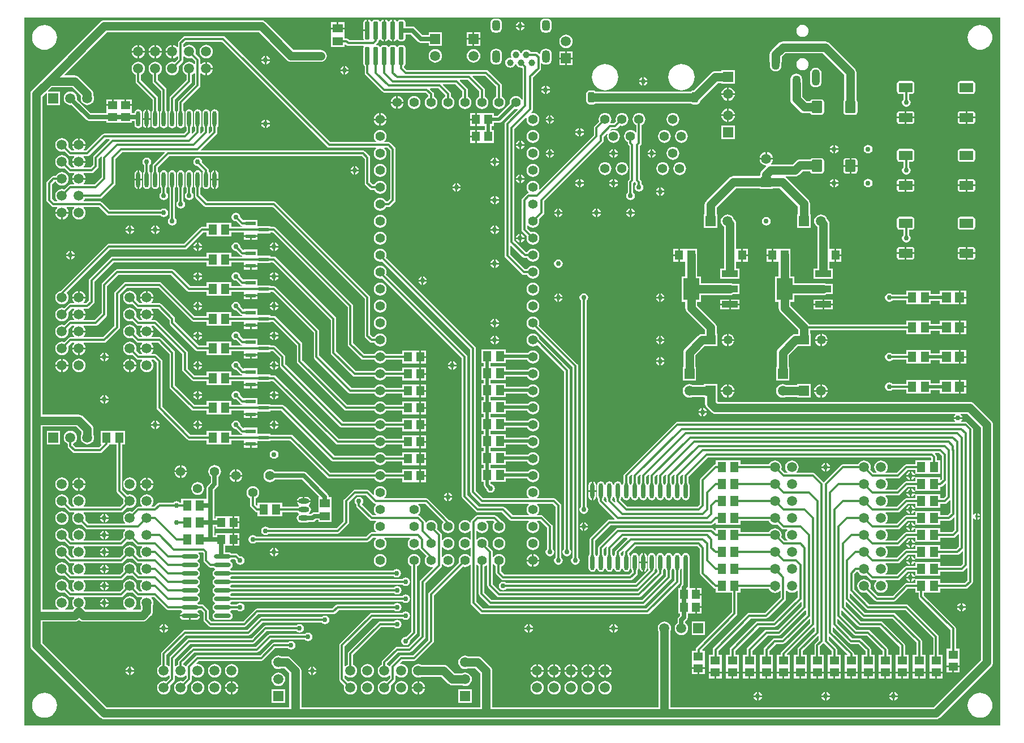
<source format=gtl>
%FSLAX43Y43*%
%MOMM*%
G71*
G01*
G75*
G04 Layer_Physical_Order=1*
G04 Layer_Color=255*
%ADD10O,0.600X2.300*%
%ADD11O,2.500X0.700*%
%ADD12R,1.400X1.200*%
%ADD13R,1.300X1.500*%
%ADD14R,1.500X0.600*%
%ADD15R,1.200X1.400*%
%ADD16R,1.400X1.500*%
%ADD17R,1.500X1.300*%
G04:AMPARAMS|DCode=18|XSize=2.1mm|YSize=1.4mm|CornerRadius=0.14mm|HoleSize=0mm|Usage=FLASHONLY|Rotation=0.000|XOffset=0mm|YOffset=0mm|HoleType=Round|Shape=RoundedRectangle|*
%AMROUNDEDRECTD18*
21,1,2.100,1.120,0,0,0.0*
21,1,1.820,1.400,0,0,0.0*
1,1,0.280,0.910,-0.560*
1,1,0.280,-0.910,-0.560*
1,1,0.280,-0.910,0.560*
1,1,0.280,0.910,0.560*
%
%ADD18ROUNDEDRECTD18*%
%ADD19R,2.400X3.300*%
%ADD20R,2.400X1.000*%
G04:AMPARAMS|DCode=21|XSize=2.7mm|YSize=0.7mm|CornerRadius=0.14mm|HoleSize=0mm|Usage=FLASHONLY|Rotation=270.000|XOffset=0mm|YOffset=0mm|HoleType=Round|Shape=RoundedRectangle|*
%AMROUNDEDRECTD21*
21,1,2.700,0.420,0,0,270.0*
21,1,2.420,0.700,0,0,270.0*
1,1,0.280,-0.210,-1.210*
1,1,0.280,-0.210,1.210*
1,1,0.280,0.210,1.210*
1,1,0.280,0.210,-1.210*
%
%ADD21ROUNDEDRECTD21*%
G04:AMPARAMS|DCode=22|XSize=1.8mm|YSize=1.6mm|CornerRadius=0.16mm|HoleSize=0mm|Usage=FLASHONLY|Rotation=90.000|XOffset=0mm|YOffset=0mm|HoleType=Round|Shape=RoundedRectangle|*
%AMROUNDEDRECTD22*
21,1,1.800,1.280,0,0,90.0*
21,1,1.480,1.600,0,0,90.0*
1,1,0.320,0.640,0.740*
1,1,0.320,0.640,-0.740*
1,1,0.320,-0.640,-0.740*
1,1,0.320,-0.640,0.740*
%
%ADD22ROUNDEDRECTD22*%
%ADD23C,0.305*%
%ADD24C,1.270*%
%ADD25C,0.635*%
%ADD26C,0.508*%
%ADD27O,1.600X0.800*%
%ADD28C,1.000*%
G04:AMPARAMS|DCode=29|XSize=1.8mm|YSize=1.2mm|CornerRadius=0.48mm|HoleSize=0mm|Usage=FLASHONLY|Rotation=270.000|XOffset=0mm|YOffset=0mm|HoleType=Round|Shape=RoundedRectangle|*
%AMROUNDEDRECTD29*
21,1,1.800,0.240,0,0,270.0*
21,1,0.840,1.200,0,0,270.0*
1,1,0.960,-0.120,-0.420*
1,1,0.960,-0.120,0.420*
1,1,0.960,0.120,0.420*
1,1,0.960,0.120,-0.420*
%
%ADD29ROUNDEDRECTD29*%
G04:AMPARAMS|DCode=30|XSize=1.6mm|YSize=1.2mm|CornerRadius=0.48mm|HoleSize=0mm|Usage=FLASHONLY|Rotation=270.000|XOffset=0mm|YOffset=0mm|HoleType=Round|Shape=RoundedRectangle|*
%AMROUNDEDRECTD30*
21,1,1.600,0.240,0,0,270.0*
21,1,0.640,1.200,0,0,270.0*
1,1,0.960,-0.120,-0.320*
1,1,0.960,-0.120,0.320*
1,1,0.960,0.120,0.320*
1,1,0.960,0.120,-0.320*
%
%ADD30ROUNDEDRECTD30*%
%ADD31R,1.500X1.500*%
%ADD32C,1.500*%
%ADD33R,1.500X1.500*%
%ADD34C,1.400*%
%ADD35C,1.350*%
%ADD36R,1.350X1.350*%
G04:AMPARAMS|DCode=37|XSize=1.6mm|YSize=1mm|CornerRadius=0.25mm|HoleSize=0mm|Usage=FLASHONLY|Rotation=270.000|XOffset=0mm|YOffset=0mm|HoleType=Round|Shape=RoundedRectangle|*
%AMROUNDEDRECTD37*
21,1,1.600,0.500,0,0,270.0*
21,1,1.100,1.000,0,0,270.0*
1,1,0.500,-0.250,-0.550*
1,1,0.500,-0.250,0.550*
1,1,0.500,0.250,0.550*
1,1,0.500,0.250,-0.550*
%
%ADD37ROUNDEDRECTD37*%
%ADD38C,1.500*%
%ADD39R,1.500X1.500*%
G04:AMPARAMS|DCode=40|XSize=2.4mm|YSize=1.2mm|CornerRadius=0.54mm|HoleSize=0mm|Usage=FLASHONLY|Rotation=270.000|XOffset=0mm|YOffset=0mm|HoleType=Round|Shape=RoundedRectangle|*
%AMROUNDEDRECTD40*
21,1,2.400,0.120,0,0,270.0*
21,1,1.320,1.200,0,0,270.0*
1,1,1.080,-0.060,-0.660*
1,1,1.080,-0.060,0.660*
1,1,1.080,0.060,0.660*
1,1,1.080,0.060,-0.660*
%
%ADD40ROUNDEDRECTD40*%
%ADD41C,0.762*%
%ADD42C,0.457*%
%ADD43C,1.270*%
G36*
X148000Y2000D02*
X2000D01*
Y108000D01*
X148000D01*
Y2000D01*
D02*
G37*
%LPC*%
G36*
X104127Y48768D02*
X103632D01*
Y48273D01*
X103753Y48297D01*
X103963Y48437D01*
X104103Y48647D01*
X104127Y48768D01*
D02*
G37*
G36*
X22225Y68359D02*
X17145D01*
X16986Y68328D01*
X16852Y68238D01*
X15582Y66968D01*
X15492Y66834D01*
X15461Y66675D01*
Y61767D01*
X13798Y60104D01*
X10892D01*
X10851Y60225D01*
X10876Y60244D01*
X11037Y60454D01*
X11138Y60698D01*
X11156Y60833D01*
X9164D01*
X9182Y60698D01*
X9283Y60454D01*
X9444Y60244D01*
X9469Y60225D01*
X9428Y60104D01*
X8890D01*
X8731Y60073D01*
X8597Y59983D01*
X7974Y59360D01*
X7882Y59398D01*
X7620Y59433D01*
X7358Y59398D01*
X7114Y59297D01*
X6904Y59136D01*
X6743Y58926D01*
X6642Y58682D01*
X6607Y58420D01*
X6642Y58158D01*
X6743Y57914D01*
X6904Y57704D01*
X7114Y57543D01*
X7358Y57442D01*
X7620Y57407D01*
X7882Y57442D01*
X8126Y57543D01*
X8336Y57704D01*
X8497Y57914D01*
X8598Y58158D01*
X8633Y58420D01*
X8598Y58682D01*
X8560Y58774D01*
X9062Y59276D01*
X9428D01*
X9469Y59155D01*
X9444Y59136D01*
X9283Y58926D01*
X9182Y58682D01*
X9164Y58547D01*
X11156D01*
X11138Y58682D01*
X11037Y58926D01*
X10876Y59136D01*
X10851Y59155D01*
X10892Y59276D01*
X13970D01*
X14129Y59307D01*
X14263Y59397D01*
X14263Y59397D01*
X14263Y59397D01*
X16168Y61302D01*
X16258Y61436D01*
X16289Y61595D01*
X16289Y61595D01*
X16289Y61595D01*
Y61595D01*
Y66503D01*
X17317Y67531D01*
X22053D01*
X27012Y62572D01*
X27012D01*
X27012Y62572D01*
X27012D01*
X27012Y62572D01*
Y62572D01*
X27012Y62572D01*
Y62572D01*
X27146Y62482D01*
X27305Y62451D01*
X29261D01*
Y61861D01*
X31069D01*
Y61861D01*
X31069D01*
X31069Y61861D01*
X31161D01*
Y61861D01*
X32969D01*
Y62451D01*
X34876D01*
Y62042D01*
X36884D01*
Y62311D01*
X38784D01*
Y62451D01*
X39198D01*
X42766Y58883D01*
Y56515D01*
X42766Y56515D01*
X42766D01*
X42797Y56356D01*
X42887Y56222D01*
X49872Y49237D01*
X50006Y49147D01*
X50165Y49116D01*
X54384D01*
X54412Y49049D01*
X54565Y48850D01*
X54764Y48697D01*
X54996Y48601D01*
X55245Y48568D01*
X55494Y48601D01*
X55726Y48697D01*
X55925Y48850D01*
X56078Y49049D01*
X56106Y49116D01*
X58571D01*
Y48576D01*
X60279D01*
Y48576D01*
X60279D01*
X60279Y48576D01*
X60371D01*
Y48576D01*
X61098D01*
Y49530D01*
Y50484D01*
X60371D01*
D01*
D01*
X60371Y50484D01*
X60279D01*
Y50484D01*
X58571D01*
Y49944D01*
X56106D01*
X56078Y50011D01*
X55925Y50210D01*
X55726Y50363D01*
X55494Y50459D01*
X55245Y50492D01*
X54996Y50459D01*
X54764Y50363D01*
X54565Y50210D01*
X54412Y50011D01*
X54384Y49944D01*
X50337D01*
X43594Y56687D01*
Y59055D01*
X43563Y59214D01*
X43473Y59348D01*
X39663Y63158D01*
X39529Y63248D01*
X39370Y63279D01*
X38784D01*
Y63419D01*
X36884D01*
Y64369D01*
X34876D01*
Y64301D01*
X34759Y64252D01*
X34292Y64719D01*
X34302Y64770D01*
X34253Y65018D01*
X34113Y65228D01*
X33903Y65368D01*
X33655Y65417D01*
X33407Y65368D01*
X33197Y65228D01*
X33057Y65018D01*
X33008Y64770D01*
X33057Y64522D01*
X33197Y64312D01*
X33407Y64172D01*
X33655Y64123D01*
X33706Y64133D01*
X34317Y63522D01*
X34317D01*
X34317Y63522D01*
X34317D01*
X34317Y63522D01*
Y63522D01*
X34317Y63522D01*
Y63522D01*
X34451Y63432D01*
X34584Y63406D01*
X34572Y63279D01*
X32969D01*
Y63869D01*
X31161D01*
D01*
D01*
X31161Y63869D01*
X31069D01*
Y63869D01*
X29261D01*
Y63279D01*
X27477D01*
X22518Y68238D01*
X22384Y68328D01*
X22225Y68359D01*
D02*
G37*
G36*
X103378Y48768D02*
X102883D01*
X102907Y48647D01*
X103047Y48437D01*
X103257Y48297D01*
X103378Y48273D01*
Y48768D01*
D02*
G37*
G36*
X35753Y48453D02*
X34876D01*
Y48026D01*
X35753D01*
Y48453D01*
D02*
G37*
G36*
X36884D02*
X36007D01*
Y48026D01*
X36884D01*
Y48453D01*
D02*
G37*
G36*
X62079Y50484D02*
X61352D01*
Y49657D01*
X62079D01*
Y50484D01*
D02*
G37*
G36*
X13843Y50673D02*
X13348D01*
X13372Y50552D01*
X13512Y50342D01*
X13722Y50202D01*
X13843Y50178D01*
Y50673D01*
D02*
G37*
G36*
X103632Y49517D02*
Y49022D01*
X104127D01*
X104103Y49143D01*
X103963Y49353D01*
X103753Y49493D01*
X103632Y49517D01*
D02*
G37*
G36*
X62079Y49403D02*
X61352D01*
Y48576D01*
X62079D01*
Y49403D01*
D02*
G37*
G36*
X103378Y49517D02*
X103257Y49493D01*
X103047Y49353D01*
X102907Y49143D01*
X102883Y49022D01*
X103378D01*
Y49517D01*
D02*
G37*
G36*
X39497Y47612D02*
Y47117D01*
X39992D01*
X39968Y47238D01*
X39828Y47448D01*
X39618Y47588D01*
X39497Y47612D01*
D02*
G37*
G36*
X39992Y46863D02*
X39497D01*
Y46368D01*
X39618Y46392D01*
X39828Y46532D01*
X39968Y46742D01*
X39992Y46863D01*
D02*
G37*
G36*
X62079Y47944D02*
X61352D01*
Y47117D01*
X62079D01*
Y47944D01*
D02*
G37*
G36*
X39243Y46863D02*
X38748D01*
X38772Y46742D01*
X38912Y46532D01*
X39122Y46392D01*
X39243Y46368D01*
Y46863D01*
D02*
G37*
G36*
X27813D02*
X27318D01*
X27342Y46742D01*
X27482Y46532D01*
X27692Y46392D01*
X27813Y46368D01*
Y46863D01*
D02*
G37*
G36*
X28562D02*
X28067D01*
Y46368D01*
X28188Y46392D01*
X28398Y46532D01*
X28538Y46742D01*
X28562Y46863D01*
D02*
G37*
G36*
X28067Y47612D02*
Y47117D01*
X28562D01*
X28538Y47238D01*
X28398Y47448D01*
X28188Y47588D01*
X28067Y47612D01*
D02*
G37*
G36*
X39243D02*
X39122Y47588D01*
X38912Y47448D01*
X38772Y47238D01*
X38748Y47117D01*
X39243D01*
Y47612D01*
D02*
G37*
G36*
X27813D02*
X27692Y47588D01*
X27482Y47448D01*
X27342Y47238D01*
X27318Y47117D01*
X27813D01*
Y47612D01*
D02*
G37*
G36*
X21463D02*
X21342Y47588D01*
X21132Y47448D01*
X20992Y47238D01*
X20968Y47117D01*
X21463D01*
Y47612D01*
D02*
G37*
G36*
X21717D02*
Y47117D01*
X22212D01*
X22188Y47238D01*
X22048Y47448D01*
X21838Y47588D01*
X21717Y47612D01*
D02*
G37*
G36*
X14592Y50673D02*
X14097D01*
Y50178D01*
X14218Y50202D01*
X14428Y50342D01*
X14568Y50552D01*
X14592Y50673D01*
D02*
G37*
G36*
X28067Y52057D02*
Y51562D01*
X28562D01*
X28538Y51683D01*
X28398Y51893D01*
X28188Y52033D01*
X28067Y52057D01*
D02*
G37*
G36*
X39243D02*
X39122Y52033D01*
X38912Y51893D01*
X38772Y51683D01*
X38748Y51562D01*
X39243D01*
Y52057D01*
D02*
G37*
G36*
X27813D02*
X27692Y52033D01*
X27482Y51893D01*
X27342Y51683D01*
X27318Y51562D01*
X27813D01*
Y52057D01*
D02*
G37*
G36*
X24130Y70264D02*
X15875D01*
X15716Y70233D01*
X15582Y70143D01*
X13677Y68238D01*
X13587Y68104D01*
X13556Y67945D01*
Y63672D01*
X12528Y62644D01*
X10892D01*
X10851Y62765D01*
X10876Y62784D01*
X11037Y62994D01*
X11138Y63238D01*
X11156Y63373D01*
X9164D01*
X9182Y63238D01*
X9283Y62994D01*
X9444Y62784D01*
X9469Y62765D01*
X9428Y62644D01*
X8890D01*
X8731Y62613D01*
X8597Y62523D01*
X7974Y61900D01*
X7882Y61938D01*
X7620Y61973D01*
X7358Y61938D01*
X7114Y61837D01*
X6904Y61676D01*
X6743Y61466D01*
X6642Y61222D01*
X6607Y60960D01*
X6642Y60698D01*
X6743Y60454D01*
X6904Y60244D01*
X7114Y60083D01*
X7358Y59982D01*
X7620Y59947D01*
X7882Y59982D01*
X8126Y60083D01*
X8336Y60244D01*
X8497Y60454D01*
X8598Y60698D01*
X8633Y60960D01*
X8598Y61222D01*
X8560Y61314D01*
X9062Y61816D01*
X9428D01*
X9469Y61695D01*
X9444Y61676D01*
X9283Y61466D01*
X9182Y61222D01*
X9164Y61087D01*
X11156D01*
X11138Y61222D01*
X11037Y61466D01*
X10876Y61676D01*
X10851Y61695D01*
X10892Y61816D01*
X12700D01*
X12859Y61847D01*
X12993Y61937D01*
X12993Y61937D01*
X12993Y61937D01*
X14263Y63207D01*
X14353Y63341D01*
X14384Y63500D01*
X14384Y63500D01*
X14384Y63500D01*
Y63500D01*
Y67773D01*
X16047Y69436D01*
X23958D01*
X26377Y67017D01*
X26511Y66927D01*
X26670Y66896D01*
X26670Y66896D01*
X29261D01*
Y66306D01*
X31069D01*
Y66306D01*
X31069D01*
X31069Y66306D01*
X31161D01*
Y66306D01*
X32969D01*
Y66896D01*
X34876D01*
Y66487D01*
X36884D01*
Y66756D01*
X38784D01*
Y66896D01*
X39198D01*
X45306Y60788D01*
Y57150D01*
X45306Y57150D01*
X45306D01*
X45337Y56991D01*
X45427Y56857D01*
X50507Y51777D01*
X50507D01*
X50507Y51777D01*
X50507D01*
X50507Y51777D01*
Y51777D01*
X50507Y51777D01*
Y51777D01*
X50641Y51687D01*
X50800Y51656D01*
X53340D01*
X53340Y51656D01*
X54384D01*
X54412Y51589D01*
X54565Y51390D01*
X54764Y51237D01*
X54996Y51141D01*
X55245Y51108D01*
X55494Y51141D01*
X55726Y51237D01*
X55925Y51390D01*
X56078Y51589D01*
X56106Y51656D01*
X58571D01*
Y51116D01*
X60279D01*
Y51116D01*
X60279D01*
X60279Y51116D01*
X60371D01*
Y51116D01*
X61098D01*
Y52070D01*
Y53024D01*
X60371D01*
D01*
D01*
X60371Y53024D01*
X60279D01*
Y53024D01*
X58571D01*
Y52484D01*
X56106D01*
X56078Y52551D01*
X55925Y52750D01*
X55726Y52903D01*
X55494Y52999D01*
X55245Y53032D01*
X54996Y52999D01*
X54764Y52903D01*
X54565Y52750D01*
X54412Y52551D01*
X54384Y52484D01*
X53340D01*
X53340Y52484D01*
X50972D01*
X46134Y57322D01*
Y60960D01*
X46103Y61119D01*
X46013Y61253D01*
X39663Y67603D01*
X39529Y67693D01*
X39370Y67724D01*
X38784D01*
Y67864D01*
X36884D01*
Y68814D01*
X34876D01*
Y68746D01*
X34759Y68697D01*
X34292Y69164D01*
X34302Y69215D01*
X34253Y69463D01*
X34113Y69673D01*
X33903Y69813D01*
X33655Y69862D01*
X33407Y69813D01*
X33197Y69673D01*
X33057Y69463D01*
X33008Y69215D01*
X33057Y68967D01*
X33197Y68757D01*
X33407Y68617D01*
X33655Y68568D01*
X33706Y68578D01*
X34317Y67967D01*
X34451Y67877D01*
X34584Y67851D01*
X34572Y67724D01*
X32969D01*
Y68314D01*
X31161D01*
D01*
D01*
X31161Y68314D01*
X31069D01*
Y68314D01*
X29261D01*
Y67724D01*
X26842D01*
X24423Y70143D01*
X24289Y70233D01*
X24130Y70264D01*
D02*
G37*
G36*
X62079Y51943D02*
X61352D01*
Y51116D01*
X62079D01*
Y51943D01*
D02*
G37*
G36*
X107108Y53066D02*
X106973Y53048D01*
X106729Y52947D01*
X106519Y52786D01*
X106358Y52576D01*
X106257Y52332D01*
X106239Y52197D01*
X107108D01*
Y53066D01*
D02*
G37*
G36*
X107362D02*
Y52197D01*
X108231D01*
X108213Y52332D01*
X108112Y52576D01*
X107951Y52786D01*
X107741Y52947D01*
X107497Y53048D01*
X107362Y53066D01*
D02*
G37*
G36*
X62079Y53024D02*
X61352D01*
Y52197D01*
X62079D01*
Y53024D01*
D02*
G37*
G36*
X39497Y52057D02*
Y51562D01*
X39992D01*
X39968Y51683D01*
X39828Y51893D01*
X39618Y52033D01*
X39497Y52057D01*
D02*
G37*
G36*
X142924Y52578D02*
X142097D01*
Y51701D01*
X142924D01*
Y52578D01*
D02*
G37*
G36*
X122201Y51943D02*
X121332D01*
Y51074D01*
X121467Y51092D01*
X121711Y51193D01*
X121921Y51354D01*
X122082Y51564D01*
X122183Y51808D01*
X122201Y51943D01*
D02*
G37*
G36*
X39992Y51308D02*
X39497D01*
Y50813D01*
X39618Y50837D01*
X39828Y50977D01*
X39968Y51187D01*
X39992Y51308D01*
D02*
G37*
G36*
X13843Y51422D02*
X13722Y51398D01*
X13512Y51258D01*
X13372Y51048D01*
X13348Y50927D01*
X13843D01*
Y51422D01*
D02*
G37*
G36*
X39243Y51308D02*
X38748D01*
X38772Y51187D01*
X38912Y50977D01*
X39122Y50837D01*
X39243Y50813D01*
Y51308D01*
D02*
G37*
G36*
X27813D02*
X27318D01*
X27342Y51187D01*
X27482Y50977D01*
X27692Y50837D01*
X27813Y50813D01*
Y51308D01*
D02*
G37*
G36*
X28562D02*
X28067D01*
Y50813D01*
X28188Y50837D01*
X28398Y50977D01*
X28538Y51187D01*
X28562Y51308D01*
D02*
G37*
G36*
X108231Y51943D02*
X107362D01*
Y51074D01*
X107497Y51092D01*
X107741Y51193D01*
X107951Y51354D01*
X108112Y51564D01*
X108213Y51808D01*
X108231Y51943D01*
D02*
G37*
G36*
X121078D02*
X120209D01*
X120227Y51808D01*
X120328Y51564D01*
X120489Y51354D01*
X120699Y51193D01*
X120943Y51092D01*
X121078Y51074D01*
Y51943D01*
D02*
G37*
G36*
X107108D02*
X106239D01*
X106257Y51808D01*
X106358Y51564D01*
X106519Y51354D01*
X106729Y51193D01*
X106973Y51092D01*
X107108Y51074D01*
Y51943D01*
D02*
G37*
G36*
X14097Y51422D02*
Y50927D01*
X14592D01*
X14568Y51048D01*
X14428Y51258D01*
X14218Y51398D01*
X14097Y51422D01*
D02*
G37*
G36*
X115490Y53083D02*
X115228Y53048D01*
X114984Y52947D01*
X114774Y52786D01*
X114613Y52576D01*
X114512Y52332D01*
X114477Y52070D01*
X114512Y51808D01*
X114613Y51564D01*
X114774Y51354D01*
X114984Y51193D01*
X115228Y51092D01*
X115490Y51057D01*
X115752Y51092D01*
X115949Y51173D01*
X117661D01*
Y51066D01*
X119669D01*
Y53074D01*
X117661D01*
Y52967D01*
X115949D01*
X115752Y53048D01*
X115490Y53083D01*
D02*
G37*
G36*
X62079Y39243D02*
X61352D01*
Y38416D01*
X62079D01*
Y39243D01*
D02*
G37*
G36*
X33528Y39243D02*
X32709D01*
X32726Y39121D01*
X32822Y38889D01*
X32975Y38690D01*
X33174Y38537D01*
X33406Y38441D01*
X33528Y38424D01*
Y39243D01*
D02*
G37*
G36*
X17780Y59433D02*
X17518Y59398D01*
X17274Y59297D01*
X17064Y59136D01*
X16903Y58926D01*
X16802Y58682D01*
X16767Y58420D01*
X16802Y58158D01*
X16903Y57914D01*
X17064Y57704D01*
X17274Y57543D01*
X17518Y57442D01*
X17780Y57407D01*
X18042Y57442D01*
X18134Y57480D01*
X18757Y56857D01*
X18757D01*
X18757Y56857D01*
X18757D01*
X18757Y56857D01*
Y56857D01*
X18757Y56857D01*
Y56857D01*
X18891Y56767D01*
X19050Y56736D01*
X19588D01*
X19629Y56615D01*
X19604Y56596D01*
X19443Y56386D01*
X19342Y56142D01*
X19307Y55880D01*
X19342Y55618D01*
X19443Y55374D01*
X19604Y55164D01*
X19814Y55003D01*
X20058Y54902D01*
X20320Y54867D01*
X20582Y54902D01*
X20826Y55003D01*
X21036Y55164D01*
X21197Y55374D01*
X21298Y55618D01*
X21333Y55880D01*
X21298Y56142D01*
X21197Y56386D01*
X21036Y56596D01*
X21011Y56615D01*
X21052Y56736D01*
X21418D01*
X21811Y56343D01*
Y49530D01*
X21811Y49530D01*
X21811D01*
X21842Y49371D01*
X21932Y49237D01*
X26377Y44792D01*
X26511Y44702D01*
X26670Y44671D01*
X29261D01*
Y44081D01*
X31069D01*
Y44081D01*
X31069D01*
X31069Y44081D01*
X31161D01*
Y44081D01*
X32969D01*
Y44671D01*
X34876D01*
Y44262D01*
X36884D01*
Y44531D01*
X38784D01*
Y44671D01*
X41738D01*
X47332Y39077D01*
X47466Y38987D01*
X47625Y38956D01*
X47625Y38956D01*
X54384D01*
X54412Y38889D01*
X54565Y38690D01*
X54764Y38537D01*
X54996Y38441D01*
X55245Y38408D01*
X55494Y38441D01*
X55726Y38537D01*
X55925Y38690D01*
X56078Y38889D01*
X56106Y38956D01*
X58571D01*
Y38416D01*
X60279D01*
Y38416D01*
X60279D01*
X60279Y38416D01*
X60371D01*
Y38416D01*
X61098D01*
Y39370D01*
Y40324D01*
X60371D01*
D01*
D01*
X60371Y40324D01*
X60279D01*
Y40324D01*
X58571D01*
Y39784D01*
X56106D01*
X56078Y39851D01*
X55925Y40050D01*
X55726Y40203D01*
X55494Y40299D01*
X55245Y40332D01*
X54996Y40299D01*
X54764Y40203D01*
X54565Y40050D01*
X54412Y39851D01*
X54384Y39784D01*
X47797D01*
X42203Y45378D01*
X42069Y45468D01*
X41910Y45499D01*
X38784D01*
Y45639D01*
X36884D01*
Y46589D01*
X34876D01*
Y46521D01*
X34759Y46472D01*
X34292Y46939D01*
X34302Y46990D01*
X34253Y47238D01*
X34113Y47448D01*
X33903Y47588D01*
X33655Y47637D01*
X33407Y47588D01*
X33197Y47448D01*
X33057Y47238D01*
X33008Y46990D01*
X33057Y46742D01*
X33197Y46532D01*
X33407Y46392D01*
X33655Y46343D01*
X33706Y46353D01*
X34317Y45742D01*
X34317D01*
X34317Y45742D01*
X34317D01*
X34317Y45742D01*
Y45742D01*
X34317Y45742D01*
Y45742D01*
X34451Y45652D01*
X34584Y45626D01*
X34572Y45499D01*
X32969D01*
Y46089D01*
X31161D01*
D01*
D01*
X31161Y46089D01*
X31069D01*
Y46089D01*
X29261D01*
Y45499D01*
X26842D01*
X22639Y49702D01*
Y56515D01*
X22608Y56674D01*
X22518Y56808D01*
X21883Y57443D01*
X21749Y57533D01*
X21590Y57564D01*
X21052D01*
X21011Y57685D01*
X21036Y57704D01*
X21197Y57914D01*
X21298Y58158D01*
X21316Y58293D01*
X19324D01*
X19342Y58158D01*
X19443Y57914D01*
X19604Y57704D01*
X19629Y57685D01*
X19588Y57564D01*
X19222D01*
X18720Y58066D01*
X18758Y58158D01*
X18793Y58420D01*
X18758Y58682D01*
X18657Y58926D01*
X18496Y59136D01*
X18286Y59297D01*
X18042Y59398D01*
X17780Y59433D01*
D02*
G37*
G36*
X20193Y39096D02*
X20058Y39078D01*
X19814Y38977D01*
X19604Y38816D01*
X19443Y38606D01*
X19342Y38362D01*
X19324Y38227D01*
X20193D01*
Y39096D01*
D02*
G37*
G36*
X20447D02*
Y38227D01*
X21316D01*
X21298Y38362D01*
X21197Y38606D01*
X21036Y38816D01*
X20826Y38977D01*
X20582Y39078D01*
X20447Y39096D01*
D02*
G37*
G36*
X62079Y40324D02*
X61352D01*
Y39497D01*
X62079D01*
Y40324D01*
D02*
G37*
G36*
X33528Y40316D02*
X33406Y40299D01*
X33174Y40203D01*
X32975Y40050D01*
X32822Y39851D01*
X32726Y39619D01*
X32709Y39497D01*
X33528D01*
Y40316D01*
D02*
G37*
G36*
X26346Y39878D02*
X25527D01*
Y39059D01*
X25649Y39076D01*
X25881Y39172D01*
X26080Y39325D01*
X26233Y39524D01*
X26329Y39756D01*
X26346Y39878D01*
D02*
G37*
G36*
X34601Y39243D02*
X33782D01*
Y38424D01*
X33904Y38441D01*
X34136Y38537D01*
X34335Y38690D01*
X34488Y38889D01*
X34584Y39121D01*
X34601Y39243D01*
D02*
G37*
G36*
X25273Y39878D02*
X24454D01*
X24471Y39756D01*
X24567Y39524D01*
X24720Y39325D01*
X24919Y39172D01*
X25151Y39076D01*
X25273Y39059D01*
Y39878D01*
D02*
G37*
G36*
X10287Y39096D02*
Y38227D01*
X11156D01*
X11138Y38362D01*
X11037Y38606D01*
X10876Y38816D01*
X10666Y38977D01*
X10422Y39078D01*
X10287Y39096D01*
D02*
G37*
G36*
X10033Y37973D02*
X9164D01*
X9182Y37838D01*
X9283Y37594D01*
X9444Y37384D01*
X9654Y37223D01*
X9898Y37122D01*
X10033Y37104D01*
Y37973D01*
D02*
G37*
G36*
X11156D02*
X10287D01*
Y37104D01*
X10422Y37122D01*
X10666Y37223D01*
X10876Y37384D01*
X11037Y37594D01*
X11138Y37838D01*
X11156Y37973D01*
D02*
G37*
G36*
X17780Y39113D02*
X17518Y39078D01*
X17274Y38977D01*
X17064Y38816D01*
X16903Y38606D01*
X16802Y38362D01*
X16767Y38100D01*
X16802Y37838D01*
X16903Y37594D01*
X17064Y37384D01*
X17274Y37223D01*
X17518Y37122D01*
X17780Y37087D01*
X18042Y37122D01*
X18286Y37223D01*
X18496Y37384D01*
X18657Y37594D01*
X18758Y37838D01*
X18793Y38100D01*
X18758Y38362D01*
X18657Y38606D01*
X18496Y38816D01*
X18286Y38977D01*
X18042Y39078D01*
X17780Y39113D01*
D02*
G37*
G36*
X55245Y37792D02*
X54996Y37759D01*
X54764Y37663D01*
X54565Y37510D01*
X54412Y37311D01*
X54316Y37079D01*
X54283Y36830D01*
X54311Y36615D01*
X54197Y36559D01*
X53633Y37123D01*
X53499Y37213D01*
X53340Y37244D01*
X51435D01*
X51276Y37213D01*
X51142Y37123D01*
X49872Y35853D01*
X49782Y35719D01*
X49751Y35560D01*
Y32557D01*
X48723Y31529D01*
X38587D01*
X38558Y31573D01*
X38348Y31713D01*
X38100Y31762D01*
X37852Y31713D01*
X37642Y31573D01*
X37502Y31363D01*
X37453Y31115D01*
X37502Y30867D01*
X37642Y30657D01*
X37852Y30517D01*
X38100Y30468D01*
X38348Y30517D01*
X38558Y30657D01*
X38587Y30701D01*
X48895D01*
X49054Y30732D01*
X49188Y30822D01*
X50458Y32092D01*
X50548Y32226D01*
X50579Y32385D01*
Y35388D01*
X51607Y36416D01*
X53168D01*
X54317Y35267D01*
X54451Y35177D01*
X54604Y35147D01*
X54610Y35123D01*
X54610Y35005D01*
X54565Y34970D01*
X54412Y34771D01*
X54316Y34539D01*
X54283Y34290D01*
X54316Y34041D01*
X54412Y33809D01*
X54565Y33610D01*
X54636Y33555D01*
X54595Y33434D01*
X54147D01*
X52523Y35058D01*
X52528Y35102D01*
X52668Y35312D01*
X52717Y35560D01*
X52668Y35808D01*
X52528Y36018D01*
X52318Y36158D01*
X52070Y36207D01*
X51822Y36158D01*
X51612Y36018D01*
X51472Y35808D01*
X51423Y35560D01*
X51472Y35312D01*
X51612Y35102D01*
X51656Y35073D01*
Y34925D01*
X51687Y34766D01*
X51777Y34632D01*
X53682Y32727D01*
X53816Y32637D01*
X53975Y32606D01*
X54595D01*
X54636Y32485D01*
X54565Y32430D01*
X54412Y32231D01*
X54316Y31999D01*
X54283Y31750D01*
X54316Y31501D01*
X54412Y31269D01*
X54565Y31070D01*
X54636Y31015D01*
X54595Y30894D01*
X53975D01*
X53816Y30863D01*
X53682Y30773D01*
X53168Y30259D01*
X36682D01*
X36653Y30303D01*
X36443Y30443D01*
X36195Y30492D01*
X35947Y30443D01*
X35737Y30303D01*
X35597Y30093D01*
X35548Y29845D01*
X35597Y29597D01*
X35737Y29387D01*
X35947Y29247D01*
X36195Y29198D01*
X36443Y29247D01*
X36653Y29387D01*
X36682Y29431D01*
X53340D01*
X53499Y29462D01*
X53633Y29552D01*
X54147Y30066D01*
X54595D01*
X54636Y29945D01*
X54565Y29890D01*
X54412Y29691D01*
X54316Y29459D01*
X54283Y29210D01*
X54316Y28961D01*
X54412Y28729D01*
X54565Y28530D01*
X54764Y28377D01*
X54996Y28281D01*
X55245Y28248D01*
X55494Y28281D01*
X55726Y28377D01*
X55925Y28530D01*
X56078Y28729D01*
X56174Y28961D01*
X56207Y29210D01*
X56174Y29459D01*
X56078Y29691D01*
X55925Y29890D01*
X55854Y29945D01*
X55895Y30066D01*
X59675D01*
X59716Y29945D01*
X59645Y29890D01*
X59492Y29691D01*
X59396Y29459D01*
X59363Y29210D01*
X59396Y28961D01*
X59492Y28729D01*
X59645Y28530D01*
X59844Y28377D01*
X60076Y28281D01*
X60325Y28248D01*
X60574Y28281D01*
X60806Y28377D01*
X61000Y28526D01*
X61020Y28519D01*
X61128Y28435D01*
X61132Y28416D01*
X61222Y28282D01*
X62171Y27333D01*
X62032Y27151D01*
X61936Y26919D01*
X61903Y26670D01*
X61936Y26421D01*
X62032Y26189D01*
X62185Y25990D01*
X62384Y25837D01*
X62616Y25741D01*
X62865Y25708D01*
X63080Y25736D01*
X63136Y25622D01*
X61302Y23788D01*
X61212Y23654D01*
X61181Y23495D01*
Y15412D01*
X59518Y13749D01*
X57785D01*
X57626Y13718D01*
X57492Y13628D01*
X55587Y11723D01*
X55497Y11589D01*
X55466Y11430D01*
Y11075D01*
X55374Y11037D01*
X55164Y10876D01*
X55003Y10666D01*
X54902Y10422D01*
X54867Y10160D01*
X54902Y9898D01*
X55003Y9654D01*
X55164Y9444D01*
X55374Y9283D01*
X55618Y9182D01*
X55880Y9147D01*
X56142Y9182D01*
X56386Y9283D01*
X56596Y9444D01*
X56615Y9469D01*
X56736Y9428D01*
Y9062D01*
X56234Y8560D01*
X56142Y8598D01*
X55880Y8633D01*
X55618Y8598D01*
X55374Y8497D01*
X55164Y8336D01*
X55003Y8126D01*
X54902Y7882D01*
X54867Y7620D01*
X54902Y7358D01*
X55003Y7114D01*
X55164Y6904D01*
X55374Y6743D01*
X55618Y6642D01*
X55880Y6607D01*
X56142Y6642D01*
X56386Y6743D01*
X56596Y6904D01*
X56757Y7114D01*
X56858Y7358D01*
X56893Y7620D01*
X56858Y7882D01*
X56820Y7974D01*
X57443Y8597D01*
X57533Y8731D01*
X57564Y8890D01*
Y9428D01*
X57685Y9469D01*
X57704Y9444D01*
X57914Y9283D01*
X58158Y9182D01*
X58420Y9147D01*
X58682Y9182D01*
X58926Y9283D01*
X59136Y9444D01*
X59297Y9654D01*
X59398Y9898D01*
X59433Y10160D01*
X59398Y10422D01*
X59297Y10666D01*
X59136Y10876D01*
X58926Y11037D01*
X58682Y11138D01*
X58420Y11173D01*
X58263Y11152D01*
X58207Y11266D01*
X58592Y11651D01*
X60325D01*
X60484Y11682D01*
X60618Y11772D01*
X63158Y14312D01*
X63248Y14446D01*
X63279Y14605D01*
X63279Y14605D01*
Y21418D01*
X67629Y25768D01*
X67696Y25741D01*
X67945Y25708D01*
X68194Y25741D01*
X68426Y25837D01*
X68625Y25990D01*
X68680Y26061D01*
X68801Y26020D01*
Y20320D01*
X68801Y20320D01*
X68801D01*
X68832Y20161D01*
X68922Y20027D01*
X70192Y18757D01*
X70326Y18667D01*
X70485Y18636D01*
X95250D01*
X95409Y18667D01*
X95543Y18757D01*
X95543Y18757D01*
X95543Y18757D01*
X100003Y23217D01*
X100093Y23351D01*
X100124Y23510D01*
X100124Y23510D01*
X100124Y23510D01*
Y23510D01*
Y25173D01*
X100232Y25334D01*
X100271Y25530D01*
X100397Y25518D01*
Y23116D01*
X100288Y23007D01*
X100162Y22818D01*
X100117Y22595D01*
Y22544D01*
X99846D01*
Y20636D01*
X99846D01*
Y18731D01*
X100117D01*
Y18391D01*
X99918Y18192D01*
X99792Y18003D01*
X99747Y17780D01*
Y17328D01*
X99614Y17226D01*
X99453Y17016D01*
X99352Y16772D01*
X99317Y16510D01*
X99352Y16248D01*
X99453Y16004D01*
X99614Y15794D01*
X99824Y15633D01*
X100068Y15532D01*
X100330Y15497D01*
X100592Y15532D01*
X100836Y15633D01*
X101046Y15794D01*
X101207Y16004D01*
X101308Y16248D01*
X101343Y16510D01*
X101308Y16772D01*
X101207Y17016D01*
X101046Y17226D01*
X100913Y17328D01*
Y17539D01*
X101112Y17738D01*
X101238Y17927D01*
X101283Y18150D01*
Y18731D01*
X101554D01*
Y18731D01*
X101554D01*
X101554Y18731D01*
X101646D01*
Y18731D01*
X102373D01*
Y19685D01*
X102500D01*
Y19812D01*
X103354D01*
Y20639D01*
X103354D01*
Y21463D01*
X102500D01*
Y21590D01*
X102373D01*
Y22544D01*
X101646D01*
Y22544D01*
X101554D01*
X101518Y22652D01*
X101563Y22875D01*
Y26400D01*
X101545Y26490D01*
Y27250D01*
X101502Y27466D01*
X101379Y27649D01*
X101196Y27772D01*
X100980Y27815D01*
X100764Y27772D01*
X100581Y27649D01*
X100458Y27466D01*
X100415Y27250D01*
Y26513D01*
X100321Y26428D01*
X100275Y26432D01*
Y27250D01*
X100232Y27466D01*
X100109Y27649D01*
X99926Y27772D01*
X99710Y27815D01*
X99494Y27772D01*
X99311Y27649D01*
X99188Y27466D01*
X99145Y27250D01*
Y25550D01*
X99188Y25334D01*
X99296Y25173D01*
Y23682D01*
X95078Y19464D01*
X70657D01*
X69629Y20492D01*
Y26020D01*
X69750Y26061D01*
X69805Y25990D01*
X69991Y25847D01*
Y21670D01*
X69991Y21670D01*
X69991D01*
X70022Y21511D01*
X70112Y21377D01*
X71462Y20027D01*
X71596Y19937D01*
X71755Y19906D01*
X94615D01*
X94774Y19937D01*
X94908Y20027D01*
X94908Y20027D01*
X94908Y20027D01*
X98733Y23852D01*
X98823Y23986D01*
X98854Y24145D01*
X98854Y24145D01*
X98854Y24145D01*
Y24145D01*
Y25173D01*
X98962Y25334D01*
X99005Y25550D01*
Y27250D01*
X98962Y27466D01*
X98839Y27649D01*
X98656Y27772D01*
X98440Y27815D01*
X98224Y27772D01*
X98041Y27649D01*
X97918Y27466D01*
X97875Y27250D01*
Y25550D01*
X97918Y25334D01*
X98026Y25173D01*
Y24317D01*
X94443Y20734D01*
X71927D01*
X70819Y21842D01*
Y25776D01*
X70966Y25837D01*
X71147Y25975D01*
X71261Y25919D01*
Y22940D01*
X71292Y22781D01*
X71382Y22647D01*
X72732Y21297D01*
X72732D01*
X72732Y21297D01*
X72732D01*
X72732Y21297D01*
Y21297D01*
X72732Y21297D01*
Y21297D01*
X72866Y21207D01*
X73025Y21176D01*
X93980D01*
X94139Y21207D01*
X94273Y21297D01*
X97463Y24487D01*
X97553Y24621D01*
X97584Y24780D01*
X97584Y24780D01*
X97584Y24780D01*
Y24780D01*
Y25173D01*
X97692Y25334D01*
X97735Y25550D01*
Y27250D01*
X97692Y27466D01*
X97569Y27649D01*
X97386Y27772D01*
X97170Y27815D01*
X96954Y27772D01*
X96771Y27649D01*
X96648Y27466D01*
X96605Y27250D01*
Y25550D01*
X96648Y25334D01*
X96756Y25173D01*
Y24952D01*
X93808Y22004D01*
X73197D01*
X72089Y23112D01*
Y26125D01*
X72210Y26166D01*
X72345Y25990D01*
X72531Y25847D01*
Y24845D01*
X72531Y24845D01*
X72531D01*
X72562Y24686D01*
X72652Y24552D01*
X73367Y23837D01*
X73501Y23747D01*
X73660Y23716D01*
X92710D01*
X92869Y23747D01*
X93003Y23837D01*
X93003Y23837D01*
X93003Y23837D01*
X93653Y24487D01*
X93743Y24621D01*
X93774Y24780D01*
X93774Y24780D01*
X93774Y24780D01*
Y24780D01*
Y25173D01*
X93882Y25334D01*
X93925Y25550D01*
Y27250D01*
X93882Y27466D01*
X93759Y27649D01*
X93576Y27772D01*
X93360Y27815D01*
X93144Y27772D01*
X92961Y27649D01*
X92838Y27466D01*
X92795Y27250D01*
Y25550D01*
X92838Y25334D01*
X92946Y25173D01*
Y24952D01*
X92538Y24544D01*
X73832D01*
X73359Y25017D01*
Y25776D01*
X73506Y25837D01*
X73705Y25990D01*
X73858Y26189D01*
X73954Y26421D01*
X73987Y26670D01*
X73954Y26919D01*
X73858Y27151D01*
X73705Y27350D01*
X73506Y27503D01*
X73274Y27599D01*
X73025Y27632D01*
X72776Y27599D01*
X72544Y27503D01*
X72345Y27350D01*
X72210Y27174D01*
X72089Y27215D01*
Y27940D01*
X72058Y28099D01*
X71968Y28233D01*
X71363Y28838D01*
X71414Y28961D01*
X71447Y29210D01*
X71414Y29459D01*
X71318Y29691D01*
X71165Y29890D01*
X70966Y30043D01*
X70734Y30139D01*
X70485Y30172D01*
X70236Y30139D01*
X70004Y30043D01*
X69805Y29890D01*
X69750Y29819D01*
X69629Y29860D01*
Y31100D01*
X69750Y31141D01*
X69805Y31070D01*
X70004Y30917D01*
X70236Y30821D01*
X70485Y30788D01*
X70734Y30821D01*
X70966Y30917D01*
X71165Y31070D01*
X71318Y31269D01*
X71414Y31501D01*
X71447Y31750D01*
X71414Y31999D01*
X71318Y32231D01*
X71165Y32430D01*
X71094Y32485D01*
X71135Y32606D01*
X72218D01*
X72348Y32476D01*
X72345Y32430D01*
X72192Y32231D01*
X72096Y31999D01*
X72063Y31750D01*
X72096Y31501D01*
X72192Y31269D01*
X72345Y31070D01*
X72544Y30917D01*
X72776Y30821D01*
X73025Y30788D01*
X73274Y30821D01*
X73506Y30917D01*
X73705Y31070D01*
X73858Y31269D01*
X73954Y31501D01*
X73987Y31750D01*
X73954Y31999D01*
X73858Y32231D01*
X73705Y32430D01*
X73506Y32583D01*
X73297Y32670D01*
X73238Y32758D01*
X72683Y33313D01*
X72549Y33403D01*
X72390Y33434D01*
X69770D01*
X69611Y33403D01*
X69477Y33313D01*
X68922Y32758D01*
X68832Y32624D01*
X68801Y32465D01*
Y32400D01*
X68680Y32359D01*
X68625Y32430D01*
X68426Y32583D01*
X68194Y32679D01*
X67945Y32712D01*
X67696Y32679D01*
X67464Y32583D01*
X67265Y32430D01*
X67112Y32231D01*
X67016Y31999D01*
X66983Y31750D01*
X67016Y31501D01*
X67112Y31269D01*
X67265Y31070D01*
X67464Y30917D01*
X67696Y30821D01*
X67945Y30788D01*
X68194Y30821D01*
X68426Y30917D01*
X68625Y31070D01*
X68680Y31141D01*
X68801Y31100D01*
Y29860D01*
X68680Y29819D01*
X68625Y29890D01*
X68426Y30043D01*
X68194Y30139D01*
X67945Y30172D01*
X67696Y30139D01*
X67464Y30043D01*
X67265Y29890D01*
X67112Y29691D01*
X67016Y29459D01*
X66983Y29210D01*
X67016Y28961D01*
X67112Y28729D01*
X67265Y28530D01*
X67464Y28377D01*
X67696Y28281D01*
X67945Y28248D01*
X68194Y28281D01*
X68426Y28377D01*
X68625Y28530D01*
X68680Y28601D01*
X68801Y28560D01*
Y27320D01*
X68680Y27279D01*
X68625Y27350D01*
X68426Y27503D01*
X68194Y27599D01*
X67945Y27632D01*
X67696Y27599D01*
X67464Y27503D01*
X67265Y27350D01*
X67112Y27151D01*
X67016Y26919D01*
X66983Y26670D01*
X67016Y26421D01*
X67043Y26354D01*
X62572Y21883D01*
X62482Y21749D01*
X62451Y21590D01*
Y14777D01*
X60153Y12479D01*
X58420D01*
X58261Y12448D01*
X58127Y12358D01*
X56857Y11088D01*
X56767Y10954D01*
X56750Y10866D01*
X56626Y10837D01*
X56596Y10876D01*
X56386Y11037D01*
X56294Y11075D01*
Y11258D01*
X57957Y12921D01*
X59690D01*
X59849Y12952D01*
X59983Y13042D01*
X59983Y13042D01*
X59983Y13042D01*
X61888Y14947D01*
X61978Y15081D01*
X62009Y15240D01*
X62009Y15240D01*
X62009Y15240D01*
Y15240D01*
Y23323D01*
X64348Y25662D01*
X64438Y25796D01*
X64469Y25955D01*
Y26125D01*
X64590Y26166D01*
X64725Y25990D01*
X64924Y25837D01*
X65156Y25741D01*
X65405Y25708D01*
X65654Y25741D01*
X65886Y25837D01*
X66085Y25990D01*
X66238Y26189D01*
X66334Y26421D01*
X66367Y26670D01*
X66334Y26919D01*
X66238Y27151D01*
X66085Y27350D01*
X65886Y27503D01*
X65654Y27599D01*
X65405Y27632D01*
X65156Y27599D01*
X64924Y27503D01*
X64725Y27350D01*
X64590Y27174D01*
X64469Y27215D01*
Y28665D01*
X64590Y28705D01*
X64725Y28530D01*
X64924Y28377D01*
X65156Y28281D01*
X65405Y28248D01*
X65654Y28281D01*
X65886Y28377D01*
X66085Y28530D01*
X66238Y28729D01*
X66334Y28961D01*
X66367Y29210D01*
X66334Y29459D01*
X66238Y29691D01*
X66085Y29890D01*
X65886Y30043D01*
X65654Y30139D01*
X65405Y30172D01*
X65156Y30139D01*
X64924Y30043D01*
X64725Y29890D01*
X64590Y29715D01*
X64469Y29755D01*
Y30480D01*
X64438Y30639D01*
X64348Y30773D01*
X63743Y31378D01*
X63794Y31501D01*
X63827Y31750D01*
X63794Y31999D01*
X63698Y32231D01*
X63545Y32430D01*
X63346Y32583D01*
X63114Y32679D01*
X62865Y32712D01*
X62616Y32679D01*
X62384Y32583D01*
X62185Y32430D01*
X62150Y32385D01*
X62032Y32385D01*
X62008Y32391D01*
X61978Y32544D01*
X61888Y32678D01*
X61253Y33313D01*
X61119Y33403D01*
X60966Y33433D01*
X60960Y33457D01*
X60960Y33575D01*
X61005Y33610D01*
X61158Y33809D01*
X61254Y34041D01*
X61287Y34290D01*
X61254Y34539D01*
X61158Y34771D01*
X61005Y34970D01*
X60934Y35025D01*
X60975Y35146D01*
X61978D01*
X64711Y32413D01*
X64572Y32231D01*
X64476Y31999D01*
X64443Y31750D01*
X64476Y31501D01*
X64572Y31269D01*
X64725Y31070D01*
X64924Y30917D01*
X65156Y30821D01*
X65405Y30788D01*
X65654Y30821D01*
X65886Y30917D01*
X66085Y31070D01*
X66238Y31269D01*
X66334Y31501D01*
X66367Y31750D01*
X66334Y31999D01*
X66238Y32231D01*
X66085Y32430D01*
X65886Y32583D01*
X65654Y32679D01*
X65611Y32685D01*
X62443Y35853D01*
X62309Y35943D01*
X62150Y35974D01*
X55895D01*
X55854Y36095D01*
X55925Y36150D01*
X56078Y36349D01*
X56174Y36581D01*
X56207Y36830D01*
X56174Y37079D01*
X56078Y37311D01*
X55925Y37510D01*
X55726Y37663D01*
X55494Y37759D01*
X55245Y37792D01*
D02*
G37*
G36*
X7620Y39113D02*
X7358Y39078D01*
X7114Y38977D01*
X6904Y38816D01*
X6743Y38606D01*
X6642Y38362D01*
X6607Y38100D01*
X6642Y37838D01*
X6743Y37594D01*
X6904Y37384D01*
X7114Y37223D01*
X7358Y37122D01*
X7620Y37087D01*
X7882Y37122D01*
X8126Y37223D01*
X8336Y37384D01*
X8497Y37594D01*
X8598Y37838D01*
X8633Y38100D01*
X8598Y38362D01*
X8497Y38606D01*
X8336Y38816D01*
X8126Y38977D01*
X7882Y39078D01*
X7620Y39113D01*
D02*
G37*
G36*
X87137Y38490D02*
Y37227D01*
X87575D01*
Y37950D01*
X87532Y38166D01*
X87409Y38349D01*
X87226Y38472D01*
X87137Y38490D01*
D02*
G37*
G36*
X10033Y39096D02*
X9898Y39078D01*
X9654Y38977D01*
X9444Y38816D01*
X9283Y38606D01*
X9182Y38362D01*
X9164Y38227D01*
X10033D01*
Y39096D01*
D02*
G37*
G36*
X86883Y38490D02*
X86794Y38472D01*
X86611Y38349D01*
X86488Y38166D01*
X86445Y37950D01*
Y37227D01*
X86883D01*
Y38490D01*
D02*
G37*
G36*
X20193Y37973D02*
X19324D01*
X19342Y37838D01*
X19443Y37594D01*
X19604Y37384D01*
X19814Y37223D01*
X20058Y37122D01*
X20193Y37104D01*
Y37973D01*
D02*
G37*
G36*
X21316D02*
X20447D01*
Y37104D01*
X20582Y37122D01*
X20826Y37223D01*
X21036Y37384D01*
X21197Y37594D01*
X21298Y37838D01*
X21316Y37973D01*
D02*
G37*
G36*
X33782Y40316D02*
Y39497D01*
X34601D01*
X34584Y39619D01*
X34488Y39851D01*
X34335Y40050D01*
X34136Y40203D01*
X33904Y40299D01*
X33782Y40316D01*
D02*
G37*
G36*
X36884Y44008D02*
X36007D01*
Y43581D01*
X36884D01*
Y44008D01*
D02*
G37*
G36*
X7354Y46089D02*
X5346D01*
Y44081D01*
X7354D01*
Y46089D01*
D02*
G37*
G36*
X35753Y44008D02*
X34876D01*
Y43581D01*
X35753D01*
Y44008D01*
D02*
G37*
G36*
X17780Y64513D02*
X17518Y64478D01*
X17274Y64377D01*
X17064Y64216D01*
X16903Y64006D01*
X16802Y63762D01*
X16767Y63500D01*
X16802Y63238D01*
X16903Y62994D01*
X17064Y62784D01*
X17274Y62623D01*
X17518Y62522D01*
X17780Y62487D01*
X18042Y62522D01*
X18134Y62560D01*
X18757Y61937D01*
X18891Y61847D01*
X19050Y61816D01*
X19588D01*
X19629Y61695D01*
X19604Y61676D01*
X19443Y61466D01*
X19342Y61222D01*
X19324Y61087D01*
X21316D01*
X21298Y61222D01*
X21197Y61466D01*
X21036Y61676D01*
X21011Y61695D01*
X21052Y61816D01*
X21418D01*
X25621Y57613D01*
Y55245D01*
X25621Y55245D01*
X25621D01*
X25652Y55086D01*
X25742Y54952D01*
X27012Y53682D01*
X27012D01*
X27012Y53682D01*
X27012D01*
X27012Y53682D01*
Y53682D01*
X27012Y53682D01*
Y53682D01*
X27146Y53592D01*
X27305Y53561D01*
X29261D01*
Y52971D01*
X31069D01*
Y52971D01*
X31069D01*
X31069Y52971D01*
X31161D01*
Y52971D01*
X32969D01*
Y53561D01*
X34876D01*
Y53152D01*
X36884D01*
Y53421D01*
X38784D01*
Y53561D01*
X39198D01*
X48602Y44157D01*
X48602D01*
X48602Y44157D01*
X48602D01*
X48602Y44157D01*
Y44157D01*
X48602Y44157D01*
Y44157D01*
X48736Y44067D01*
X48895Y44036D01*
X54384D01*
X54412Y43969D01*
X54565Y43770D01*
X54764Y43617D01*
X54996Y43521D01*
X55245Y43488D01*
X55494Y43521D01*
X55726Y43617D01*
X55925Y43770D01*
X56078Y43969D01*
X56106Y44036D01*
X58571D01*
Y43496D01*
X60279D01*
Y43496D01*
X60279D01*
X60279Y43496D01*
X60371D01*
Y43496D01*
X61098D01*
Y44450D01*
Y45404D01*
X60371D01*
D01*
D01*
X60371Y45404D01*
X60279D01*
Y45404D01*
X58571D01*
Y44864D01*
X56106D01*
X56078Y44931D01*
X55925Y45130D01*
X55726Y45283D01*
X55494Y45379D01*
X55245Y45412D01*
X54996Y45379D01*
X54764Y45283D01*
X54565Y45130D01*
X54412Y44931D01*
X54384Y44864D01*
X49067D01*
X39663Y54268D01*
X39529Y54358D01*
X39370Y54389D01*
X38784D01*
Y54529D01*
X36884D01*
Y55479D01*
X34876D01*
Y55411D01*
X34759Y55362D01*
X34292Y55829D01*
X34302Y55880D01*
X34253Y56128D01*
X34113Y56338D01*
X33903Y56478D01*
X33655Y56527D01*
X33407Y56478D01*
X33197Y56338D01*
X33057Y56128D01*
X33008Y55880D01*
X33057Y55632D01*
X33197Y55422D01*
X33407Y55282D01*
X33655Y55233D01*
X33706Y55243D01*
X34317Y54632D01*
X34317D01*
X34317Y54632D01*
X34317D01*
X34317Y54632D01*
Y54632D01*
X34317Y54632D01*
Y54632D01*
X34451Y54542D01*
X34584Y54516D01*
X34572Y54389D01*
X32969D01*
Y54979D01*
X31161D01*
D01*
D01*
X31161Y54979D01*
X31069D01*
Y54979D01*
X29261D01*
Y54389D01*
X27477D01*
X26449Y55417D01*
Y57785D01*
X26418Y57944D01*
X26328Y58078D01*
X21883Y62523D01*
X21749Y62613D01*
X21590Y62644D01*
X21052D01*
X21011Y62765D01*
X21036Y62784D01*
X21197Y62994D01*
X21298Y63238D01*
X21316Y63373D01*
X19324D01*
X19342Y63238D01*
X19443Y62994D01*
X19604Y62784D01*
X19629Y62765D01*
X19588Y62644D01*
X19222D01*
X18720Y63146D01*
X18758Y63238D01*
X18793Y63500D01*
X18758Y63762D01*
X18657Y64006D01*
X18496Y64216D01*
X18286Y64377D01*
X18042Y64478D01*
X17780Y64513D01*
D02*
G37*
G36*
X62079Y44323D02*
X61352D01*
Y43496D01*
X62079D01*
Y44323D01*
D02*
G37*
G36*
X21463Y46863D02*
X20968D01*
X20992Y46742D01*
X21132Y46532D01*
X21342Y46392D01*
X21463Y46368D01*
Y46863D01*
D02*
G37*
G36*
X22212D02*
X21717D01*
Y46368D01*
X21838Y46392D01*
X22048Y46532D01*
X22188Y46742D01*
X22212Y46863D01*
D02*
G37*
G36*
X62079Y46863D02*
X61352D01*
Y46036D01*
X62079D01*
Y46863D01*
D02*
G37*
G36*
Y45404D02*
X61352D01*
Y44577D01*
X62079D01*
Y45404D01*
D02*
G37*
G36*
X17780Y67053D02*
X17518Y67018D01*
X17274Y66917D01*
X17064Y66756D01*
X16903Y66546D01*
X16802Y66302D01*
X16767Y66040D01*
X16802Y65778D01*
X16903Y65534D01*
X17064Y65324D01*
X17274Y65163D01*
X17518Y65062D01*
X17780Y65027D01*
X18042Y65062D01*
X18134Y65100D01*
X18757Y64477D01*
X18891Y64387D01*
X19050Y64356D01*
X19588D01*
X19629Y64235D01*
X19604Y64216D01*
X19443Y64006D01*
X19342Y63762D01*
X19324Y63627D01*
X21316D01*
X21298Y63762D01*
X21197Y64006D01*
X21036Y64216D01*
X21011Y64235D01*
X21052Y64356D01*
X22053D01*
X23716Y62693D01*
Y62230D01*
X23716Y62230D01*
X23716D01*
X23747Y62071D01*
X23837Y61937D01*
X27647Y58127D01*
X27781Y58037D01*
X27940Y58006D01*
X29261D01*
Y57416D01*
X31069D01*
Y57416D01*
X31069D01*
X31069Y57416D01*
X31161D01*
Y57416D01*
X32969D01*
Y58006D01*
X34876D01*
Y57597D01*
X36884D01*
Y57866D01*
X38784D01*
Y58006D01*
X39198D01*
X40226Y56978D01*
Y55880D01*
X40226Y55880D01*
X40226D01*
X40257Y55721D01*
X40347Y55587D01*
X49237Y46697D01*
X49371Y46607D01*
X49530Y46576D01*
X54384D01*
X54412Y46509D01*
X54565Y46310D01*
X54764Y46157D01*
X54996Y46061D01*
X55245Y46028D01*
X55494Y46061D01*
X55726Y46157D01*
X55925Y46310D01*
X56078Y46509D01*
X56106Y46576D01*
X58571D01*
Y46036D01*
X60279D01*
Y46036D01*
X60279D01*
X60279Y46036D01*
X60371D01*
Y46036D01*
X61098D01*
Y46990D01*
Y47944D01*
X60371D01*
D01*
D01*
X60371Y47944D01*
X60279D01*
Y47944D01*
X58571D01*
Y47404D01*
X56106D01*
X56078Y47471D01*
X55925Y47670D01*
X55726Y47823D01*
X55494Y47919D01*
X55245Y47952D01*
X54996Y47919D01*
X54764Y47823D01*
X54565Y47670D01*
X54412Y47471D01*
X54384Y47404D01*
X49702D01*
X41054Y56052D01*
Y57150D01*
X41023Y57309D01*
X40933Y57443D01*
X39663Y58713D01*
X39529Y58803D01*
X39370Y58834D01*
X38784D01*
Y58974D01*
X36884D01*
Y59924D01*
X34876D01*
Y59856D01*
X34759Y59807D01*
X34292Y60274D01*
X34302Y60325D01*
X34253Y60573D01*
X34113Y60783D01*
X33903Y60923D01*
X33655Y60972D01*
X33407Y60923D01*
X33197Y60783D01*
X33057Y60573D01*
X33008Y60325D01*
X33057Y60077D01*
X33197Y59867D01*
X33407Y59727D01*
X33655Y59678D01*
X33706Y59688D01*
X34317Y59077D01*
X34451Y58987D01*
X34584Y58961D01*
X34572Y58834D01*
X32969D01*
Y59424D01*
X31161D01*
D01*
D01*
X31161Y59424D01*
X31069D01*
Y59424D01*
X29261D01*
Y58834D01*
X28112D01*
X24544Y62402D01*
Y62865D01*
X24513Y63024D01*
X24423Y63158D01*
X22518Y65063D01*
X22384Y65153D01*
X22225Y65184D01*
X21052D01*
X21011Y65305D01*
X21036Y65324D01*
X21197Y65534D01*
X21298Y65778D01*
X21316Y65913D01*
X19324D01*
X19342Y65778D01*
X19443Y65534D01*
X19604Y65324D01*
X19629Y65305D01*
X19588Y65184D01*
X19222D01*
X18720Y65686D01*
X18758Y65778D01*
X18793Y66040D01*
X18758Y66302D01*
X18657Y66546D01*
X18496Y66756D01*
X18286Y66917D01*
X18042Y67018D01*
X17780Y67053D01*
D02*
G37*
G36*
X62079Y42864D02*
X61352D01*
Y42037D01*
X62079D01*
Y42864D01*
D02*
G37*
G36*
X25527Y40951D02*
Y40132D01*
X26346D01*
X26329Y40254D01*
X26233Y40486D01*
X26080Y40685D01*
X25881Y40838D01*
X25649Y40934D01*
X25527Y40951D01*
D02*
G37*
G36*
X121793Y41262D02*
X121672Y41238D01*
X121462Y41098D01*
X121322Y40888D01*
X121298Y40767D01*
X121793D01*
Y41262D01*
D02*
G37*
G36*
X25273Y40951D02*
X25151Y40934D01*
X24919Y40838D01*
X24720Y40685D01*
X24567Y40486D01*
X24471Y40254D01*
X24454Y40132D01*
X25273D01*
Y40951D01*
D02*
G37*
G36*
X121793Y40513D02*
X121298D01*
X121322Y40392D01*
X121462Y40182D01*
X121672Y40042D01*
X121793Y40018D01*
Y40513D01*
D02*
G37*
G36*
X122542D02*
X122047D01*
Y40018D01*
X122168Y40042D01*
X122378Y40182D01*
X122518Y40392D01*
X122542Y40513D01*
D02*
G37*
G36*
X142354Y47879D02*
X141110D01*
X141134Y47758D01*
X141274Y47548D01*
X141308Y47526D01*
X141271Y47404D01*
X99710D01*
X99551Y47373D01*
X99417Y47283D01*
X91797Y39663D01*
X91707Y39529D01*
X91676Y39370D01*
Y38327D01*
X91568Y38166D01*
X91525Y37950D01*
Y36250D01*
X91568Y36034D01*
X91691Y35851D01*
X91874Y35728D01*
X92090Y35685D01*
X92306Y35728D01*
X92489Y35851D01*
X92612Y36034D01*
X92655Y36250D01*
Y37950D01*
X92612Y38166D01*
X92504Y38327D01*
Y39198D01*
X92858Y39552D01*
X92970Y39492D01*
X92946Y39370D01*
Y38327D01*
X92838Y38166D01*
X92795Y37950D01*
Y36250D01*
X92838Y36034D01*
X92961Y35851D01*
X93144Y35728D01*
X93360Y35685D01*
X93576Y35728D01*
X93759Y35851D01*
X93882Y36034D01*
X93925Y36250D01*
Y37950D01*
X93882Y38166D01*
X93774Y38327D01*
Y39198D01*
X94128Y39552D01*
X94240Y39492D01*
X94216Y39370D01*
Y38327D01*
X94108Y38166D01*
X94065Y37950D01*
Y36250D01*
X94108Y36034D01*
X94231Y35851D01*
X94414Y35728D01*
X94630Y35685D01*
X94846Y35728D01*
X95029Y35851D01*
X95152Y36034D01*
X95195Y36250D01*
Y37950D01*
X95152Y38166D01*
X95044Y38327D01*
Y39198D01*
X95398Y39552D01*
X95510Y39492D01*
X95486Y39370D01*
Y38327D01*
X95378Y38166D01*
X95335Y37950D01*
Y36250D01*
X95378Y36034D01*
X95501Y35851D01*
X95684Y35728D01*
X95900Y35685D01*
X96116Y35728D01*
X96299Y35851D01*
X96422Y36034D01*
X96465Y36250D01*
Y37950D01*
X96422Y38166D01*
X96314Y38327D01*
Y39198D01*
X96668Y39552D01*
X96780Y39492D01*
X96756Y39370D01*
Y38327D01*
X96648Y38166D01*
X96605Y37950D01*
Y36250D01*
X96648Y36034D01*
X96771Y35851D01*
X96954Y35728D01*
X97170Y35685D01*
X97386Y35728D01*
X97569Y35851D01*
X97692Y36034D01*
X97735Y36250D01*
Y37950D01*
X97692Y38166D01*
X97584Y38327D01*
Y39198D01*
X97938Y39552D01*
X98050Y39492D01*
X98026Y39370D01*
Y38327D01*
X97918Y38166D01*
X97875Y37950D01*
Y36250D01*
X97918Y36034D01*
X98041Y35851D01*
X98224Y35728D01*
X98440Y35685D01*
X98656Y35728D01*
X98839Y35851D01*
X98962Y36034D01*
X99005Y36250D01*
Y37950D01*
X98962Y38166D01*
X98854Y38327D01*
Y39198D01*
X99208Y39552D01*
X99320Y39492D01*
X99296Y39370D01*
Y38327D01*
X99188Y38166D01*
X99145Y37950D01*
Y36250D01*
X99188Y36034D01*
X99311Y35851D01*
X99494Y35728D01*
X99710Y35685D01*
X99926Y35728D01*
X100109Y35851D01*
X100232Y36034D01*
X100275Y36250D01*
Y37950D01*
X100232Y38166D01*
X100124Y38327D01*
Y39198D01*
X100474Y39548D01*
X100586Y39488D01*
X100566Y39385D01*
Y38327D01*
X100458Y38166D01*
X100415Y37950D01*
Y36250D01*
X100458Y36034D01*
X100581Y35851D01*
X100764Y35728D01*
X100980Y35685D01*
X101196Y35728D01*
X101379Y35851D01*
X101502Y36034D01*
X101545Y36250D01*
Y37950D01*
X101502Y38166D01*
X101394Y38327D01*
Y39213D01*
X104312Y42131D01*
X137633D01*
X137711Y42053D01*
Y41644D01*
X137221D01*
D01*
D01*
X137221Y41644D01*
X137129D01*
Y41644D01*
X135321D01*
Y41054D01*
X134000D01*
X133841Y41023D01*
X133707Y40933D01*
X132558Y39784D01*
X130922D01*
X130881Y39905D01*
X130906Y39924D01*
X131067Y40134D01*
X131168Y40378D01*
X131203Y40640D01*
X131168Y40902D01*
X131067Y41146D01*
X130906Y41356D01*
X130696Y41517D01*
X130452Y41618D01*
X130190Y41653D01*
X129928Y41618D01*
X129684Y41517D01*
X129474Y41356D01*
X129313Y41146D01*
X129212Y40902D01*
X129177Y40640D01*
X129212Y40378D01*
X129313Y40134D01*
X129474Y39924D01*
X129499Y39905D01*
X129458Y39784D01*
X129092D01*
X128590Y40286D01*
X128628Y40378D01*
X128663Y40640D01*
X128628Y40902D01*
X128527Y41146D01*
X128366Y41356D01*
X128156Y41517D01*
X127912Y41618D01*
X127650Y41653D01*
X127388Y41618D01*
X127144Y41517D01*
X126934Y41356D01*
X126773Y41146D01*
X126735Y41054D01*
X124475D01*
X124475Y41054D01*
X124316Y41023D01*
X124182Y40933D01*
X121642Y38393D01*
X121593D01*
X120323Y39663D01*
X120189Y39753D01*
X120030Y39784D01*
X117587D01*
X117546Y39905D01*
X117571Y39924D01*
X117732Y40134D01*
X117833Y40378D01*
X117868Y40640D01*
X117833Y40902D01*
X117732Y41146D01*
X117571Y41356D01*
X117361Y41517D01*
X117117Y41618D01*
X116855Y41653D01*
X116593Y41618D01*
X116349Y41517D01*
X116139Y41356D01*
X115978Y41146D01*
X115877Y40902D01*
X115842Y40640D01*
X115877Y40378D01*
X115978Y40134D01*
X116139Y39924D01*
X116164Y39905D01*
X116123Y39784D01*
X115757D01*
X115255Y40286D01*
X115293Y40378D01*
X115328Y40640D01*
X115293Y40902D01*
X115192Y41146D01*
X115031Y41356D01*
X114821Y41517D01*
X114577Y41618D01*
X114315Y41653D01*
X114053Y41618D01*
X113809Y41517D01*
X113599Y41356D01*
X113438Y41146D01*
X113400Y41054D01*
X109184D01*
Y41644D01*
X107376D01*
D01*
D01*
X107376Y41644D01*
X107284D01*
Y41644D01*
X105476D01*
Y41054D01*
X105425D01*
X105266Y41023D01*
X105132Y40933D01*
X103227Y39028D01*
X103137Y38894D01*
X103106Y38735D01*
Y35097D01*
X102713Y34704D01*
X92262D01*
X91234Y35732D01*
Y35873D01*
X91342Y36034D01*
X91385Y36250D01*
Y37950D01*
X91342Y38166D01*
X91219Y38349D01*
X91036Y38472D01*
X90820Y38515D01*
X90604Y38472D01*
X90421Y38349D01*
X90298Y38166D01*
X90255Y37950D01*
Y36250D01*
X90298Y36034D01*
X90406Y35873D01*
Y35560D01*
X90406Y35560D01*
X90406D01*
X90430Y35438D01*
X90318Y35378D01*
X89964Y35732D01*
Y35873D01*
X90072Y36034D01*
X90115Y36250D01*
Y37950D01*
X90072Y38166D01*
X89949Y38349D01*
X89766Y38472D01*
X89550Y38515D01*
X89334Y38472D01*
X89151Y38349D01*
X89028Y38166D01*
X88985Y37950D01*
Y36250D01*
X89028Y36034D01*
X89136Y35873D01*
Y35560D01*
X89160Y35438D01*
X89048Y35378D01*
X88694Y35732D01*
Y35873D01*
X88802Y36034D01*
X88845Y36250D01*
Y37950D01*
X88802Y38166D01*
X88679Y38349D01*
X88496Y38472D01*
X88280Y38515D01*
X88064Y38472D01*
X87881Y38349D01*
X87758Y38166D01*
X87715Y37950D01*
Y36250D01*
X87758Y36034D01*
X87866Y35873D01*
Y35560D01*
X87866Y35560D01*
X87866D01*
X87897Y35401D01*
X87987Y35267D01*
X90337Y32917D01*
X90289Y32799D01*
X89550D01*
X89550Y32799D01*
X89391Y32768D01*
X89257Y32678D01*
X86717Y30138D01*
X86627Y30004D01*
X86596Y29845D01*
Y27627D01*
X86488Y27466D01*
X86445Y27250D01*
Y25550D01*
X86488Y25334D01*
X86611Y25151D01*
X86794Y25028D01*
X87010Y24985D01*
X87226Y25028D01*
X87409Y25151D01*
X87532Y25334D01*
X87575Y25550D01*
Y27250D01*
X87532Y27466D01*
X87424Y27627D01*
Y29673D01*
X89722Y31971D01*
X104790D01*
X104949Y32002D01*
X105083Y32092D01*
X105359Y32368D01*
X105476Y32319D01*
Y32016D01*
X107284D01*
Y32016D01*
X107284D01*
X107284Y32016D01*
X107376D01*
Y32016D01*
X109184D01*
Y32606D01*
X113400D01*
X113438Y32514D01*
X113599Y32304D01*
X113809Y32143D01*
X114053Y32042D01*
X114315Y32007D01*
X114577Y32042D01*
X114669Y32080D01*
X115292Y31457D01*
X115426Y31367D01*
X115585Y31336D01*
X116123D01*
X116164Y31215D01*
X116139Y31196D01*
X115978Y30986D01*
X115877Y30742D01*
X115842Y30480D01*
X115877Y30218D01*
X115978Y29974D01*
X116139Y29764D01*
X116164Y29745D01*
X116123Y29624D01*
X115757D01*
X115255Y30126D01*
X115293Y30218D01*
X115328Y30480D01*
X115293Y30742D01*
X115192Y30986D01*
X115031Y31196D01*
X114821Y31357D01*
X114577Y31458D01*
X114315Y31493D01*
X114053Y31458D01*
X113809Y31357D01*
X113599Y31196D01*
X113438Y30986D01*
X113400Y30894D01*
X109184D01*
Y31484D01*
X107376D01*
D01*
D01*
X107376Y31484D01*
X107284D01*
Y31484D01*
X105476D01*
Y31181D01*
X105359Y31132D01*
X105083Y31408D01*
X104949Y31498D01*
X104790Y31529D01*
X90820D01*
X90820Y31529D01*
X90661Y31498D01*
X90527Y31408D01*
X87987Y28868D01*
X87897Y28734D01*
X87866Y28575D01*
Y27627D01*
X87758Y27466D01*
X87715Y27250D01*
Y25550D01*
X87758Y25334D01*
X87881Y25151D01*
X88064Y25028D01*
X88280Y24985D01*
X88496Y25028D01*
X88679Y25151D01*
X88802Y25334D01*
X88845Y25550D01*
Y27250D01*
X88802Y27466D01*
X88694Y27627D01*
Y28403D01*
X89048Y28757D01*
X89160Y28697D01*
X89136Y28575D01*
Y27627D01*
X89028Y27466D01*
X88985Y27250D01*
Y25550D01*
X89028Y25334D01*
X89151Y25151D01*
X89334Y25028D01*
X89550Y24985D01*
X89766Y25028D01*
X89949Y25151D01*
X90072Y25334D01*
X90115Y25550D01*
Y27250D01*
X90072Y27466D01*
X89964Y27627D01*
Y28403D01*
X91627Y30066D01*
X92194D01*
X92242Y29948D01*
X90527Y28233D01*
X90437Y28099D01*
X90406Y27940D01*
Y27627D01*
X90298Y27466D01*
X90255Y27250D01*
Y25550D01*
X90298Y25334D01*
X90421Y25151D01*
X90604Y25028D01*
X90820Y24985D01*
X91036Y25028D01*
X91219Y25151D01*
X91342Y25334D01*
X91385Y25550D01*
Y27250D01*
X91342Y27466D01*
X91234Y27627D01*
Y27768D01*
X91588Y28122D01*
X91700Y28062D01*
X91676Y27940D01*
Y27627D01*
X91568Y27466D01*
X91525Y27250D01*
Y25550D01*
X91568Y25334D01*
X91691Y25151D01*
X91874Y25028D01*
X92090Y24985D01*
X92306Y25028D01*
X92489Y25151D01*
X92612Y25334D01*
X92655Y25550D01*
Y27250D01*
X92612Y27466D01*
X92504Y27627D01*
Y27768D01*
X93532Y28796D01*
X102713D01*
X103106Y28403D01*
Y24765D01*
X103137Y24606D01*
X103227Y24472D01*
X105132Y22567D01*
X105132D01*
X105132Y22567D01*
X105132Y22567D01*
Y22567D01*
X105266Y22477D01*
X105425Y22446D01*
X105476D01*
Y21856D01*
X107284D01*
Y21856D01*
X107284D01*
X107284Y21856D01*
X107376D01*
Y21856D01*
X107866D01*
Y18917D01*
X102592Y13643D01*
X102502Y13509D01*
X102471Y13350D01*
Y13184D01*
X101916D01*
Y11476D01*
X101916Y11476D01*
X101916Y11384D01*
X101916D01*
Y10657D01*
X103824D01*
Y11384D01*
D01*
Y11384D01*
X103824Y11384D01*
Y11476D01*
X103824D01*
Y13184D01*
X103471D01*
X103422Y13301D01*
X108573Y18452D01*
X108663Y18586D01*
X108694Y18745D01*
X108694Y18745D01*
X108694Y18745D01*
Y18745D01*
Y21856D01*
X109184D01*
Y22446D01*
X113400D01*
X113438Y22354D01*
X113599Y22144D01*
X113809Y21983D01*
X114053Y21882D01*
X114108Y21875D01*
X114156Y21842D01*
X114315Y21811D01*
X114474Y21842D01*
X114522Y21875D01*
X114577Y21882D01*
X114821Y21983D01*
X115031Y22144D01*
X115035Y22150D01*
X115156Y22109D01*
Y21127D01*
X112858Y18829D01*
X110490D01*
X110331Y18798D01*
X110197Y18708D01*
X105132Y13643D01*
X105042Y13509D01*
X105011Y13350D01*
Y12549D01*
X104456D01*
Y10841D01*
X104456Y10841D01*
X104456Y10749D01*
X104456D01*
Y10022D01*
X106364D01*
Y10749D01*
D01*
Y10749D01*
X106364Y10749D01*
Y10841D01*
X106364D01*
Y12549D01*
X105839D01*
Y13178D01*
X110662Y18001D01*
X113030D01*
X113189Y18032D01*
X113323Y18122D01*
X115863Y20662D01*
X115953Y20796D01*
X115984Y20955D01*
X115984Y20955D01*
Y22148D01*
X116105Y22189D01*
X116139Y22144D01*
X116349Y21983D01*
X116593Y21882D01*
X116855Y21847D01*
X117117Y21882D01*
X117361Y21983D01*
X117571Y22144D01*
X117590Y22169D01*
X117711Y22128D01*
Y21142D01*
X114128Y17559D01*
X111760D01*
X111601Y17528D01*
X111467Y17438D01*
X107672Y13643D01*
X107582Y13509D01*
X107551Y13350D01*
Y12549D01*
X107011D01*
Y10841D01*
X107011Y10841D01*
X107011Y10749D01*
X107011D01*
Y10022D01*
X108919D01*
Y10749D01*
D01*
Y10749D01*
X108919Y10749D01*
Y10841D01*
X108919D01*
Y12549D01*
X108379D01*
Y13178D01*
X111932Y16731D01*
X114300D01*
X114459Y16762D01*
X114593Y16852D01*
X118228Y20487D01*
X118346Y20439D01*
Y19872D01*
X114763Y16289D01*
X113045D01*
X112886Y16258D01*
X112752Y16168D01*
X110212Y13628D01*
X110122Y13494D01*
X110091Y13335D01*
Y12549D01*
X109551D01*
Y10841D01*
X109551Y10841D01*
X109551Y10749D01*
X109551D01*
Y10022D01*
X111459D01*
Y10749D01*
D01*
Y10749D01*
X111459Y10749D01*
Y10841D01*
X111459D01*
Y12549D01*
X110919D01*
Y13163D01*
X113217Y15461D01*
X114935D01*
X115094Y15492D01*
X115228Y15582D01*
X118863Y19217D01*
X118981Y19169D01*
Y18602D01*
X115398Y15019D01*
X114300D01*
X114141Y14988D01*
X114007Y14898D01*
X112752Y13643D01*
X112662Y13509D01*
X112631Y13350D01*
Y12549D01*
X112091D01*
Y10841D01*
X112091Y10841D01*
X112091Y10749D01*
X112091D01*
Y10022D01*
X113999D01*
Y10749D01*
D01*
Y10749D01*
X113999Y10749D01*
Y10841D01*
X113999D01*
Y12549D01*
X113459D01*
Y13178D01*
X114472Y14191D01*
X115570D01*
X115729Y14222D01*
X115863Y14312D01*
X115863Y14312D01*
X115863Y14312D01*
X119498Y17947D01*
X119616Y17899D01*
Y17332D01*
X115292Y13008D01*
X115202Y12874D01*
X115171Y12715D01*
Y12549D01*
X114631D01*
Y10841D01*
X114631Y10841D01*
X114631Y10749D01*
X114631D01*
Y10022D01*
X116539D01*
Y10749D01*
D01*
Y10749D01*
X116539Y10749D01*
Y10841D01*
X116539D01*
Y12549D01*
X116171D01*
X116122Y12666D01*
X120133Y16677D01*
X120251Y16629D01*
Y16062D01*
X117817Y13628D01*
X117727Y13494D01*
X117696Y13335D01*
Y12549D01*
X117171D01*
Y10841D01*
X117171Y10841D01*
X117171Y10749D01*
X117171D01*
Y10022D01*
X119079D01*
Y10749D01*
D01*
Y10749D01*
X119079Y10749D01*
Y10841D01*
X119079D01*
Y12549D01*
X118524D01*
Y13163D01*
X120768Y15407D01*
X120886Y15359D01*
Y14792D01*
X120357Y14263D01*
X120267Y14129D01*
X120236Y13970D01*
Y12549D01*
X119711D01*
Y10841D01*
X119711Y10841D01*
X119711Y10749D01*
X119711D01*
Y10022D01*
X121619D01*
Y10749D01*
D01*
Y10749D01*
X121619Y10749D01*
Y10841D01*
X121619D01*
Y12549D01*
X121064D01*
Y13798D01*
X121404Y14138D01*
X121642Y14297D01*
X122791Y13148D01*
Y12549D01*
X122251D01*
Y10841D01*
X122251Y10841D01*
X122251Y10749D01*
X122251D01*
Y10022D01*
X124159D01*
Y10749D01*
D01*
Y10749D01*
X124159Y10749D01*
Y10841D01*
X124159D01*
Y12549D01*
X123619D01*
Y13320D01*
X123588Y13479D01*
X123498Y13613D01*
X122349Y14762D01*
Y15329D01*
X122467Y15377D01*
X125178Y12666D01*
X125129Y12549D01*
X124791D01*
Y10841D01*
X124791Y10841D01*
X124791Y10749D01*
X124791D01*
Y10022D01*
X126699D01*
Y10749D01*
D01*
Y10749D01*
X126699Y10749D01*
Y10841D01*
X126699D01*
Y12549D01*
X126159D01*
Y12685D01*
X126159Y12685D01*
X126128Y12844D01*
X126038Y12978D01*
X122984Y16032D01*
Y16599D01*
X123102Y16647D01*
X125437Y14312D01*
X125571Y14222D01*
X125730Y14191D01*
X126828D01*
X127871Y13148D01*
Y12549D01*
X127331D01*
Y10841D01*
X127331Y10841D01*
X127331Y10749D01*
X127331D01*
Y10022D01*
X129239D01*
Y10749D01*
D01*
Y10749D01*
X129239Y10749D01*
Y10841D01*
X129239D01*
Y12549D01*
X128699D01*
Y13320D01*
X128668Y13479D01*
X128578Y13613D01*
X127293Y14898D01*
X127159Y14988D01*
X127000Y15019D01*
X125902D01*
X123619Y17302D01*
Y17869D01*
X123737Y17917D01*
X126072Y15582D01*
X126206Y15492D01*
X126365Y15461D01*
X128098D01*
X130411Y13148D01*
Y12549D01*
X129871D01*
Y10841D01*
X129871Y10841D01*
X129871Y10749D01*
X129871D01*
Y10022D01*
X131779D01*
Y10749D01*
D01*
Y10749D01*
X131779Y10749D01*
Y10841D01*
X131779D01*
Y12549D01*
X131239D01*
Y13320D01*
X131208Y13479D01*
X131118Y13613D01*
X128563Y16168D01*
X128429Y16258D01*
X128270Y16289D01*
X126537D01*
X124254Y18572D01*
Y19169D01*
X124372Y19217D01*
X126737Y16852D01*
X126871Y16762D01*
X127030Y16731D01*
X130003D01*
X132951Y13783D01*
Y12549D01*
X132411D01*
Y10841D01*
X132411Y10841D01*
X132411Y10749D01*
X132411D01*
Y10022D01*
X134319D01*
Y10749D01*
D01*
Y10749D01*
X134319Y10749D01*
Y10841D01*
X134319D01*
Y12549D01*
X133779D01*
Y13955D01*
X133748Y14114D01*
X133658Y14248D01*
X130468Y17438D01*
X130334Y17528D01*
X130175Y17559D01*
X127202D01*
X124889Y19872D01*
Y20409D01*
X125007Y20457D01*
X127342Y18122D01*
X127476Y18032D01*
X127635Y18001D01*
X131908D01*
X135491Y14418D01*
Y12549D01*
X134951D01*
Y10841D01*
X134951Y10841D01*
X134951Y10749D01*
X134951D01*
Y10022D01*
X136859D01*
Y10749D01*
D01*
Y10749D01*
X136859Y10749D01*
Y10841D01*
X136859D01*
Y12549D01*
X136319D01*
Y14590D01*
X136288Y14749D01*
X136198Y14883D01*
X132373Y18708D01*
X132239Y18798D01*
X132080Y18829D01*
X127807D01*
X125524Y21112D01*
Y21664D01*
X125642Y21712D01*
X127962Y19392D01*
X128096Y19302D01*
X128255Y19271D01*
X133813D01*
X138016Y15068D01*
Y12549D01*
X137491D01*
Y10841D01*
X137491Y10841D01*
X137491Y10749D01*
X137491D01*
Y10022D01*
X139399D01*
Y10749D01*
D01*
Y10749D01*
X139399Y10749D01*
Y10841D01*
X139399D01*
Y12549D01*
X138844D01*
Y15240D01*
X138813Y15399D01*
X138723Y15533D01*
X134278Y19978D01*
X134144Y20068D01*
X133985Y20099D01*
X128427D01*
X126159Y22367D01*
Y24593D01*
X126552Y24986D01*
X126735D01*
X126773Y24894D01*
X126934Y24684D01*
X127144Y24523D01*
X127388Y24422D01*
X127650Y24387D01*
X127912Y24422D01*
X128004Y24460D01*
X128627Y23837D01*
X128761Y23747D01*
X128920Y23716D01*
X129458D01*
X129499Y23595D01*
X129474Y23576D01*
X129313Y23366D01*
X129212Y23122D01*
X129177Y22860D01*
X129212Y22598D01*
X129313Y22354D01*
X129474Y22144D01*
X129684Y21983D01*
X129928Y21882D01*
X130190Y21847D01*
X130452Y21882D01*
X130696Y21983D01*
X130906Y22144D01*
X131067Y22354D01*
X131168Y22598D01*
X131203Y22860D01*
X131168Y23122D01*
X131067Y23366D01*
X130906Y23576D01*
X130881Y23595D01*
X130922Y23716D01*
X132730D01*
X132889Y23747D01*
X133023Y23837D01*
X133023Y23837D01*
X133023Y23837D01*
X134172Y24986D01*
X135321D01*
Y24443D01*
X135308Y24439D01*
D01*
D01*
D01*
X135209Y24409D01*
D01*
X135199Y24406D01*
X135078Y24588D01*
X134868Y24728D01*
X134747Y24752D01*
Y24257D01*
X135242D01*
X135236Y24289D01*
X135308Y24394D01*
X135321Y24396D01*
Y24396D01*
X135335D01*
X135335Y24396D01*
X137129D01*
Y24396D01*
X137129D01*
X137129Y24396D01*
X137221D01*
Y24396D01*
X139029D01*
Y24986D01*
X142255D01*
X142414Y25017D01*
X142548Y25107D01*
X142548Y25107D01*
X142548Y25107D01*
X142993Y25552D01*
X143111Y25504D01*
Y23667D01*
X142718Y23274D01*
X139029D01*
Y23864D01*
X137221D01*
D01*
D01*
X137221Y23864D01*
X137129D01*
Y23864D01*
X135335D01*
X135335Y23864D01*
X135321D01*
Y23864D01*
X135321D01*
D01*
D01*
X135308Y23866D01*
X135236Y23971D01*
X135242Y24003D01*
X134747D01*
Y23508D01*
X134868Y23532D01*
X135078Y23672D01*
X135199Y23854D01*
X135209Y23851D01*
D01*
X135308Y23821D01*
D01*
D01*
D01*
X135308Y23821D01*
X135321Y23817D01*
Y23274D01*
X134000D01*
X133841Y23243D01*
X133707Y23153D01*
X131923Y21369D01*
X129727D01*
X128590Y22506D01*
X128628Y22598D01*
X128663Y22860D01*
X128628Y23122D01*
X128527Y23366D01*
X128366Y23576D01*
X128156Y23737D01*
X127912Y23838D01*
X127650Y23873D01*
X127388Y23838D01*
X127144Y23737D01*
X126934Y23576D01*
X126773Y23366D01*
X126672Y23122D01*
X126637Y22860D01*
X126672Y22598D01*
X126773Y22354D01*
X126934Y22144D01*
X127144Y21983D01*
X127388Y21882D01*
X127650Y21847D01*
X127912Y21882D01*
X128004Y21920D01*
X129262Y20662D01*
X129262Y20662D01*
X129262Y20662D01*
Y20662D01*
X129262Y20662D01*
Y20662D01*
X129396Y20572D01*
X129555Y20541D01*
X132095D01*
X132254Y20572D01*
X132388Y20662D01*
X134172Y22446D01*
X135321D01*
Y21856D01*
X135811D01*
Y21255D01*
X135811Y21255D01*
X135811D01*
X135842Y21096D01*
X135932Y20962D01*
X140571Y16323D01*
Y13449D01*
X140031D01*
Y11741D01*
X140031Y11741D01*
X140031Y11649D01*
X140031D01*
Y10922D01*
X141939D01*
Y11649D01*
D01*
Y11649D01*
X141939Y11649D01*
Y11741D01*
X141939D01*
Y13449D01*
X141399D01*
Y16495D01*
X141368Y16654D01*
X141278Y16788D01*
X136639Y21427D01*
Y21856D01*
X137129D01*
Y21856D01*
X137129D01*
X137129Y21856D01*
X137221D01*
Y21856D01*
X139029D01*
Y22446D01*
X142890D01*
X143049Y22477D01*
X143183Y22567D01*
X143818Y23202D01*
X143908Y23336D01*
X143939Y23495D01*
Y33102D01*
X144066Y33114D01*
X144071Y33086D01*
X144178Y32926D01*
X144338Y32819D01*
X144399Y32807D01*
Y33274D01*
Y33741D01*
X144338Y33729D01*
X144178Y33622D01*
X144071Y33462D01*
X144066Y33434D01*
X143939Y33446D01*
Y46340D01*
X143908Y46499D01*
X143818Y46633D01*
X143168Y47283D01*
X143034Y47373D01*
X142875Y47404D01*
X142193D01*
X142156Y47526D01*
X142190Y47548D01*
X142330Y47758D01*
X142354Y47879D01*
D02*
G37*
G36*
X39370Y43192D02*
X39122Y43143D01*
X38912Y43003D01*
X38772Y42793D01*
X38723Y42545D01*
X38772Y42297D01*
X38912Y42087D01*
X39122Y41947D01*
X39370Y41898D01*
X39618Y41947D01*
X39828Y42087D01*
X39968Y42297D01*
X40017Y42545D01*
X39968Y42793D01*
X39828Y43003D01*
X39618Y43143D01*
X39370Y43192D01*
D02*
G37*
G36*
X62079Y41783D02*
X61352D01*
Y40956D01*
X62079D01*
Y41783D01*
D02*
G37*
G36*
X122047Y41262D02*
Y40767D01*
X122542D01*
X122518Y40888D01*
X122378Y41098D01*
X122168Y41238D01*
X122047Y41262D01*
D02*
G37*
G36*
X17780Y61973D02*
X17518Y61938D01*
X17274Y61837D01*
X17064Y61676D01*
X16903Y61466D01*
X16802Y61222D01*
X16767Y60960D01*
X16802Y60698D01*
X16903Y60454D01*
X17064Y60244D01*
X17274Y60083D01*
X17518Y59982D01*
X17780Y59947D01*
X18042Y59982D01*
X18134Y60020D01*
X18757Y59397D01*
X18757D01*
X18757Y59397D01*
X18757D01*
X18757Y59397D01*
Y59397D01*
X18757Y59397D01*
Y59397D01*
X18891Y59307D01*
X19050Y59276D01*
X19588D01*
X19629Y59155D01*
X19604Y59136D01*
X19443Y58926D01*
X19342Y58682D01*
X19324Y58547D01*
X21316D01*
X21298Y58682D01*
X21197Y58926D01*
X21036Y59136D01*
X21011Y59155D01*
X21052Y59276D01*
X22053D01*
X23716Y57613D01*
Y52705D01*
X23716Y52705D01*
X23716D01*
X23747Y52546D01*
X23837Y52412D01*
X27012Y49237D01*
X27146Y49147D01*
X27305Y49116D01*
X29261D01*
Y48526D01*
X31069D01*
Y48526D01*
X31069D01*
X31069Y48526D01*
X31161D01*
Y48526D01*
X32969D01*
Y49116D01*
X34876D01*
Y48707D01*
X36884D01*
Y48976D01*
X38784D01*
Y49116D01*
X40468D01*
X47967Y41617D01*
X47967D01*
X47967Y41617D01*
X47967D01*
X47967Y41617D01*
Y41617D01*
X47967Y41617D01*
Y41617D01*
X48101Y41527D01*
X48260Y41496D01*
X53340D01*
X53340Y41496D01*
X54384D01*
X54412Y41429D01*
X54565Y41230D01*
X54764Y41077D01*
X54996Y40981D01*
X55245Y40948D01*
X55494Y40981D01*
X55726Y41077D01*
X55925Y41230D01*
X56078Y41429D01*
X56106Y41496D01*
X58571D01*
Y40956D01*
X60279D01*
Y40956D01*
X60279D01*
X60279Y40956D01*
X60371D01*
Y40956D01*
X61098D01*
Y41910D01*
Y42864D01*
X60371D01*
D01*
D01*
X60371Y42864D01*
X60279D01*
Y42864D01*
X58571D01*
Y42324D01*
X56106D01*
X56078Y42391D01*
X55925Y42590D01*
X55726Y42743D01*
X55494Y42839D01*
X55245Y42872D01*
X54996Y42839D01*
X54764Y42743D01*
X54565Y42590D01*
X54412Y42391D01*
X54384Y42324D01*
X53340D01*
X53340Y42324D01*
X48432D01*
X40933Y49823D01*
X40799Y49913D01*
X40640Y49944D01*
X38784D01*
Y50084D01*
X36884D01*
Y51034D01*
X34876D01*
Y50966D01*
X34759Y50917D01*
X34292Y51384D01*
X34302Y51435D01*
X34253Y51683D01*
X34113Y51893D01*
X33903Y52033D01*
X33655Y52082D01*
X33407Y52033D01*
X33197Y51893D01*
X33057Y51683D01*
X33008Y51435D01*
X33057Y51187D01*
X33197Y50977D01*
X33407Y50837D01*
X33655Y50788D01*
X33706Y50798D01*
X34317Y50187D01*
X34317D01*
X34317Y50187D01*
X34317D01*
X34317Y50187D01*
Y50187D01*
X34317Y50187D01*
Y50187D01*
X34451Y50097D01*
X34584Y50071D01*
X34572Y49944D01*
X32969D01*
Y50534D01*
X31161D01*
D01*
D01*
X31161Y50534D01*
X31069D01*
Y50534D01*
X29261D01*
Y49944D01*
X27477D01*
X24544Y52877D01*
Y57785D01*
X24513Y57944D01*
X24423Y58078D01*
X22518Y59983D01*
X22384Y60073D01*
X22225Y60104D01*
X21052D01*
X21011Y60225D01*
X21036Y60244D01*
X21197Y60454D01*
X21298Y60698D01*
X21316Y60833D01*
X19324D01*
X19342Y60698D01*
X19443Y60454D01*
X19604Y60244D01*
X19629Y60225D01*
X19588Y60104D01*
X19222D01*
X18720Y60606D01*
X18758Y60698D01*
X18793Y60960D01*
X18758Y61222D01*
X18657Y61466D01*
X18496Y61676D01*
X18286Y61837D01*
X18042Y61938D01*
X17780Y61973D01*
D02*
G37*
G36*
X27813Y60198D02*
X27318D01*
X27342Y60077D01*
X27482Y59867D01*
X27692Y59727D01*
X27813Y59703D01*
Y60198D01*
D02*
G37*
G36*
X28562D02*
X28067D01*
Y59703D01*
X28188Y59727D01*
X28398Y59867D01*
X28538Y60077D01*
X28562Y60198D01*
D02*
G37*
G36*
X97777Y59563D02*
X97282D01*
Y59068D01*
X97403Y59092D01*
X97613Y59232D01*
X97753Y59442D01*
X97777Y59563D01*
D02*
G37*
G36*
X73012D02*
X72517D01*
Y59068D01*
X72638Y59092D01*
X72848Y59232D01*
X72988Y59442D01*
X73012Y59563D01*
D02*
G37*
G36*
X97028D02*
X96533D01*
X96557Y59442D01*
X96697Y59232D01*
X96907Y59092D01*
X97028Y59068D01*
Y59563D01*
D02*
G37*
G36*
X72517Y60312D02*
Y59817D01*
X73012D01*
X72988Y59938D01*
X72848Y60148D01*
X72638Y60288D01*
X72517Y60312D01*
D02*
G37*
G36*
X97028D02*
X96907Y60288D01*
X96697Y60148D01*
X96557Y59938D01*
X96533Y59817D01*
X97028D01*
Y60312D01*
D02*
G37*
G36*
X72263D02*
X72142Y60288D01*
X71932Y60148D01*
X71792Y59938D01*
X71768Y59817D01*
X72263D01*
Y60312D01*
D02*
G37*
G36*
X39243Y60198D02*
X38748D01*
X38772Y60077D01*
X38912Y59867D01*
X39122Y59727D01*
X39243Y59703D01*
Y60198D01*
D02*
G37*
G36*
X39992D02*
X39497D01*
Y59703D01*
X39618Y59727D01*
X39828Y59867D01*
X39968Y60077D01*
X39992Y60198D01*
D02*
G37*
G36*
X72263Y59563D02*
X71768D01*
X71792Y59442D01*
X71932Y59232D01*
X72142Y59092D01*
X72263Y59068D01*
Y59563D01*
D02*
G37*
G36*
X135856Y58154D02*
X135785Y58154D01*
X135764D01*
Y58154D01*
X135764D01*
X135764D01*
X133956D01*
Y57564D01*
X131932D01*
X131903Y57608D01*
X131693Y57748D01*
X131445Y57797D01*
X131197Y57748D01*
X130987Y57608D01*
X130847Y57398D01*
X130798Y57150D01*
X130847Y56902D01*
X130987Y56692D01*
X131197Y56552D01*
X131445Y56503D01*
X131693Y56552D01*
X131903Y56692D01*
X131932Y56736D01*
X133956D01*
Y56146D01*
X135764D01*
Y56146D01*
X135764D01*
X135764Y56146D01*
X135856D01*
Y56146D01*
X137664D01*
Y56632D01*
X139016D01*
Y56146D01*
X140924D01*
Y56146D01*
X140924D01*
X140924Y56146D01*
X141016D01*
Y56146D01*
X141843D01*
Y57150D01*
Y58154D01*
X141016D01*
D01*
D01*
X141016Y58154D01*
X140924D01*
Y58154D01*
X139016D01*
Y57668D01*
X137664D01*
Y58154D01*
X135856D01*
Y58154D01*
D02*
G37*
G36*
X27940Y85130D02*
X27724Y85087D01*
X27541Y84964D01*
X27418Y84781D01*
X27375Y84565D01*
Y82865D01*
X27418Y82649D01*
X27526Y82488D01*
Y81280D01*
X27526Y81280D01*
X27526D01*
X27557Y81121D01*
X27647Y80987D01*
X28917Y79717D01*
X29051Y79627D01*
X29210Y79596D01*
X39198D01*
X52926Y65868D01*
Y60325D01*
X52926Y60325D01*
X52926D01*
X52957Y60166D01*
X53047Y60032D01*
X53682Y59397D01*
X53816Y59307D01*
X53975Y59276D01*
X54384D01*
X54412Y59209D01*
X54565Y59010D01*
X54764Y58857D01*
X54996Y58761D01*
X55245Y58728D01*
X55494Y58761D01*
X55726Y58857D01*
X55925Y59010D01*
X56078Y59209D01*
X56174Y59441D01*
X56207Y59690D01*
X56174Y59939D01*
X56078Y60171D01*
X55925Y60370D01*
X55726Y60523D01*
X55494Y60619D01*
X55245Y60652D01*
X54996Y60619D01*
X54764Y60523D01*
X54565Y60370D01*
X54412Y60171D01*
X54384Y60104D01*
X54147D01*
X53754Y60497D01*
Y66040D01*
X53723Y66199D01*
X53633Y66333D01*
X39663Y80303D01*
X39529Y80393D01*
X39370Y80424D01*
X29382D01*
X28354Y81452D01*
Y82488D01*
X28462Y82649D01*
X28505Y82865D01*
Y84565D01*
X28462Y84781D01*
X28339Y84964D01*
X28156Y85087D01*
X27940Y85130D01*
D02*
G37*
G36*
X11156Y58293D02*
X10287D01*
Y57424D01*
X10422Y57442D01*
X10666Y57543D01*
X10876Y57704D01*
X11037Y57914D01*
X11138Y58158D01*
X11156Y58293D01*
D02*
G37*
G36*
X142924Y58154D02*
X142097D01*
Y57277D01*
X142924D01*
Y58154D01*
D02*
G37*
G36*
X10033Y58293D02*
X9164D01*
X9182Y58158D01*
X9283Y57914D01*
X9444Y57704D01*
X9654Y57543D01*
X9898Y57442D01*
X10033Y57424D01*
Y58293D01*
D02*
G37*
G36*
X121138Y59563D02*
X120345D01*
X120360Y59447D01*
X120454Y59221D01*
X120602Y59027D01*
X120796Y58879D01*
X121022Y58785D01*
X121138Y58770D01*
Y59563D01*
D02*
G37*
G36*
X122185D02*
X121392D01*
Y58770D01*
X121508Y58785D01*
X121734Y58879D01*
X121928Y59027D01*
X122076Y59221D01*
X122170Y59447D01*
X122185Y59563D01*
D02*
G37*
G36*
X108215D02*
X107422D01*
Y58770D01*
X107538Y58785D01*
X107764Y58879D01*
X107958Y59027D01*
X108106Y59221D01*
X108200Y59447D01*
X108215Y59563D01*
D02*
G37*
G36*
X100931Y73344D02*
X100860Y73344D01*
X100839D01*
Y73344D01*
X100839D01*
X100839D01*
X100112D01*
Y72390D01*
Y71436D01*
X100799D01*
X100799Y71436D01*
Y71436D01*
X100839Y71436D01*
X100888Y71387D01*
Y69214D01*
X100341D01*
Y65406D01*
X100898D01*
Y64495D01*
X100929Y64263D01*
X101018Y64047D01*
X101161Y63861D01*
X103818Y61204D01*
Y60587D01*
X103425D01*
X103193Y60556D01*
X102977Y60467D01*
X102791Y60324D01*
X100886Y58419D01*
X100743Y58233D01*
X100654Y58017D01*
X100623Y57785D01*
Y55614D01*
X100516D01*
Y53606D01*
X102524D01*
Y55614D01*
X102417D01*
Y57414D01*
X103764Y58761D01*
X103866Y58761D01*
Y58761D01*
X105724D01*
Y60619D01*
X105612D01*
Y61575D01*
X105581Y61807D01*
X105492Y62023D01*
X105349Y62209D01*
X102692Y64866D01*
Y65406D01*
X103249D01*
Y66413D01*
X107595D01*
X107827Y66444D01*
X108043Y66533D01*
X108073Y66556D01*
X109049D01*
Y68064D01*
X108073D01*
X108043Y68087D01*
X107827Y68176D01*
X107595Y68207D01*
X103249D01*
Y69214D01*
X102682D01*
Y72390D01*
X102651Y72622D01*
X102639Y72651D01*
Y73344D01*
X100931D01*
Y73344D01*
D02*
G37*
G36*
X107168Y59563D02*
X106375D01*
X106390Y59447D01*
X106484Y59221D01*
X106632Y59027D01*
X106826Y58879D01*
X107052Y58785D01*
X107168Y58770D01*
Y59563D01*
D02*
G37*
G36*
X97282Y60312D02*
Y59817D01*
X97777D01*
X97753Y59938D01*
X97613Y60148D01*
X97403Y60288D01*
X97282Y60312D01*
D02*
G37*
G36*
X73012Y62103D02*
X72517D01*
Y61608D01*
X72638Y61632D01*
X72848Y61772D01*
X72988Y61982D01*
X73012Y62103D01*
D02*
G37*
G36*
X142924Y62599D02*
X142097D01*
Y61722D01*
X142924D01*
Y62599D01*
D02*
G37*
G36*
X72263Y62103D02*
X71768D01*
X71792Y61982D01*
X71932Y61772D01*
X72142Y61632D01*
X72263Y61608D01*
Y62103D01*
D02*
G37*
G36*
X35753Y61788D02*
X34876D01*
Y61361D01*
X35753D01*
Y61788D01*
D02*
G37*
G36*
X36884D02*
X36007D01*
Y61361D01*
X36884D01*
Y61788D01*
D02*
G37*
G36*
X78105Y65732D02*
X77856Y65699D01*
X77624Y65603D01*
X77425Y65450D01*
X77272Y65251D01*
X77176Y65019D01*
X77143Y64770D01*
X77176Y64521D01*
X77272Y64289D01*
X77425Y64090D01*
X77624Y63937D01*
X77856Y63841D01*
X78105Y63808D01*
X78354Y63841D01*
X78586Y63937D01*
X78785Y64090D01*
X78938Y64289D01*
X79034Y64521D01*
X79067Y64770D01*
X79034Y65019D01*
X78938Y65251D01*
X78785Y65450D01*
X78586Y65603D01*
X78354Y65699D01*
X78105Y65732D01*
D02*
G37*
G36*
X27813Y64643D02*
X27318D01*
X27342Y64522D01*
X27482Y64312D01*
X27692Y64172D01*
X27813Y64148D01*
Y64643D01*
D02*
G37*
G36*
X55245Y65732D02*
X54996Y65699D01*
X54764Y65603D01*
X54565Y65450D01*
X54412Y65251D01*
X54316Y65019D01*
X54283Y64770D01*
X54316Y64521D01*
X54412Y64289D01*
X54565Y64090D01*
X54764Y63937D01*
X54996Y63841D01*
X55245Y63808D01*
X55494Y63841D01*
X55726Y63937D01*
X55925Y64090D01*
X56078Y64289D01*
X56174Y64521D01*
X56207Y64770D01*
X56174Y65019D01*
X56078Y65251D01*
X55925Y65450D01*
X55726Y65603D01*
X55494Y65699D01*
X55245Y65732D01*
D02*
G37*
G36*
X72263Y62852D02*
X72142Y62828D01*
X71932Y62688D01*
X71792Y62478D01*
X71768Y62357D01*
X72263D01*
Y62852D01*
D02*
G37*
G36*
X72517D02*
Y62357D01*
X73012D01*
X72988Y62478D01*
X72848Y62688D01*
X72638Y62828D01*
X72517Y62852D01*
D02*
G37*
G36*
X55245Y63192D02*
X54996Y63159D01*
X54764Y63063D01*
X54565Y62910D01*
X54412Y62711D01*
X54316Y62479D01*
X54283Y62230D01*
X54316Y61981D01*
X54412Y61749D01*
X54565Y61550D01*
X54764Y61397D01*
X54996Y61301D01*
X55245Y61268D01*
X55494Y61301D01*
X55726Y61397D01*
X55925Y61550D01*
X56078Y61749D01*
X56174Y61981D01*
X56207Y62230D01*
X56174Y62479D01*
X56078Y62711D01*
X55925Y62910D01*
X55726Y63063D01*
X55494Y63159D01*
X55245Y63192D01*
D02*
G37*
G36*
X121392Y60610D02*
Y59817D01*
X122185D01*
X122170Y59933D01*
X122076Y60159D01*
X121928Y60353D01*
X121734Y60501D01*
X121508Y60595D01*
X121392Y60610D01*
D02*
G37*
G36*
X27813Y60947D02*
X27692Y60923D01*
X27482Y60783D01*
X27342Y60573D01*
X27318Y60452D01*
X27813D01*
Y60947D01*
D02*
G37*
G36*
X121138Y60610D02*
X121022Y60595D01*
X120796Y60501D01*
X120602Y60353D01*
X120454Y60159D01*
X120360Y59933D01*
X120345Y59817D01*
X121138D01*
Y60610D01*
D02*
G37*
G36*
X107168D02*
X107052Y60595D01*
X106826Y60501D01*
X106632Y60353D01*
X106484Y60159D01*
X106390Y59933D01*
X106375Y59817D01*
X107168D01*
Y60610D01*
D02*
G37*
G36*
X107422D02*
Y59817D01*
X108215D01*
X108200Y59933D01*
X108106Y60159D01*
X107958Y60353D01*
X107764Y60501D01*
X107538Y60595D01*
X107422Y60610D01*
D02*
G37*
G36*
X114901Y73344D02*
X114830Y73344D01*
X114809D01*
Y73344D01*
X114809D01*
X114809D01*
X114082D01*
Y72390D01*
Y71436D01*
X114779D01*
X114779Y71436D01*
Y71436D01*
X114809Y71436D01*
X114868Y71377D01*
Y69214D01*
X114311D01*
Y65406D01*
X114868D01*
Y64495D01*
X114899Y64263D01*
X114988Y64047D01*
X115131Y63861D01*
X117788Y61204D01*
Y60587D01*
X117395D01*
X117163Y60556D01*
X116947Y60467D01*
X116761Y60324D01*
X114856Y58419D01*
X114713Y58233D01*
X114624Y58017D01*
X114593Y57785D01*
Y55614D01*
X114486D01*
Y53606D01*
X116494D01*
Y55614D01*
X116387D01*
Y57414D01*
X117734Y58761D01*
X117836Y58761D01*
Y58761D01*
X119694D01*
Y60619D01*
X119582D01*
Y61181D01*
X133956D01*
Y60591D01*
X135764D01*
Y60591D01*
X135764D01*
X135764Y60591D01*
X135856D01*
Y60591D01*
X137664D01*
Y61077D01*
X139016D01*
Y60591D01*
X140924D01*
Y60591D01*
X140924D01*
X140924Y60591D01*
X141016D01*
Y60591D01*
X141843D01*
Y61595D01*
Y62599D01*
X141016D01*
D01*
D01*
X141016Y62599D01*
X140924D01*
Y62599D01*
X139016D01*
Y62113D01*
X137664D01*
Y62599D01*
X135856D01*
D01*
D01*
X135856Y62599D01*
X135764D01*
Y62599D01*
X133956D01*
Y62009D01*
X119467D01*
X119462Y62023D01*
X119319Y62209D01*
X116662Y64866D01*
Y65406D01*
X117219D01*
Y66413D01*
X121565D01*
X121797Y66444D01*
X122013Y66533D01*
X122043Y66556D01*
X123019D01*
Y68064D01*
X122043D01*
X122013Y68087D01*
X121797Y68176D01*
X121565Y68207D01*
X117219D01*
Y69214D01*
X116662D01*
Y72380D01*
X116631Y72612D01*
X116609Y72665D01*
Y73344D01*
X114901D01*
Y73344D01*
D02*
G37*
G36*
X142924Y61468D02*
X142097D01*
Y60591D01*
X142924D01*
Y61468D01*
D02*
G37*
G36*
X39497Y60947D02*
Y60452D01*
X39992D01*
X39968Y60573D01*
X39828Y60783D01*
X39618Y60923D01*
X39497Y60947D01*
D02*
G37*
G36*
X28067D02*
Y60452D01*
X28562D01*
X28538Y60573D01*
X28398Y60783D01*
X28188Y60923D01*
X28067Y60947D01*
D02*
G37*
G36*
X39243D02*
X39122Y60923D01*
X38912Y60783D01*
X38772Y60573D01*
X38748Y60452D01*
X39243D01*
Y60947D01*
D02*
G37*
G36*
X28562Y55753D02*
X28067D01*
Y55258D01*
X28188Y55282D01*
X28398Y55422D01*
X28538Y55632D01*
X28562Y55753D01*
D02*
G37*
G36*
X39243D02*
X38748D01*
X38772Y55632D01*
X38912Y55422D01*
X39122Y55282D01*
X39243Y55258D01*
Y55753D01*
D02*
G37*
G36*
X27813D02*
X27318D01*
X27342Y55632D01*
X27482Y55422D01*
X27692Y55282D01*
X27813Y55258D01*
Y55753D01*
D02*
G37*
G36*
X17653D02*
X16784D01*
X16802Y55618D01*
X16903Y55374D01*
X17064Y55164D01*
X17274Y55003D01*
X17518Y54902D01*
X17653Y54884D01*
Y55753D01*
D02*
G37*
G36*
X18776D02*
X17907D01*
Y54884D01*
X18042Y54902D01*
X18286Y55003D01*
X18496Y55164D01*
X18657Y55374D01*
X18758Y55618D01*
X18776Y55753D01*
D02*
G37*
G36*
X97028Y56388D02*
X96533D01*
X96557Y56267D01*
X96697Y56057D01*
X96907Y55917D01*
X97028Y55893D01*
Y56388D01*
D02*
G37*
G36*
X97777D02*
X97282D01*
Y55893D01*
X97403Y55917D01*
X97613Y56057D01*
X97753Y56267D01*
X97777Y56388D01*
D02*
G37*
G36*
X66662Y55753D02*
X66167D01*
Y55258D01*
X66288Y55282D01*
X66498Y55422D01*
X66638Y55632D01*
X66662Y55753D01*
D02*
G37*
G36*
X39992D02*
X39497D01*
Y55258D01*
X39618Y55282D01*
X39828Y55422D01*
X39968Y55632D01*
X39992Y55753D01*
D02*
G37*
G36*
X65913D02*
X65418D01*
X65442Y55632D01*
X65582Y55422D01*
X65792Y55282D01*
X65913Y55258D01*
Y55753D01*
D02*
G37*
G36*
X8616D02*
X7747D01*
Y54884D01*
X7882Y54902D01*
X8126Y55003D01*
X8336Y55164D01*
X8497Y55374D01*
X8598Y55618D01*
X8616Y55753D01*
D02*
G37*
G36*
X36884Y52898D02*
X36007D01*
Y52471D01*
X36884D01*
Y52898D01*
D02*
G37*
G36*
X142924Y53709D02*
X142097D01*
Y52832D01*
X142924D01*
Y53709D01*
D02*
G37*
G36*
X35753Y52898D02*
X34876D01*
Y52471D01*
X35753D01*
Y52898D01*
D02*
G37*
G36*
X121078Y53066D02*
X120943Y53048D01*
X120699Y52947D01*
X120489Y52786D01*
X120328Y52576D01*
X120227Y52332D01*
X120209Y52197D01*
X121078D01*
Y53066D01*
D02*
G37*
G36*
X121332D02*
Y52197D01*
X122201D01*
X122183Y52332D01*
X122082Y52576D01*
X121921Y52786D01*
X121711Y52947D01*
X121467Y53048D01*
X121332Y53066D01*
D02*
G37*
G36*
X10160Y56893D02*
X9898Y56858D01*
X9654Y56757D01*
X9444Y56596D01*
X9283Y56386D01*
X9182Y56142D01*
X9147Y55880D01*
X9182Y55618D01*
X9283Y55374D01*
X9444Y55164D01*
X9654Y55003D01*
X9898Y54902D01*
X10160Y54867D01*
X10422Y54902D01*
X10666Y55003D01*
X10876Y55164D01*
X11037Y55374D01*
X11138Y55618D01*
X11173Y55880D01*
X11138Y56142D01*
X11037Y56386D01*
X10876Y56596D01*
X10666Y56757D01*
X10422Y56858D01*
X10160Y56893D01*
D02*
G37*
G36*
X7493Y55753D02*
X6624D01*
X6642Y55618D01*
X6743Y55374D01*
X6904Y55164D01*
X7114Y55003D01*
X7358Y54902D01*
X7493Y54884D01*
Y55753D01*
D02*
G37*
G36*
X62079Y55564D02*
X61352D01*
Y54737D01*
X62079D01*
Y55564D01*
D02*
G37*
G36*
X135856Y53709D02*
X135785Y53709D01*
X135764D01*
Y53709D01*
X135764D01*
X135764D01*
X133956D01*
Y53119D01*
X131932D01*
X131903Y53163D01*
X131693Y53303D01*
X131445Y53352D01*
X131197Y53303D01*
X130987Y53163D01*
X130847Y52953D01*
X130798Y52705D01*
X130847Y52457D01*
X130987Y52247D01*
X131197Y52107D01*
X131445Y52058D01*
X131693Y52107D01*
X131903Y52247D01*
X131932Y52291D01*
X133956D01*
Y51701D01*
X135764D01*
Y51701D01*
X135764D01*
X135764Y51701D01*
X135856D01*
Y51701D01*
X137664D01*
Y52187D01*
X139016D01*
Y51701D01*
X140924D01*
Y51701D01*
X140924D01*
X140924Y51701D01*
X141016D01*
Y51701D01*
X141843D01*
Y52705D01*
Y53709D01*
X141016D01*
D01*
D01*
X141016Y53709D01*
X140924D01*
Y53709D01*
X139016D01*
Y53223D01*
X137664D01*
Y53709D01*
X135856D01*
Y53709D01*
D02*
G37*
G36*
X62079Y54483D02*
X61352D01*
Y53656D01*
X62079D01*
Y54483D01*
D02*
G37*
G36*
X7493Y56876D02*
X7358Y56858D01*
X7114Y56757D01*
X6904Y56596D01*
X6743Y56386D01*
X6642Y56142D01*
X6624Y56007D01*
X7493D01*
Y56876D01*
D02*
G37*
G36*
X97028Y57137D02*
X96907Y57113D01*
X96697Y56973D01*
X96557Y56763D01*
X96533Y56642D01*
X97028D01*
Y57137D01*
D02*
G37*
G36*
X97282D02*
Y56642D01*
X97777D01*
X97753Y56763D01*
X97613Y56973D01*
X97403Y57113D01*
X97282Y57137D01*
D02*
G37*
G36*
X14592Y57023D02*
X14097D01*
Y56528D01*
X14218Y56552D01*
X14428Y56692D01*
X14568Y56902D01*
X14592Y57023D01*
D02*
G37*
G36*
X62079Y57023D02*
X61352D01*
Y56196D01*
X62079D01*
Y57023D01*
D02*
G37*
G36*
X13843Y57023D02*
X13348D01*
X13372Y56902D01*
X13512Y56692D01*
X13722Y56552D01*
X13843Y56528D01*
Y57023D01*
D02*
G37*
G36*
Y57772D02*
X13722Y57748D01*
X13512Y57608D01*
X13372Y57398D01*
X13348Y57277D01*
X13843D01*
Y57772D01*
D02*
G37*
G36*
X14097D02*
Y57277D01*
X14592D01*
X14568Y57398D01*
X14428Y57608D01*
X14218Y57748D01*
X14097Y57772D01*
D02*
G37*
G36*
X62079Y58104D02*
X61352D01*
Y57277D01*
X62079D01*
Y58104D01*
D02*
G37*
G36*
X35753Y57343D02*
X34876D01*
Y56916D01*
X35753D01*
Y57343D01*
D02*
G37*
G36*
X36884D02*
X36007D01*
Y56916D01*
X36884D01*
Y57343D01*
D02*
G37*
G36*
X72261Y58249D02*
X72190Y58249D01*
X72169D01*
Y58249D01*
X72169D01*
X72169D01*
X70361D01*
Y56241D01*
X70747D01*
Y55709D01*
X70361D01*
Y53701D01*
X70747D01*
Y53169D01*
X70361D01*
Y51161D01*
X70747D01*
Y50629D01*
X70361D01*
Y48621D01*
X70747D01*
Y48089D01*
X70361D01*
Y46081D01*
X70747D01*
Y45549D01*
X70361D01*
Y43541D01*
X70747D01*
Y43009D01*
X70361D01*
Y41001D01*
X70747D01*
Y40469D01*
X70361D01*
Y38461D01*
X70747D01*
Y37955D01*
X70747Y37955D01*
X70747D01*
X70786Y37757D01*
X70899Y37589D01*
X71129Y37359D01*
X71157Y37217D01*
X71297Y37007D01*
X71507Y36867D01*
X71755Y36818D01*
X72003Y36867D01*
X72213Y37007D01*
X72353Y37217D01*
X72402Y37465D01*
X72353Y37713D01*
X72213Y37923D01*
X72003Y38063D01*
X71861Y38091D01*
X71783Y38170D01*
Y38461D01*
X72169D01*
Y38461D01*
X72169D01*
X72169Y38461D01*
X72261D01*
Y38461D01*
X74069D01*
Y38947D01*
X77248D01*
X77272Y38889D01*
X77425Y38690D01*
X77624Y38537D01*
X77856Y38441D01*
X78105Y38408D01*
X78354Y38441D01*
X78586Y38537D01*
X78785Y38690D01*
X78938Y38889D01*
X79034Y39121D01*
X79067Y39370D01*
X79034Y39619D01*
X78938Y39851D01*
X78785Y40050D01*
X78586Y40203D01*
X78354Y40299D01*
X78105Y40332D01*
X77856Y40299D01*
X77624Y40203D01*
X77425Y40050D01*
X77373Y39983D01*
X74069D01*
Y40469D01*
X72261D01*
D01*
D01*
X72261Y40469D01*
X72169D01*
Y40469D01*
X71783D01*
Y41001D01*
X72169D01*
Y41001D01*
X72169D01*
X72169Y41001D01*
X72261D01*
Y41001D01*
X74069D01*
Y41487D01*
X77248D01*
X77272Y41429D01*
X77425Y41230D01*
X77624Y41077D01*
X77856Y40981D01*
X78105Y40948D01*
X78354Y40981D01*
X78586Y41077D01*
X78785Y41230D01*
X78938Y41429D01*
X79034Y41661D01*
X79067Y41910D01*
X79034Y42159D01*
X78938Y42391D01*
X78785Y42590D01*
X78586Y42743D01*
X78354Y42839D01*
X78105Y42872D01*
X77856Y42839D01*
X77624Y42743D01*
X77425Y42590D01*
X77373Y42523D01*
X74069D01*
Y43009D01*
X72261D01*
D01*
D01*
X72261Y43009D01*
X72169D01*
Y43009D01*
X71783D01*
Y43541D01*
X72169D01*
Y43541D01*
X72169D01*
X72169Y43541D01*
X72261D01*
Y43541D01*
X74069D01*
Y44027D01*
X77248D01*
X77272Y43969D01*
X77425Y43770D01*
X77624Y43617D01*
X77856Y43521D01*
X78105Y43488D01*
X78354Y43521D01*
X78586Y43617D01*
X78785Y43770D01*
X78938Y43969D01*
X79034Y44201D01*
X79067Y44450D01*
X79034Y44699D01*
X78938Y44931D01*
X78785Y45130D01*
X78586Y45283D01*
X78354Y45379D01*
X78105Y45412D01*
X77856Y45379D01*
X77624Y45283D01*
X77425Y45130D01*
X77373Y45063D01*
X74069D01*
Y45549D01*
X72261D01*
D01*
D01*
X72261Y45549D01*
X72169D01*
Y45549D01*
X71783D01*
Y46081D01*
X72169D01*
Y46081D01*
X72169D01*
X72169Y46081D01*
X72261D01*
Y46081D01*
X74069D01*
Y46567D01*
X77248D01*
X77272Y46509D01*
X77425Y46310D01*
X77624Y46157D01*
X77856Y46061D01*
X78105Y46028D01*
X78354Y46061D01*
X78586Y46157D01*
X78785Y46310D01*
X78938Y46509D01*
X79034Y46741D01*
X79067Y46990D01*
X79034Y47239D01*
X78938Y47471D01*
X78785Y47670D01*
X78586Y47823D01*
X78354Y47919D01*
X78105Y47952D01*
X77856Y47919D01*
X77624Y47823D01*
X77425Y47670D01*
X77373Y47603D01*
X74069D01*
Y48089D01*
X72261D01*
D01*
D01*
X72261Y48089D01*
X72169D01*
Y48089D01*
X71783D01*
Y48621D01*
X72169D01*
Y48621D01*
X72169D01*
X72169Y48621D01*
X72261D01*
Y48621D01*
X74069D01*
Y49107D01*
X77248D01*
X77272Y49049D01*
X77425Y48850D01*
X77624Y48697D01*
X77856Y48601D01*
X78105Y48568D01*
X78354Y48601D01*
X78586Y48697D01*
X78785Y48850D01*
X78938Y49049D01*
X79034Y49281D01*
X79067Y49530D01*
X79034Y49779D01*
X78938Y50011D01*
X78785Y50210D01*
X78586Y50363D01*
X78354Y50459D01*
X78105Y50492D01*
X77856Y50459D01*
X77624Y50363D01*
X77425Y50210D01*
X77373Y50143D01*
X74069D01*
Y50629D01*
X72261D01*
D01*
D01*
X72261Y50629D01*
X72169D01*
Y50629D01*
X71783D01*
Y51161D01*
X72169D01*
Y51161D01*
X72169D01*
X72169Y51161D01*
X72261D01*
Y51161D01*
X74069D01*
Y51647D01*
X77248D01*
X77272Y51589D01*
X77425Y51390D01*
X77624Y51237D01*
X77856Y51141D01*
X78105Y51108D01*
X78354Y51141D01*
X78586Y51237D01*
X78785Y51390D01*
X78938Y51589D01*
X79034Y51821D01*
X79067Y52070D01*
X79034Y52319D01*
X78938Y52551D01*
X78785Y52750D01*
X78586Y52903D01*
X78354Y52999D01*
X78105Y53032D01*
X77856Y52999D01*
X77624Y52903D01*
X77425Y52750D01*
X77373Y52683D01*
X74069D01*
Y53169D01*
X72261D01*
D01*
D01*
X72261Y53169D01*
X72169D01*
Y53169D01*
X71783D01*
Y53701D01*
X72169D01*
Y53701D01*
X72169D01*
X72169Y53701D01*
X72261D01*
Y53701D01*
X74069D01*
Y54187D01*
X77248D01*
X77272Y54129D01*
X77425Y53930D01*
X77624Y53777D01*
X77856Y53681D01*
X78105Y53648D01*
X78354Y53681D01*
X78586Y53777D01*
X78785Y53930D01*
X78938Y54129D01*
X79034Y54361D01*
X79067Y54610D01*
X79034Y54859D01*
X78938Y55091D01*
X78785Y55290D01*
X78586Y55443D01*
X78354Y55539D01*
X78105Y55572D01*
X77856Y55539D01*
X77624Y55443D01*
X77425Y55290D01*
X77373Y55223D01*
X74069D01*
Y55709D01*
X72261D01*
D01*
D01*
X72261Y55709D01*
X72169D01*
Y55709D01*
X71783D01*
Y56241D01*
X72169D01*
Y56241D01*
X72169D01*
X72169Y56241D01*
X72261D01*
Y56241D01*
X74069D01*
Y56727D01*
X77248D01*
X77272Y56669D01*
X77425Y56470D01*
X77624Y56317D01*
X77856Y56221D01*
X78105Y56188D01*
X78354Y56221D01*
X78586Y56317D01*
X78785Y56470D01*
X78938Y56669D01*
X79034Y56901D01*
X79067Y57150D01*
X79034Y57399D01*
X78938Y57631D01*
X78785Y57830D01*
X78586Y57983D01*
X78354Y58079D01*
X78105Y58112D01*
X77856Y58079D01*
X77624Y57983D01*
X77425Y57830D01*
X77373Y57763D01*
X74069D01*
Y58249D01*
X72261D01*
Y58249D01*
D02*
G37*
G36*
X27813Y56502D02*
X27692Y56478D01*
X27482Y56338D01*
X27342Y56128D01*
X27318Y56007D01*
X27813D01*
Y56502D01*
D02*
G37*
G36*
X28067D02*
Y56007D01*
X28562D01*
X28538Y56128D01*
X28398Y56338D01*
X28188Y56478D01*
X28067Y56502D01*
D02*
G37*
G36*
X17907Y56876D02*
Y56007D01*
X18776D01*
X18758Y56142D01*
X18657Y56386D01*
X18496Y56596D01*
X18286Y56757D01*
X18042Y56858D01*
X17907Y56876D01*
D02*
G37*
G36*
X7747D02*
Y56007D01*
X8616D01*
X8598Y56142D01*
X8497Y56386D01*
X8336Y56596D01*
X8126Y56757D01*
X7882Y56858D01*
X7747Y56876D01*
D02*
G37*
G36*
X17653D02*
X17518Y56858D01*
X17274Y56757D01*
X17064Y56596D01*
X16903Y56386D01*
X16802Y56142D01*
X16784Y56007D01*
X17653D01*
Y56876D01*
D02*
G37*
G36*
X66167Y56502D02*
Y56007D01*
X66662D01*
X66638Y56128D01*
X66498Y56338D01*
X66288Y56478D01*
X66167Y56502D01*
D02*
G37*
G36*
X142924Y57023D02*
X142097D01*
Y56146D01*
X142924D01*
Y57023D01*
D02*
G37*
G36*
X65913Y56502D02*
X65792Y56478D01*
X65582Y56338D01*
X65442Y56128D01*
X65418Y56007D01*
X65913D01*
Y56502D01*
D02*
G37*
G36*
X39243D02*
X39122Y56478D01*
X38912Y56338D01*
X38772Y56128D01*
X38748Y56007D01*
X39243D01*
Y56502D01*
D02*
G37*
G36*
X39497D02*
Y56007D01*
X39992D01*
X39968Y56128D01*
X39828Y56338D01*
X39618Y56478D01*
X39497Y56502D01*
D02*
G37*
G36*
X27940Y38427D02*
X27691Y38394D01*
X27459Y38298D01*
X27260Y38145D01*
X27107Y37946D01*
X27011Y37714D01*
X26978Y37465D01*
X27011Y37216D01*
X27107Y36984D01*
X27260Y36785D01*
X27459Y36632D01*
X27691Y36536D01*
X27940Y36503D01*
X28189Y36536D01*
X28421Y36632D01*
X28620Y36785D01*
X28773Y36984D01*
X28869Y37216D01*
X28902Y37465D01*
X28869Y37714D01*
X28773Y37946D01*
X28620Y38145D01*
X28421Y38298D01*
X28189Y38394D01*
X27940Y38427D01*
D02*
G37*
G36*
X133238Y9768D02*
X132411D01*
Y9041D01*
X133238D01*
Y9768D01*
D02*
G37*
G36*
X134319D02*
X133492D01*
Y9041D01*
X134319D01*
Y9768D01*
D02*
G37*
G36*
X131779D02*
X130952D01*
Y9041D01*
X131779D01*
Y9768D01*
D02*
G37*
G36*
X129239D02*
X128412D01*
Y9041D01*
X129239D01*
Y9768D01*
D02*
G37*
G36*
X130698D02*
X129871D01*
Y9041D01*
X130698D01*
Y9768D01*
D02*
G37*
G36*
X139399D02*
X138572D01*
Y9041D01*
X139399D01*
Y9768D01*
D02*
G37*
G36*
X30480Y11173D02*
X30218Y11138D01*
X29974Y11037D01*
X29764Y10876D01*
X29603Y10666D01*
X29502Y10422D01*
X29467Y10160D01*
X29502Y9898D01*
X29603Y9654D01*
X29764Y9444D01*
X29974Y9283D01*
X30218Y9182D01*
X30480Y9147D01*
X30742Y9182D01*
X30986Y9283D01*
X31196Y9444D01*
X31357Y9654D01*
X31458Y9898D01*
X31493Y10160D01*
X31458Y10422D01*
X31357Y10666D01*
X31196Y10876D01*
X30986Y11037D01*
X30742Y11138D01*
X30480Y11173D01*
D02*
G37*
G36*
X138318Y9768D02*
X137491D01*
Y9041D01*
X138318D01*
Y9768D01*
D02*
G37*
G36*
X135778D02*
X134951D01*
Y9041D01*
X135778D01*
Y9768D01*
D02*
G37*
G36*
X136859D02*
X136032D01*
Y9041D01*
X136859D01*
Y9768D01*
D02*
G37*
G36*
X128158D02*
X127331D01*
Y9041D01*
X128158D01*
Y9768D01*
D02*
G37*
G36*
X119079D02*
X118252D01*
Y9041D01*
X119079D01*
Y9768D01*
D02*
G37*
G36*
X120538D02*
X119711D01*
Y9041D01*
X120538D01*
Y9768D01*
D02*
G37*
G36*
X117998D02*
X117171D01*
Y9041D01*
X117998D01*
Y9768D01*
D02*
G37*
G36*
X115458D02*
X114631D01*
Y9041D01*
X115458D01*
Y9768D01*
D02*
G37*
G36*
X116539D02*
X115712D01*
Y9041D01*
X116539D01*
Y9768D01*
D02*
G37*
G36*
X125618D02*
X124791D01*
Y9041D01*
X125618D01*
Y9768D01*
D02*
G37*
G36*
X126699D02*
X125872D01*
Y9041D01*
X126699D01*
Y9768D01*
D02*
G37*
G36*
X124159D02*
X123332D01*
Y9041D01*
X124159D01*
Y9768D01*
D02*
G37*
G36*
X121619D02*
X120792D01*
Y9041D01*
X121619D01*
Y9768D01*
D02*
G37*
G36*
X123078D02*
X122251D01*
Y9041D01*
X123078D01*
Y9768D01*
D02*
G37*
G36*
X33020Y11173D02*
X32758Y11138D01*
X32514Y11037D01*
X32304Y10876D01*
X32143Y10666D01*
X32042Y10422D01*
X32007Y10160D01*
X32042Y9898D01*
X32143Y9654D01*
X32304Y9444D01*
X32514Y9283D01*
X32758Y9182D01*
X33020Y9147D01*
X33282Y9182D01*
X33526Y9283D01*
X33736Y9444D01*
X33897Y9654D01*
X33998Y9898D01*
X34033Y10160D01*
X33998Y10422D01*
X33897Y10666D01*
X33736Y10876D01*
X33526Y11037D01*
X33282Y11138D01*
X33020Y11173D01*
D02*
G37*
G36*
X45707Y10033D02*
X45212D01*
Y9538D01*
X45333Y9562D01*
X45543Y9702D01*
X45683Y9912D01*
X45707Y10033D01*
D02*
G37*
G36*
X102743Y10403D02*
X101916D01*
Y9676D01*
X102743D01*
Y10403D01*
D02*
G37*
G36*
X44958Y10033D02*
X44463D01*
X44487Y9912D01*
X44627Y9702D01*
X44837Y9562D01*
X44958Y9538D01*
Y10033D01*
D02*
G37*
G36*
X17653D02*
X17158D01*
X17182Y9912D01*
X17322Y9702D01*
X17532Y9562D01*
X17653Y9538D01*
Y10033D01*
D02*
G37*
G36*
X18402D02*
X17907D01*
Y9538D01*
X18028Y9562D01*
X18238Y9702D01*
X18378Y9912D01*
X18402Y10033D01*
D02*
G37*
G36*
X17653Y10782D02*
X17532Y10758D01*
X17322Y10618D01*
X17182Y10408D01*
X17158Y10287D01*
X17653D01*
Y10782D01*
D02*
G37*
G36*
X17907D02*
Y10287D01*
X18402D01*
X18378Y10408D01*
X18238Y10618D01*
X18028Y10758D01*
X17907Y10782D01*
D02*
G37*
G36*
X141939Y10668D02*
X141112D01*
Y9941D01*
X141939D01*
Y10668D01*
D02*
G37*
G36*
X103824Y10403D02*
X102997D01*
Y9676D01*
X103824D01*
Y10403D01*
D02*
G37*
G36*
X140858Y10668D02*
X140031D01*
Y9941D01*
X140858D01*
Y10668D01*
D02*
G37*
G36*
X89896Y10033D02*
X89027D01*
Y9164D01*
X89162Y9182D01*
X89406Y9283D01*
X89616Y9444D01*
X89777Y9654D01*
X89878Y9898D01*
X89896Y10033D01*
D02*
G37*
G36*
X81153D02*
X80284D01*
X80302Y9898D01*
X80403Y9654D01*
X80564Y9444D01*
X80774Y9283D01*
X81018Y9182D01*
X81153Y9164D01*
Y10033D01*
D02*
G37*
G36*
X82276D02*
X81407D01*
Y9164D01*
X81542Y9182D01*
X81786Y9283D01*
X81996Y9444D01*
X82157Y9654D01*
X82258Y9898D01*
X82276Y10033D01*
D02*
G37*
G36*
X79736D02*
X78867D01*
Y9164D01*
X79002Y9182D01*
X79246Y9283D01*
X79456Y9444D01*
X79617Y9654D01*
X79718Y9898D01*
X79736Y10033D01*
D02*
G37*
G36*
X53340Y11173D02*
X53078Y11138D01*
X52834Y11037D01*
X52624Y10876D01*
X52463Y10666D01*
X52362Y10422D01*
X52327Y10160D01*
X52362Y9898D01*
X52463Y9654D01*
X52624Y9444D01*
X52834Y9283D01*
X53078Y9182D01*
X53340Y9147D01*
X53602Y9182D01*
X53846Y9283D01*
X54056Y9444D01*
X54217Y9654D01*
X54318Y9898D01*
X54353Y10160D01*
X54318Y10422D01*
X54217Y10666D01*
X54056Y10876D01*
X53846Y11037D01*
X53602Y11138D01*
X53340Y11173D01*
D02*
G37*
G36*
X78613Y10033D02*
X77744D01*
X77762Y9898D01*
X77863Y9654D01*
X78024Y9444D01*
X78234Y9283D01*
X78478Y9182D01*
X78613Y9164D01*
Y10033D01*
D02*
G37*
G36*
X87356D02*
X86487D01*
Y9164D01*
X86622Y9182D01*
X86866Y9283D01*
X87076Y9444D01*
X87237Y9654D01*
X87338Y9898D01*
X87356Y10033D01*
D02*
G37*
G36*
X88773D02*
X87904D01*
X87922Y9898D01*
X88023Y9654D01*
X88184Y9444D01*
X88394Y9283D01*
X88638Y9182D01*
X88773Y9164D01*
Y10033D01*
D02*
G37*
G36*
X86233D02*
X85364D01*
X85382Y9898D01*
X85483Y9654D01*
X85644Y9444D01*
X85854Y9283D01*
X86098Y9182D01*
X86233Y9164D01*
Y10033D01*
D02*
G37*
G36*
X83693D02*
X82824D01*
X82842Y9898D01*
X82943Y9654D01*
X83104Y9444D01*
X83314Y9283D01*
X83558Y9182D01*
X83693Y9164D01*
Y10033D01*
D02*
G37*
G36*
X84816D02*
X83947D01*
Y9164D01*
X84082Y9182D01*
X84326Y9283D01*
X84536Y9444D01*
X84697Y9654D01*
X84798Y9898D01*
X84816Y10033D01*
D02*
G37*
G36*
X131953Y6972D02*
X131832Y6948D01*
X131622Y6808D01*
X131482Y6598D01*
X131458Y6477D01*
X131953D01*
Y6972D01*
D02*
G37*
G36*
X132207D02*
Y6477D01*
X132702D01*
X132678Y6598D01*
X132538Y6808D01*
X132328Y6948D01*
X132207Y6972D01*
D02*
G37*
G36*
X122047D02*
Y6477D01*
X122542D01*
X122518Y6598D01*
X122378Y6808D01*
X122168Y6948D01*
X122047Y6972D01*
D02*
G37*
G36*
X111887D02*
Y6477D01*
X112382D01*
X112358Y6598D01*
X112218Y6808D01*
X112008Y6948D01*
X111887Y6972D01*
D02*
G37*
G36*
X121793D02*
X121672Y6948D01*
X121462Y6808D01*
X121322Y6598D01*
X121298Y6477D01*
X121793D01*
Y6972D01*
D02*
G37*
G36*
X58420Y8633D02*
X58158Y8598D01*
X57914Y8497D01*
X57704Y8336D01*
X57543Y8126D01*
X57442Y7882D01*
X57407Y7620D01*
X57442Y7358D01*
X57543Y7114D01*
X57704Y6904D01*
X57914Y6743D01*
X58158Y6642D01*
X58420Y6607D01*
X58682Y6642D01*
X58926Y6743D01*
X59136Y6904D01*
X59297Y7114D01*
X59398Y7358D01*
X59433Y7620D01*
X59398Y7882D01*
X59297Y8126D01*
X59136Y8336D01*
X58926Y8497D01*
X58682Y8598D01*
X58420Y8633D01*
D02*
G37*
G36*
X78740D02*
X78478Y8598D01*
X78234Y8497D01*
X78024Y8336D01*
X77863Y8126D01*
X77762Y7882D01*
X77727Y7620D01*
X77762Y7358D01*
X77863Y7114D01*
X78024Y6904D01*
X78234Y6743D01*
X78478Y6642D01*
X78740Y6607D01*
X79002Y6642D01*
X79246Y6743D01*
X79456Y6904D01*
X79617Y7114D01*
X79718Y7358D01*
X79753Y7620D01*
X79718Y7882D01*
X79617Y8126D01*
X79456Y8336D01*
X79246Y8497D01*
X79002Y8598D01*
X78740Y8633D01*
D02*
G37*
G36*
X53340D02*
X53078Y8598D01*
X52834Y8497D01*
X52624Y8336D01*
X52463Y8126D01*
X52362Y7882D01*
X52327Y7620D01*
X52362Y7358D01*
X52463Y7114D01*
X52624Y6904D01*
X52834Y6743D01*
X53078Y6642D01*
X53340Y6607D01*
X53602Y6642D01*
X53846Y6743D01*
X54056Y6904D01*
X54217Y7114D01*
X54318Y7358D01*
X54353Y7620D01*
X54318Y7882D01*
X54217Y8126D01*
X54056Y8336D01*
X53846Y8497D01*
X53602Y8598D01*
X53340Y8633D01*
D02*
G37*
G36*
X27940D02*
X27678Y8598D01*
X27434Y8497D01*
X27224Y8336D01*
X27063Y8126D01*
X26962Y7882D01*
X26927Y7620D01*
X26962Y7358D01*
X27063Y7114D01*
X27224Y6904D01*
X27434Y6743D01*
X27678Y6642D01*
X27940Y6607D01*
X28202Y6642D01*
X28446Y6743D01*
X28656Y6904D01*
X28817Y7114D01*
X28918Y7358D01*
X28953Y7620D01*
X28918Y7882D01*
X28817Y8126D01*
X28656Y8336D01*
X28446Y8497D01*
X28202Y8598D01*
X27940Y8633D01*
D02*
G37*
G36*
X30480D02*
X30218Y8598D01*
X29974Y8497D01*
X29764Y8336D01*
X29603Y8126D01*
X29502Y7882D01*
X29467Y7620D01*
X29502Y7358D01*
X29603Y7114D01*
X29764Y6904D01*
X29974Y6743D01*
X30218Y6642D01*
X30480Y6607D01*
X30742Y6642D01*
X30986Y6743D01*
X31196Y6904D01*
X31357Y7114D01*
X31458Y7358D01*
X31493Y7620D01*
X31458Y7882D01*
X31357Y8126D01*
X31196Y8336D01*
X30986Y8497D01*
X30742Y8598D01*
X30480Y8633D01*
D02*
G37*
G36*
X111633Y6972D02*
X111512Y6948D01*
X111302Y6808D01*
X111162Y6598D01*
X111138Y6477D01*
X111633D01*
Y6972D01*
D02*
G37*
G36*
X68949Y7354D02*
X66941D01*
Y5346D01*
X68949D01*
Y7354D01*
D02*
G37*
G36*
X111633Y6223D02*
X111138D01*
X111162Y6102D01*
X111302Y5892D01*
X111512Y5752D01*
X111633Y5728D01*
Y6223D01*
D02*
G37*
G36*
X41009Y7354D02*
X39001D01*
Y5346D01*
X41009D01*
Y7354D01*
D02*
G37*
G36*
X5000Y6863D02*
X4637Y6827D01*
X4287Y6721D01*
X3965Y6549D01*
X3683Y6317D01*
X3451Y6035D01*
X3279Y5713D01*
X3173Y5363D01*
X3137Y5000D01*
X3173Y4637D01*
X3279Y4287D01*
X3451Y3965D01*
X3683Y3683D01*
X3965Y3451D01*
X4287Y3279D01*
X4637Y3173D01*
X5000Y3137D01*
X5363Y3173D01*
X5713Y3279D01*
X6035Y3451D01*
X6317Y3683D01*
X6549Y3965D01*
X6721Y4287D01*
X6827Y4637D01*
X6863Y5000D01*
X6827Y5363D01*
X6721Y5713D01*
X6549Y6035D01*
X6317Y6317D01*
X6035Y6549D01*
X5713Y6721D01*
X5363Y6827D01*
X5000Y6863D01*
D02*
G37*
G36*
X145000D02*
X144637Y6827D01*
X144287Y6721D01*
X143965Y6549D01*
X143683Y6317D01*
X143451Y6035D01*
X143279Y5713D01*
X143173Y5363D01*
X143137Y5000D01*
X143173Y4637D01*
X143279Y4287D01*
X143451Y3965D01*
X143683Y3683D01*
X143965Y3451D01*
X144287Y3279D01*
X144637Y3173D01*
X145000Y3137D01*
X145363Y3173D01*
X145713Y3279D01*
X146035Y3451D01*
X146317Y3683D01*
X146549Y3965D01*
X146721Y4287D01*
X146827Y4637D01*
X146863Y5000D01*
X146827Y5363D01*
X146721Y5713D01*
X146549Y6035D01*
X146317Y6317D01*
X146035Y6549D01*
X145713Y6721D01*
X145363Y6827D01*
X145000Y6863D01*
D02*
G37*
G36*
X131953Y6223D02*
X131458D01*
X131482Y6102D01*
X131622Y5892D01*
X131832Y5752D01*
X131953Y5728D01*
Y6223D01*
D02*
G37*
G36*
X132702D02*
X132207D01*
Y5728D01*
X132328Y5752D01*
X132538Y5892D01*
X132678Y6102D01*
X132702Y6223D01*
D02*
G37*
G36*
X122542D02*
X122047D01*
Y5728D01*
X122168Y5752D01*
X122378Y5892D01*
X122518Y6102D01*
X122542Y6223D01*
D02*
G37*
G36*
X112382D02*
X111887D01*
Y5728D01*
X112008Y5752D01*
X112218Y5892D01*
X112358Y6102D01*
X112382Y6223D01*
D02*
G37*
G36*
X121793D02*
X121298D01*
X121322Y6102D01*
X121462Y5892D01*
X121672Y5752D01*
X121793Y5728D01*
Y6223D01*
D02*
G37*
G36*
X81280Y8633D02*
X81018Y8598D01*
X80774Y8497D01*
X80564Y8336D01*
X80403Y8126D01*
X80302Y7882D01*
X80267Y7620D01*
X80302Y7358D01*
X80403Y7114D01*
X80564Y6904D01*
X80774Y6743D01*
X81018Y6642D01*
X81280Y6607D01*
X81542Y6642D01*
X81786Y6743D01*
X81996Y6904D01*
X82157Y7114D01*
X82258Y7358D01*
X82293Y7620D01*
X82258Y7882D01*
X82157Y8126D01*
X81996Y8336D01*
X81786Y8497D01*
X81542Y8598D01*
X81280Y8633D01*
D02*
G37*
G36*
X106364Y9768D02*
X105537D01*
Y9041D01*
X106364D01*
Y9768D01*
D02*
G37*
G36*
X107838D02*
X107011D01*
Y9041D01*
X107838D01*
Y9768D01*
D02*
G37*
G36*
X105283D02*
X104456D01*
Y9041D01*
X105283D01*
Y9768D01*
D02*
G37*
G36*
X40005Y9903D02*
X39743Y9868D01*
X39499Y9767D01*
X39289Y9606D01*
X39128Y9396D01*
X39027Y9152D01*
X38992Y8890D01*
X39027Y8628D01*
X39128Y8384D01*
X39289Y8174D01*
X39499Y8013D01*
X39743Y7912D01*
X40005Y7877D01*
X40267Y7912D01*
X40511Y8013D01*
X40721Y8174D01*
X40882Y8384D01*
X40983Y8628D01*
X41018Y8890D01*
X40983Y9152D01*
X40882Y9396D01*
X40721Y9606D01*
X40511Y9767D01*
X40267Y9868D01*
X40005Y9903D01*
D02*
G37*
G36*
X60960Y11173D02*
X60698Y11138D01*
X60454Y11037D01*
X60244Y10876D01*
X60083Y10666D01*
X59982Y10422D01*
X59947Y10160D01*
X59982Y9898D01*
X60083Y9654D01*
X60244Y9444D01*
X60454Y9283D01*
X60698Y9182D01*
X60960Y9147D01*
X61222Y9182D01*
X61419Y9263D01*
X64399D01*
X65406Y8256D01*
X65592Y8113D01*
X65808Y8024D01*
X66040Y7993D01*
X67486D01*
X67683Y7912D01*
X67945Y7877D01*
X68207Y7912D01*
X68451Y8013D01*
X68661Y8174D01*
X68822Y8384D01*
X68923Y8628D01*
X68958Y8890D01*
X68923Y9152D01*
X68822Y9396D01*
X68661Y9606D01*
X68451Y9767D01*
X68207Y9868D01*
X67945Y9903D01*
X67683Y9868D01*
X67486Y9787D01*
X66411D01*
X65404Y10794D01*
X65218Y10937D01*
X65002Y11026D01*
X64770Y11057D01*
X61419D01*
X61222Y11138D01*
X60960Y11173D01*
D02*
G37*
G36*
X112918Y9768D02*
X112091D01*
Y9041D01*
X112918D01*
Y9768D01*
D02*
G37*
G36*
X113999D02*
X113172D01*
Y9041D01*
X113999D01*
Y9768D01*
D02*
G37*
G36*
X111459D02*
X110632D01*
Y9041D01*
X111459D01*
Y9768D01*
D02*
G37*
G36*
X108919D02*
X108092D01*
Y9041D01*
X108919D01*
Y9768D01*
D02*
G37*
G36*
X110378D02*
X109551D01*
Y9041D01*
X110378D01*
Y9768D01*
D02*
G37*
G36*
X61087Y8616D02*
Y7747D01*
X61956D01*
X61938Y7882D01*
X61837Y8126D01*
X61676Y8336D01*
X61466Y8497D01*
X61222Y8598D01*
X61087Y8616D01*
D02*
G37*
G36*
X32893Y7493D02*
X32024D01*
X32042Y7358D01*
X32143Y7114D01*
X32304Y6904D01*
X32514Y6743D01*
X32758Y6642D01*
X32893Y6624D01*
Y7493D01*
D02*
G37*
G36*
X34016D02*
X33147D01*
Y6624D01*
X33282Y6642D01*
X33526Y6743D01*
X33736Y6904D01*
X33897Y7114D01*
X33998Y7358D01*
X34016Y7493D01*
D02*
G37*
G36*
X88900Y8633D02*
X88638Y8598D01*
X88394Y8497D01*
X88184Y8336D01*
X88023Y8126D01*
X87922Y7882D01*
X87887Y7620D01*
X87922Y7358D01*
X88023Y7114D01*
X88184Y6904D01*
X88394Y6743D01*
X88638Y6642D01*
X88900Y6607D01*
X89162Y6642D01*
X89406Y6743D01*
X89616Y6904D01*
X89777Y7114D01*
X89878Y7358D01*
X89913Y7620D01*
X89878Y7882D01*
X89777Y8126D01*
X89616Y8336D01*
X89406Y8497D01*
X89162Y8598D01*
X88900Y8633D01*
D02*
G37*
G36*
X83820D02*
X83558Y8598D01*
X83314Y8497D01*
X83104Y8336D01*
X82943Y8126D01*
X82842Y7882D01*
X82807Y7620D01*
X82842Y7358D01*
X82943Y7114D01*
X83104Y6904D01*
X83314Y6743D01*
X83558Y6642D01*
X83820Y6607D01*
X84082Y6642D01*
X84326Y6743D01*
X84536Y6904D01*
X84697Y7114D01*
X84798Y7358D01*
X84833Y7620D01*
X84798Y7882D01*
X84697Y8126D01*
X84536Y8336D01*
X84326Y8497D01*
X84082Y8598D01*
X83820Y8633D01*
D02*
G37*
G36*
X86360D02*
X86098Y8598D01*
X85854Y8497D01*
X85644Y8336D01*
X85483Y8126D01*
X85382Y7882D01*
X85347Y7620D01*
X85382Y7358D01*
X85483Y7114D01*
X85644Y6904D01*
X85854Y6743D01*
X86098Y6642D01*
X86360Y6607D01*
X86622Y6642D01*
X86866Y6743D01*
X87076Y6904D01*
X87237Y7114D01*
X87338Y7358D01*
X87373Y7620D01*
X87338Y7882D01*
X87237Y8126D01*
X87076Y8336D01*
X86866Y8497D01*
X86622Y8598D01*
X86360Y8633D01*
D02*
G37*
G36*
X33147Y8616D02*
Y7747D01*
X34016D01*
X33998Y7882D01*
X33897Y8126D01*
X33736Y8336D01*
X33526Y8497D01*
X33282Y8598D01*
X33147Y8616D01*
D02*
G37*
G36*
X60833D02*
X60698Y8598D01*
X60454Y8497D01*
X60244Y8336D01*
X60083Y8126D01*
X59982Y7882D01*
X59964Y7747D01*
X60833D01*
Y8616D01*
D02*
G37*
G36*
X32893D02*
X32758Y8598D01*
X32514Y8497D01*
X32304Y8336D01*
X32143Y8126D01*
X32042Y7882D01*
X32024Y7747D01*
X32893D01*
Y8616D01*
D02*
G37*
G36*
X60833Y7493D02*
X59964D01*
X59982Y7358D01*
X60083Y7114D01*
X60244Y6904D01*
X60454Y6743D01*
X60698Y6642D01*
X60833Y6624D01*
Y7493D01*
D02*
G37*
G36*
X61956D02*
X61087D01*
Y6624D01*
X61222Y6642D01*
X61466Y6743D01*
X61676Y6904D01*
X61837Y7114D01*
X61938Y7358D01*
X61956Y7493D01*
D02*
G37*
G36*
X13843Y30353D02*
X13348D01*
X13372Y30232D01*
X13512Y30022D01*
X13722Y29882D01*
X13843Y29858D01*
Y30353D01*
D02*
G37*
G36*
X14592D02*
X14097D01*
Y29858D01*
X14218Y29882D01*
X14428Y30022D01*
X14568Y30232D01*
X14592Y30353D01*
D02*
G37*
G36*
X34139Y29718D02*
X33412D01*
Y28891D01*
X34139D01*
Y29718D01*
D02*
G37*
G36*
X73025Y30172D02*
X72776Y30139D01*
X72544Y30043D01*
X72345Y29890D01*
X72192Y29691D01*
X72096Y29459D01*
X72063Y29210D01*
X72096Y28961D01*
X72192Y28729D01*
X72345Y28530D01*
X72544Y28377D01*
X72776Y28281D01*
X73025Y28248D01*
X73274Y28281D01*
X73506Y28377D01*
X73705Y28530D01*
X73858Y28729D01*
X73954Y28961D01*
X73987Y29210D01*
X73954Y29459D01*
X73858Y29691D01*
X73705Y29890D01*
X73506Y30043D01*
X73274Y30139D01*
X73025Y30172D01*
D02*
G37*
G36*
X78105D02*
X77856Y30139D01*
X77624Y30043D01*
X77425Y29890D01*
X77272Y29691D01*
X77176Y29459D01*
X77143Y29210D01*
X77176Y28961D01*
X77272Y28729D01*
X77425Y28530D01*
X77624Y28377D01*
X77856Y28281D01*
X78105Y28248D01*
X78354Y28281D01*
X78586Y28377D01*
X78785Y28530D01*
X78938Y28729D01*
X79034Y28961D01*
X79067Y29210D01*
X79034Y29459D01*
X78938Y29691D01*
X78785Y29890D01*
X78586Y30043D01*
X78354Y30139D01*
X78105Y30172D01*
D02*
G37*
G36*
X85598Y31623D02*
X85103D01*
X85127Y31502D01*
X85267Y31292D01*
X85477Y31152D01*
X85598Y31128D01*
Y31623D01*
D02*
G37*
G36*
X86347D02*
X85852D01*
Y31128D01*
X85973Y31152D01*
X86183Y31292D01*
X86323Y31502D01*
X86347Y31623D01*
D02*
G37*
G36*
X14097Y31102D02*
Y30607D01*
X14592D01*
X14568Y30728D01*
X14428Y30938D01*
X14218Y31078D01*
X14097Y31102D01*
D02*
G37*
G36*
X34139Y30799D02*
X33412D01*
Y29972D01*
X34139D01*
Y30799D01*
D02*
G37*
G36*
X13843Y31102D02*
X13722Y31078D01*
X13512Y30938D01*
X13372Y30728D01*
X13348Y30607D01*
X13843D01*
Y31102D01*
D02*
G37*
G36*
X39497Y28562D02*
Y28067D01*
X39992D01*
X39968Y28188D01*
X39828Y28398D01*
X39618Y28538D01*
X39497Y28562D01*
D02*
G37*
G36*
X94757Y27790D02*
Y26527D01*
X95195D01*
Y27250D01*
X95152Y27466D01*
X95029Y27649D01*
X94846Y27772D01*
X94757Y27790D01*
D02*
G37*
G36*
X77978Y27616D02*
X77856Y27599D01*
X77624Y27503D01*
X77425Y27350D01*
X77272Y27151D01*
X77176Y26919D01*
X77159Y26797D01*
X77978D01*
Y27616D01*
D02*
G37*
G36*
X94503Y27790D02*
X94414Y27772D01*
X94231Y27649D01*
X94108Y27466D01*
X94065Y27250D01*
Y26527D01*
X94503D01*
Y27790D01*
D02*
G37*
G36*
X79051Y26543D02*
X78232D01*
Y25724D01*
X78354Y25741D01*
X78586Y25837D01*
X78785Y25990D01*
X78938Y26189D01*
X79034Y26421D01*
X79051Y26543D01*
D02*
G37*
G36*
X78105Y63192D02*
X77856Y63159D01*
X77624Y63063D01*
X77425Y62910D01*
X77272Y62711D01*
X77176Y62479D01*
X77143Y62230D01*
X77176Y61981D01*
X77272Y61749D01*
X77425Y61550D01*
X77624Y61397D01*
X77856Y61301D01*
X78105Y61268D01*
X78354Y61301D01*
X78364Y61305D01*
X84041Y55628D01*
Y27157D01*
X83997Y27128D01*
X83857Y26918D01*
X83808Y26670D01*
X83857Y26422D01*
X83997Y26212D01*
X84207Y26072D01*
X84455Y26023D01*
X84703Y26072D01*
X84913Y26212D01*
X85053Y26422D01*
X85102Y26670D01*
X85053Y26918D01*
X84913Y27128D01*
X84869Y27157D01*
Y55800D01*
X84838Y55959D01*
X84748Y56093D01*
X78983Y61858D01*
X79034Y61981D01*
X79067Y62230D01*
X79034Y62479D01*
X78938Y62711D01*
X78785Y62910D01*
X78586Y63063D01*
X78354Y63159D01*
X78105Y63192D01*
D02*
G37*
G36*
X39992Y27813D02*
X39497D01*
Y27318D01*
X39618Y27342D01*
X39828Y27482D01*
X39968Y27692D01*
X39992Y27813D01*
D02*
G37*
G36*
X39243Y28562D02*
X39122Y28538D01*
X38912Y28398D01*
X38772Y28188D01*
X38748Y28067D01*
X39243D01*
Y28562D01*
D02*
G37*
G36*
Y27813D02*
X38748D01*
X38772Y27692D01*
X38912Y27482D01*
X39122Y27342D01*
X39243Y27318D01*
Y27813D01*
D02*
G37*
G36*
X78232Y27616D02*
Y26797D01*
X79051D01*
X79034Y26919D01*
X78938Y27151D01*
X78785Y27350D01*
X78586Y27503D01*
X78354Y27599D01*
X78232Y27616D01*
D02*
G37*
G36*
X78105Y60652D02*
X77856Y60619D01*
X77624Y60523D01*
X77425Y60370D01*
X77272Y60171D01*
X77176Y59939D01*
X77143Y59690D01*
X77176Y59441D01*
X77272Y59209D01*
X77425Y59010D01*
X77624Y58857D01*
X77856Y58761D01*
X78105Y58728D01*
X78354Y58761D01*
X78586Y58857D01*
X78768Y58996D01*
X82771Y54993D01*
Y28427D01*
X82727Y28398D01*
X82587Y28188D01*
X82538Y27940D01*
X82587Y27692D01*
X82727Y27482D01*
X82937Y27342D01*
X83185Y27293D01*
X83433Y27342D01*
X83643Y27482D01*
X83783Y27692D01*
X83832Y27940D01*
X83783Y28188D01*
X83643Y28398D01*
X83599Y28427D01*
Y55165D01*
X83568Y55324D01*
X83478Y55458D01*
X79040Y59896D01*
X79034Y59939D01*
X78938Y60171D01*
X78785Y60370D01*
X78586Y60523D01*
X78354Y60619D01*
X78105Y60652D01*
D02*
G37*
G36*
X34139Y32258D02*
X33412D01*
Y31431D01*
X34139D01*
Y32258D01*
D02*
G37*
G36*
X66027Y36068D02*
X65532D01*
Y35573D01*
X65653Y35597D01*
X65863Y35737D01*
X66003Y35947D01*
X66027Y36068D01*
D02*
G37*
G36*
X43688Y36220D02*
X43415D01*
X43244Y36197D01*
X43085Y36131D01*
X42949Y36026D01*
X42844Y35890D01*
X42778Y35731D01*
X42772Y35687D01*
X43688D01*
Y36220D01*
D02*
G37*
G36*
X65278Y36068D02*
X64783D01*
X64807Y35947D01*
X64947Y35737D01*
X65157Y35597D01*
X65278Y35573D01*
Y36068D01*
D02*
G37*
G36*
X85725Y66687D02*
X85477Y66638D01*
X85267Y66498D01*
X85127Y66288D01*
X85078Y66040D01*
X85127Y65792D01*
X85267Y65582D01*
X85311Y65553D01*
Y34777D01*
X85267Y34748D01*
X85127Y34538D01*
X85078Y34290D01*
X85127Y34042D01*
X85267Y33832D01*
X85477Y33692D01*
X85725Y33643D01*
X85973Y33692D01*
X86183Y33832D01*
X86323Y34042D01*
X86372Y34290D01*
X86323Y34538D01*
X86183Y34748D01*
X86139Y34777D01*
Y65553D01*
X86183Y65582D01*
X86323Y65792D01*
X86372Y66040D01*
X86323Y66288D01*
X86183Y66498D01*
X85973Y66638D01*
X85725Y66687D01*
D02*
G37*
G36*
X38735Y40332D02*
X38486Y40299D01*
X38254Y40203D01*
X38055Y40050D01*
X37902Y39851D01*
X37806Y39619D01*
X37773Y39370D01*
X37806Y39121D01*
X37902Y38889D01*
X38055Y38690D01*
X38254Y38537D01*
X38486Y38441D01*
X38735Y38408D01*
X38984Y38441D01*
X39216Y38537D01*
X39415Y38690D01*
X39490Y38787D01*
X43574D01*
X46100Y36261D01*
X46051Y36144D01*
X45986D01*
Y34336D01*
X45986Y34336D01*
X45986Y34244D01*
X45986D01*
Y33923D01*
X45405D01*
X45182Y33878D01*
X44993Y33752D01*
X44844Y33603D01*
X44593D01*
X44583Y33626D01*
X44550Y33723D01*
X44681Y33824D01*
X44786Y33960D01*
X44852Y34119D01*
X44875Y34290D01*
X44852Y34461D01*
X44786Y34620D01*
X44681Y34756D01*
X44545Y34861D01*
X44544Y34861D01*
Y34988D01*
X44545Y34989D01*
X44681Y35094D01*
X44786Y35230D01*
X44852Y35389D01*
X44858Y35433D01*
X42772D01*
X42778Y35389D01*
X42844Y35230D01*
X42949Y35094D01*
X43085Y34989D01*
X43086Y34988D01*
Y34861D01*
X43085Y34861D01*
X42949Y34756D01*
X42909Y34704D01*
X40589D01*
Y35294D01*
X38781D01*
D01*
D01*
X38781Y35294D01*
X38689D01*
Y35294D01*
X36881D01*
Y34991D01*
X36764Y34942D01*
X36609Y35097D01*
Y35969D01*
X36676Y35997D01*
X36875Y36150D01*
X37028Y36349D01*
X37124Y36581D01*
X37157Y36830D01*
X37124Y37079D01*
X37028Y37311D01*
X36875Y37510D01*
X36676Y37663D01*
X36444Y37759D01*
X36195Y37792D01*
X35946Y37759D01*
X35714Y37663D01*
X35515Y37510D01*
X35362Y37311D01*
X35266Y37079D01*
X35233Y36830D01*
X35266Y36581D01*
X35362Y36349D01*
X35515Y36150D01*
X35714Y35997D01*
X35781Y35969D01*
Y34925D01*
X35812Y34766D01*
X35902Y34632D01*
X36537Y33997D01*
X36537D01*
X36537Y33997D01*
X36537D01*
X36537Y33997D01*
Y33997D01*
X36537Y33997D01*
Y33997D01*
X36671Y33907D01*
X36830Y33876D01*
X36881D01*
Y33286D01*
X38689D01*
Y33286D01*
X38689D01*
X38689Y33286D01*
X38781D01*
Y33286D01*
X40589D01*
Y33876D01*
X42909D01*
X42949Y33824D01*
X43085Y33719D01*
X43086Y33718D01*
Y33591D01*
X43085Y33591D01*
X42949Y33486D01*
X42844Y33350D01*
X42778Y33191D01*
X42755Y33020D01*
X42778Y32849D01*
X42844Y32690D01*
X42949Y32554D01*
X43085Y32449D01*
X43244Y32383D01*
X43415Y32360D01*
X44215D01*
X44386Y32383D01*
X44517Y32437D01*
X45085D01*
X45308Y32482D01*
X45497Y32608D01*
X45497Y32608D01*
X45497Y32608D01*
X45646Y32757D01*
X45986D01*
Y32436D01*
X47994D01*
Y34244D01*
D01*
Y34244D01*
X47994Y34244D01*
Y34336D01*
X47994D01*
Y36144D01*
X47573D01*
Y36195D01*
X47528Y36418D01*
X47402Y36607D01*
X44227Y39782D01*
X44038Y39908D01*
X43815Y39953D01*
X39490D01*
X39415Y40050D01*
X39216Y40203D01*
X38984Y40299D01*
X38735Y40332D01*
D02*
G37*
G36*
X65278Y36817D02*
X65157Y36793D01*
X64947Y36653D01*
X64807Y36443D01*
X64783Y36322D01*
X65278D01*
Y36817D01*
D02*
G37*
G36*
X65532D02*
Y36322D01*
X66027D01*
X66003Y36443D01*
X65863Y36653D01*
X65653Y36793D01*
X65532Y36817D01*
D02*
G37*
G36*
X87575Y36973D02*
X87137D01*
Y35710D01*
X87226Y35728D01*
X87409Y35851D01*
X87532Y36034D01*
X87575Y36250D01*
Y36973D01*
D02*
G37*
G36*
X44215Y36220D02*
X43942D01*
Y35687D01*
X44858D01*
X44852Y35731D01*
X44786Y35890D01*
X44681Y36026D01*
X44545Y36131D01*
X44386Y36197D01*
X44215Y36220D01*
D02*
G37*
G36*
X86883Y36973D02*
X86445D01*
Y36250D01*
X86488Y36034D01*
X86611Y35851D01*
X86794Y35728D01*
X86883Y35710D01*
Y36973D01*
D02*
G37*
G36*
X55245Y73352D02*
X54996Y73319D01*
X54764Y73223D01*
X54565Y73070D01*
X54412Y72871D01*
X54316Y72639D01*
X54283Y72390D01*
X54316Y72141D01*
X54412Y71909D01*
X54565Y71710D01*
X54764Y71557D01*
X54996Y71461D01*
X55245Y71428D01*
X55494Y71461D01*
X55504Y71465D01*
X68721Y58248D01*
Y36910D01*
X68721Y36910D01*
X68721D01*
X68752Y36751D01*
X68842Y36617D01*
X70192Y35267D01*
Y35267D01*
D01*
Y35267D01*
X70192Y35267D01*
D01*
D01*
X70192D01*
X70192Y35267D01*
Y35267D01*
X70192Y35267D01*
Y35267D01*
X70326Y35177D01*
X70485Y35146D01*
X77455D01*
X77496Y35025D01*
X77425Y34970D01*
X77272Y34771D01*
X77176Y34539D01*
X77143Y34290D01*
X77176Y34041D01*
X77272Y33809D01*
X77425Y33610D01*
X77496Y33555D01*
X77455Y33434D01*
X75102D01*
X73953Y34583D01*
X73819Y34673D01*
X73660Y34704D01*
X70022D01*
X68279Y36447D01*
Y57150D01*
X68248Y57309D01*
X68158Y57443D01*
X56123Y69478D01*
X56174Y69601D01*
X56207Y69850D01*
X56174Y70099D01*
X56078Y70331D01*
X55925Y70530D01*
X55726Y70683D01*
X55494Y70779D01*
X55245Y70812D01*
X54996Y70779D01*
X54764Y70683D01*
X54565Y70530D01*
X54412Y70331D01*
X54316Y70099D01*
X54283Y69850D01*
X54316Y69601D01*
X54412Y69369D01*
X54565Y69170D01*
X54764Y69017D01*
X54996Y68921D01*
X55245Y68888D01*
X55494Y68921D01*
X55504Y68925D01*
X67451Y56978D01*
Y36275D01*
X67451Y36275D01*
X67451D01*
X67482Y36116D01*
X67572Y35982D01*
X69557Y33997D01*
X69691Y33907D01*
X69850Y33876D01*
X73488D01*
X74637Y32727D01*
X74771Y32637D01*
X74930Y32606D01*
X77455D01*
X77496Y32485D01*
X77425Y32430D01*
X77272Y32231D01*
X77176Y31999D01*
X77143Y31750D01*
X77176Y31501D01*
X77272Y31269D01*
X77425Y31070D01*
X77624Y30917D01*
X77856Y30821D01*
X78105Y30788D01*
X78354Y30821D01*
X78586Y30917D01*
X78785Y31070D01*
X78938Y31269D01*
X79034Y31501D01*
X79067Y31750D01*
X79034Y31999D01*
X78938Y32231D01*
X78785Y32430D01*
X78714Y32485D01*
X78755Y32606D01*
X79203D01*
X80231Y31578D01*
Y28427D01*
X80187Y28398D01*
X80047Y28188D01*
X79998Y27940D01*
X80047Y27692D01*
X80187Y27482D01*
X80397Y27342D01*
X80645Y27293D01*
X80893Y27342D01*
X81103Y27482D01*
X81243Y27692D01*
X81292Y27940D01*
X81243Y28188D01*
X81103Y28398D01*
X81059Y28427D01*
Y31750D01*
X81028Y31909D01*
X80938Y32043D01*
X79668Y33313D01*
X79534Y33403D01*
X79375Y33434D01*
X78755D01*
X78714Y33555D01*
X78785Y33610D01*
X78938Y33809D01*
X79034Y34041D01*
X79067Y34290D01*
X79034Y34539D01*
X78938Y34771D01*
X78785Y34970D01*
X78714Y35025D01*
X78755Y35146D01*
X81108D01*
X81501Y34753D01*
Y27157D01*
X81457Y27128D01*
X81317Y26918D01*
X81268Y26670D01*
X81317Y26422D01*
X81457Y26212D01*
X81667Y26072D01*
X81915Y26023D01*
X82163Y26072D01*
X82373Y26212D01*
X82513Y26422D01*
X82562Y26670D01*
X82513Y26918D01*
X82373Y27128D01*
X82329Y27157D01*
Y34925D01*
X82298Y35084D01*
X82208Y35218D01*
X81573Y35853D01*
X81439Y35943D01*
X81280Y35974D01*
X78755D01*
X78714Y36095D01*
X78785Y36150D01*
X78938Y36349D01*
X79034Y36581D01*
X79067Y36830D01*
X79034Y37079D01*
X78938Y37311D01*
X78785Y37510D01*
X78586Y37663D01*
X78354Y37759D01*
X78105Y37792D01*
X77856Y37759D01*
X77624Y37663D01*
X77425Y37510D01*
X77272Y37311D01*
X77176Y37079D01*
X77143Y36830D01*
X77176Y36581D01*
X77272Y36349D01*
X77425Y36150D01*
X77496Y36095D01*
X77455Y35974D01*
X70657D01*
X69549Y37082D01*
Y58420D01*
X69518Y58579D01*
X69428Y58713D01*
X56123Y72018D01*
X56174Y72141D01*
X56207Y72390D01*
X56174Y72639D01*
X56078Y72871D01*
X55925Y73070D01*
X55726Y73223D01*
X55494Y73319D01*
X55245Y73352D01*
D02*
G37*
G36*
X13843Y32893D02*
X13348D01*
X13372Y32772D01*
X13512Y32562D01*
X13722Y32422D01*
X13843Y32398D01*
Y32893D01*
D02*
G37*
G36*
X14592D02*
X14097D01*
Y32398D01*
X14218Y32422D01*
X14428Y32562D01*
X14568Y32772D01*
X14592Y32893D01*
D02*
G37*
G36*
X7620Y34033D02*
X7358Y33998D01*
X7114Y33897D01*
X6904Y33736D01*
X6743Y33526D01*
X6642Y33282D01*
X6607Y33020D01*
X6642Y32758D01*
X6743Y32514D01*
X6904Y32304D01*
X7114Y32143D01*
X7358Y32042D01*
X7620Y32007D01*
X7882Y32042D01*
X8126Y32143D01*
X8336Y32304D01*
X8497Y32514D01*
X8598Y32758D01*
X8633Y33020D01*
X8598Y33282D01*
X8497Y33526D01*
X8336Y33736D01*
X8126Y33897D01*
X7882Y33998D01*
X7620Y34033D01*
D02*
G37*
G36*
X85598Y32372D02*
X85477Y32348D01*
X85267Y32208D01*
X85127Y31998D01*
X85103Y31877D01*
X85598D01*
Y32372D01*
D02*
G37*
G36*
X85852D02*
Y31877D01*
X86347D01*
X86323Y31998D01*
X86183Y32208D01*
X85973Y32348D01*
X85852Y32372D01*
D02*
G37*
G36*
X14097Y33642D02*
Y33147D01*
X14592D01*
X14568Y33268D01*
X14428Y33478D01*
X14218Y33618D01*
X14097Y33642D01*
D02*
G37*
G36*
X144653Y33741D02*
Y33401D01*
X144993D01*
X144981Y33462D01*
X144874Y33622D01*
X144714Y33729D01*
X144653Y33741D01*
D02*
G37*
G36*
X13843Y33642D02*
X13722Y33618D01*
X13512Y33478D01*
X13372Y33268D01*
X13348Y33147D01*
X13843D01*
Y33642D01*
D02*
G37*
G36*
X34139Y33339D02*
X33412D01*
Y32512D01*
X34139D01*
Y33339D01*
D02*
G37*
G36*
X144993Y33147D02*
X144653D01*
Y32807D01*
X144714Y32819D01*
X144874Y32926D01*
X144981Y33086D01*
X144993Y33147D01*
D02*
G37*
G36*
X22733Y16383D02*
X22238D01*
X22262Y16262D01*
X22402Y16052D01*
X22612Y15912D01*
X22733Y15888D01*
Y16383D01*
D02*
G37*
G36*
X23482D02*
X22987D01*
Y15888D01*
X23108Y15912D01*
X23318Y16052D01*
X23458Y16262D01*
X23482Y16383D01*
D02*
G37*
G36*
X103874Y17514D02*
X101866D01*
Y15506D01*
X103874D01*
Y17514D01*
D02*
G37*
G36*
X89027Y11156D02*
Y10287D01*
X89896D01*
X89878Y10422D01*
X89777Y10666D01*
X89616Y10876D01*
X89406Y11037D01*
X89162Y11138D01*
X89027Y11156D01*
D02*
G37*
G36*
X60325Y27632D02*
X60076Y27599D01*
X59844Y27503D01*
X59645Y27350D01*
X59492Y27151D01*
X59396Y26919D01*
X59363Y26670D01*
X59396Y26421D01*
X59492Y26189D01*
X59645Y25990D01*
X59844Y25837D01*
X59911Y25809D01*
Y16047D01*
X59106Y15242D01*
X59055Y15252D01*
X58807Y15203D01*
X58597Y15063D01*
X58457Y14853D01*
X58408Y14605D01*
X58457Y14357D01*
X58597Y14147D01*
X58807Y14007D01*
X59055Y13958D01*
X59303Y14007D01*
X59513Y14147D01*
X59653Y14357D01*
X59702Y14605D01*
X59692Y14656D01*
X60618Y15582D01*
X60708Y15716D01*
X60739Y15875D01*
Y25809D01*
X60806Y25837D01*
X61005Y25990D01*
X61158Y26189D01*
X61254Y26421D01*
X61287Y26670D01*
X61254Y26919D01*
X61158Y27151D01*
X61005Y27350D01*
X60806Y27503D01*
X60574Y27599D01*
X60325Y27632D01*
D02*
G37*
G36*
X90792Y16383D02*
X90297D01*
Y15888D01*
X90418Y15912D01*
X90628Y16052D01*
X90768Y16262D01*
X90792Y16383D01*
D02*
G37*
G36*
X22733Y17132D02*
X22612Y17108D01*
X22402Y16968D01*
X22262Y16758D01*
X22238Y16637D01*
X22733D01*
Y17132D01*
D02*
G37*
G36*
X90043Y16383D02*
X89548D01*
X89572Y16262D01*
X89712Y16052D01*
X89922Y15912D01*
X90043Y15888D01*
Y16383D01*
D02*
G37*
G36*
X77343D02*
X76848D01*
X76872Y16262D01*
X77012Y16052D01*
X77222Y15912D01*
X77343Y15888D01*
Y16383D01*
D02*
G37*
G36*
X78092D02*
X77597D01*
Y15888D01*
X77718Y15912D01*
X77928Y16052D01*
X78068Y16262D01*
X78092Y16383D01*
D02*
G37*
G36*
X88773Y11156D02*
X88638Y11138D01*
X88394Y11037D01*
X88184Y10876D01*
X88023Y10666D01*
X87922Y10422D01*
X87904Y10287D01*
X88773D01*
Y11156D01*
D02*
G37*
G36*
X78867D02*
Y10287D01*
X79736D01*
X79718Y10422D01*
X79617Y10666D01*
X79456Y10876D01*
X79246Y11037D01*
X79002Y11138D01*
X78867Y11156D01*
D02*
G37*
G36*
X81153D02*
X81018Y11138D01*
X80774Y11037D01*
X80564Y10876D01*
X80403Y10666D01*
X80302Y10422D01*
X80284Y10287D01*
X81153D01*
Y11156D01*
D02*
G37*
G36*
X78613D02*
X78478Y11138D01*
X78234Y11037D01*
X78024Y10876D01*
X77863Y10666D01*
X77762Y10422D01*
X77744Y10287D01*
X78613D01*
Y11156D01*
D02*
G37*
G36*
X44958Y10782D02*
X44837Y10758D01*
X44627Y10618D01*
X44487Y10408D01*
X44463Y10287D01*
X44958D01*
Y10782D01*
D02*
G37*
G36*
X45212D02*
Y10287D01*
X45707D01*
X45683Y10408D01*
X45543Y10618D01*
X45333Y10758D01*
X45212Y10782D01*
D02*
G37*
G36*
X86233Y11156D02*
X86098Y11138D01*
X85854Y11037D01*
X85644Y10876D01*
X85483Y10666D01*
X85382Y10422D01*
X85364Y10287D01*
X86233D01*
Y11156D01*
D02*
G37*
G36*
X86487D02*
Y10287D01*
X87356D01*
X87338Y10422D01*
X87237Y10666D01*
X87076Y10876D01*
X86866Y11037D01*
X86622Y11138D01*
X86487Y11156D01*
D02*
G37*
G36*
X83947D02*
Y10287D01*
X84816D01*
X84798Y10422D01*
X84697Y10666D01*
X84536Y10876D01*
X84326Y11037D01*
X84082Y11138D01*
X83947Y11156D01*
D02*
G37*
G36*
X81407D02*
Y10287D01*
X82276D01*
X82258Y10422D01*
X82157Y10666D01*
X81996Y10876D01*
X81786Y11037D01*
X81542Y11138D01*
X81407Y11156D01*
D02*
G37*
G36*
X83693D02*
X83558Y11138D01*
X83314Y11037D01*
X83104Y10876D01*
X82943Y10666D01*
X82842Y10422D01*
X82824Y10287D01*
X83693D01*
Y11156D01*
D02*
G37*
G36*
X22987Y17132D02*
Y16637D01*
X23482D01*
X23458Y16758D01*
X23318Y16968D01*
X23108Y17108D01*
X22987Y17132D01*
D02*
G37*
G36*
X134493Y24003D02*
X133998D01*
X134022Y23882D01*
X134162Y23672D01*
X134372Y23532D01*
X134493Y23508D01*
Y24003D01*
D02*
G37*
G36*
Y24752D02*
X134372Y24728D01*
X134162Y24588D01*
X134022Y24378D01*
X133998Y24257D01*
X134493D01*
Y24752D01*
D02*
G37*
G36*
X103354Y22544D02*
X102627D01*
Y21717D01*
X103354D01*
Y22544D01*
D02*
G37*
G36*
X142113Y20307D02*
X141992Y20283D01*
X141782Y20143D01*
X141642Y19933D01*
X141618Y19812D01*
X142113D01*
Y20307D01*
D02*
G37*
G36*
X142367D02*
Y19812D01*
X142862D01*
X142838Y19933D01*
X142698Y20143D01*
X142488Y20283D01*
X142367Y20307D01*
D02*
G37*
G36*
X55245Y27632D02*
X54996Y27599D01*
X54764Y27503D01*
X54565Y27350D01*
X54412Y27151D01*
X54316Y26919D01*
X54283Y26670D01*
X54316Y26421D01*
X54412Y26189D01*
X54565Y25990D01*
X54764Y25837D01*
X54996Y25741D01*
X55245Y25708D01*
X55494Y25741D01*
X55726Y25837D01*
X55925Y25990D01*
X56078Y26189D01*
X56174Y26421D01*
X56207Y26670D01*
X56174Y26919D01*
X56078Y27151D01*
X55925Y27350D01*
X55726Y27503D01*
X55494Y27599D01*
X55245Y27632D01*
D02*
G37*
G36*
X77978Y26543D02*
X77159D01*
X77176Y26421D01*
X77272Y26189D01*
X77425Y25990D01*
X77624Y25837D01*
X77856Y25741D01*
X77978Y25724D01*
Y26543D01*
D02*
G37*
G36*
X95900Y27815D02*
X95684Y27772D01*
X95501Y27649D01*
X95378Y27466D01*
X95335Y27250D01*
Y25550D01*
X95378Y25334D01*
X95422Y25269D01*
X93427Y23274D01*
X74147D01*
X74118Y23318D01*
X73908Y23458D01*
X73660Y23507D01*
X73412Y23458D01*
X73202Y23318D01*
X73062Y23108D01*
X73013Y22860D01*
X73062Y22612D01*
X73202Y22402D01*
X73412Y22262D01*
X73660Y22213D01*
X73908Y22262D01*
X74118Y22402D01*
X74147Y22446D01*
X93599D01*
X93758Y22477D01*
X93892Y22567D01*
X96193Y24868D01*
X96283Y25002D01*
X96314Y25161D01*
X96314Y25161D01*
Y25161D01*
X96422Y25334D01*
D01*
X96422Y25334D01*
X96422Y25334D01*
X96465Y25550D01*
Y27250D01*
X96422Y27466D01*
X96299Y27649D01*
X96116Y27772D01*
X95900Y27815D01*
D02*
G37*
G36*
X94503Y26273D02*
X94065D01*
Y25550D01*
X94108Y25334D01*
X94231Y25151D01*
X94414Y25028D01*
X94503Y25010D01*
Y26273D01*
D02*
G37*
G36*
X95195D02*
X94757D01*
Y25010D01*
X94846Y25028D01*
X95029Y25151D01*
X95152Y25334D01*
X95195Y25550D01*
Y26273D01*
D02*
G37*
G36*
X142862Y19558D02*
X142367D01*
Y19063D01*
X142488Y19087D01*
X142698Y19227D01*
X142838Y19437D01*
X142862Y19558D01*
D02*
G37*
G36*
X90297Y17132D02*
Y16637D01*
X90792D01*
X90768Y16758D01*
X90628Y16968D01*
X90418Y17108D01*
X90297Y17132D01*
D02*
G37*
G36*
X46990Y18427D02*
X46742Y18378D01*
X46532Y18238D01*
X46503Y18194D01*
X37465D01*
X37306Y18163D01*
X37172Y18073D01*
X35388Y16289D01*
X26035D01*
X25876Y16258D01*
X25742Y16168D01*
X22567Y12993D01*
X22477Y12859D01*
X22446Y12700D01*
Y11075D01*
X22354Y11037D01*
X22144Y10876D01*
X21983Y10666D01*
X21882Y10422D01*
X21847Y10160D01*
X21882Y9898D01*
X21983Y9654D01*
X22144Y9444D01*
X22354Y9283D01*
X22598Y9182D01*
X22860Y9147D01*
X23122Y9182D01*
X23366Y9283D01*
X23576Y9444D01*
X23595Y9469D01*
X23716Y9428D01*
Y9062D01*
X23214Y8560D01*
X23122Y8598D01*
X22860Y8633D01*
X22598Y8598D01*
X22354Y8497D01*
X22144Y8336D01*
X21983Y8126D01*
X21882Y7882D01*
X21847Y7620D01*
X21882Y7358D01*
X21983Y7114D01*
X22144Y6904D01*
X22354Y6743D01*
X22598Y6642D01*
X22860Y6607D01*
X23122Y6642D01*
X23366Y6743D01*
X23576Y6904D01*
X23737Y7114D01*
X23838Y7358D01*
X23873Y7620D01*
X23838Y7882D01*
X23800Y7974D01*
X24423Y8597D01*
X24513Y8731D01*
X24544Y8890D01*
Y9428D01*
X24665Y9469D01*
X24684Y9444D01*
X24894Y9283D01*
X25138Y9182D01*
X25400Y9147D01*
X25662Y9182D01*
X25906Y9283D01*
X26116Y9444D01*
X26135Y9469D01*
X26256Y9428D01*
Y9062D01*
X25754Y8560D01*
X25662Y8598D01*
X25400Y8633D01*
X25138Y8598D01*
X24894Y8497D01*
X24684Y8336D01*
X24523Y8126D01*
X24422Y7882D01*
X24387Y7620D01*
X24422Y7358D01*
X24523Y7114D01*
X24684Y6904D01*
X24894Y6743D01*
X25138Y6642D01*
X25400Y6607D01*
X25662Y6642D01*
X25906Y6743D01*
X26116Y6904D01*
X26277Y7114D01*
X26378Y7358D01*
X26413Y7620D01*
X26378Y7882D01*
X26340Y7974D01*
X26963Y8597D01*
X27053Y8731D01*
X27084Y8890D01*
Y9428D01*
X27205Y9469D01*
X27224Y9444D01*
X27434Y9283D01*
X27678Y9182D01*
X27940Y9147D01*
X28202Y9182D01*
X28446Y9283D01*
X28656Y9444D01*
X28817Y9654D01*
X28918Y9898D01*
X28953Y10160D01*
X28918Y10422D01*
X28817Y10666D01*
X28656Y10876D01*
X28446Y11037D01*
X28202Y11138D01*
X27940Y11173D01*
X27783Y11152D01*
X27727Y11266D01*
X28112Y11651D01*
X37465D01*
X37624Y11682D01*
X37758Y11772D01*
X39542Y13556D01*
X41423D01*
X41452Y13512D01*
X41662Y13372D01*
X41910Y13323D01*
X42158Y13372D01*
X42368Y13512D01*
X42508Y13722D01*
X42557Y13970D01*
X42508Y14218D01*
X42368Y14428D01*
X42158Y14568D01*
X41910Y14617D01*
X41662Y14568D01*
X41452Y14428D01*
X41423Y14384D01*
X39370D01*
X39211Y14353D01*
X39077Y14263D01*
X37293Y12479D01*
X27940D01*
X27781Y12448D01*
X27647Y12358D01*
X26377Y11088D01*
X26287Y10954D01*
X26270Y10866D01*
X26146Y10837D01*
X26116Y10876D01*
X25906Y11037D01*
X25814Y11075D01*
Y11258D01*
X27477Y12921D01*
X36830D01*
X36989Y12952D01*
X37123Y13042D01*
X38907Y14826D01*
X43963D01*
X43992Y14782D01*
X44202Y14642D01*
X44450Y14593D01*
X44698Y14642D01*
X44908Y14782D01*
X45048Y14992D01*
X45097Y15240D01*
X45048Y15488D01*
X44908Y15698D01*
X44698Y15838D01*
X44450Y15887D01*
X44202Y15838D01*
X43992Y15698D01*
X43963Y15654D01*
X38735D01*
X38576Y15623D01*
X38442Y15533D01*
X36658Y13749D01*
X27305D01*
X27146Y13718D01*
X27012Y13628D01*
X25107Y11723D01*
X25017Y11589D01*
X24986Y11430D01*
Y11075D01*
X24894Y11037D01*
X24684Y10876D01*
X24665Y10851D01*
X24544Y10892D01*
Y11893D01*
X26842Y14191D01*
X36195D01*
X36354Y14222D01*
X36488Y14312D01*
X36488Y14312D01*
X36488Y14312D01*
X38272Y16096D01*
X42693D01*
X42722Y16052D01*
X42932Y15912D01*
X43180Y15863D01*
X43428Y15912D01*
X43638Y16052D01*
X43778Y16262D01*
X43827Y16510D01*
X43778Y16758D01*
X43638Y16968D01*
X43428Y17108D01*
X43180Y17157D01*
X42932Y17108D01*
X42722Y16968D01*
X42693Y16924D01*
X38100D01*
X37941Y16893D01*
X37807Y16803D01*
X36023Y15019D01*
X26670D01*
X26670Y15019D01*
X26511Y14988D01*
X26377Y14898D01*
X23837Y12358D01*
X23747Y12224D01*
X23716Y12065D01*
Y10892D01*
X23595Y10851D01*
X23576Y10876D01*
X23366Y11037D01*
X23274Y11075D01*
Y12528D01*
X26207Y15461D01*
X35560D01*
X35719Y15492D01*
X35853Y15582D01*
X35853Y15582D01*
X35853Y15582D01*
X37637Y17366D01*
X46503D01*
X46532Y17322D01*
X46742Y17182D01*
X46990Y17133D01*
X47238Y17182D01*
X47448Y17322D01*
X47588Y17532D01*
X47637Y17780D01*
X47588Y18028D01*
X47448Y18238D01*
X47238Y18378D01*
X46990Y18427D01*
D02*
G37*
G36*
X90043Y17132D02*
X89922Y17108D01*
X89712Y16968D01*
X89572Y16758D01*
X89548Y16637D01*
X90043D01*
Y17132D01*
D02*
G37*
G36*
X77343D02*
X77222Y17108D01*
X77012Y16968D01*
X76872Y16758D01*
X76848Y16637D01*
X77343D01*
Y17132D01*
D02*
G37*
G36*
X77597D02*
Y16637D01*
X78092D01*
X78068Y16758D01*
X77928Y16968D01*
X77718Y17108D01*
X77597Y17132D01*
D02*
G37*
G36*
X103354Y19558D02*
X102627D01*
Y18731D01*
X103354D01*
Y19558D01*
D02*
G37*
G36*
X142113Y19558D02*
X141618D01*
X141642Y19437D01*
X141782Y19227D01*
X141992Y19087D01*
X142113Y19063D01*
Y19558D01*
D02*
G37*
G36*
X28251Y18288D02*
X26887D01*
Y17799D01*
X27660D01*
X27896Y17846D01*
X28095Y17980D01*
X28229Y18179D01*
X28251Y18288D01*
D02*
G37*
G36*
X59055Y19062D02*
X58807Y19013D01*
X58597Y18873D01*
X58568Y18829D01*
X53975D01*
X53816Y18798D01*
X53682Y18708D01*
X49237Y14263D01*
X49147Y14129D01*
X49116Y13970D01*
Y8890D01*
X49116Y8890D01*
X49116D01*
X49147Y8731D01*
X49237Y8597D01*
X49860Y7974D01*
X49822Y7882D01*
X49787Y7620D01*
X49822Y7358D01*
X49923Y7114D01*
X50084Y6904D01*
X50294Y6743D01*
X50538Y6642D01*
X50800Y6607D01*
X51062Y6642D01*
X51306Y6743D01*
X51516Y6904D01*
X51677Y7114D01*
X51778Y7358D01*
X51813Y7620D01*
X51778Y7882D01*
X51677Y8126D01*
X51516Y8336D01*
X51306Y8497D01*
X51062Y8598D01*
X50800Y8633D01*
X50538Y8598D01*
X50446Y8560D01*
X49944Y9062D01*
Y9428D01*
X50065Y9469D01*
X50084Y9444D01*
X50294Y9283D01*
X50538Y9182D01*
X50800Y9147D01*
X51062Y9182D01*
X51306Y9283D01*
X51516Y9444D01*
X51677Y9654D01*
X51778Y9898D01*
X51813Y10160D01*
X51778Y10422D01*
X51677Y10666D01*
X51516Y10876D01*
X51306Y11037D01*
X51214Y11075D01*
Y12528D01*
X55417Y16731D01*
X57298D01*
X57327Y16687D01*
X57537Y16547D01*
X57785Y16498D01*
X58033Y16547D01*
X58243Y16687D01*
X58383Y16897D01*
X58432Y17145D01*
X58383Y17393D01*
X58243Y17603D01*
X58033Y17743D01*
X57785Y17792D01*
X57537Y17743D01*
X57327Y17603D01*
X57298Y17559D01*
X55245D01*
X55086Y17528D01*
X54952Y17438D01*
X50507Y12993D01*
X50417Y12859D01*
X50386Y12700D01*
Y11075D01*
X50294Y11037D01*
X50084Y10876D01*
X50065Y10851D01*
X49944Y10892D01*
Y13798D01*
X54147Y18001D01*
X58568D01*
X58597Y17957D01*
X58807Y17817D01*
X59055Y17768D01*
X59303Y17817D01*
X59513Y17957D01*
X59653Y18167D01*
X59702Y18415D01*
X59653Y18663D01*
X59513Y18873D01*
X59303Y19013D01*
X59055Y19062D01*
D02*
G37*
G36*
X26633Y18288D02*
X25269D01*
X25291Y18179D01*
X25425Y17980D01*
X25624Y17846D01*
X25860Y17799D01*
X26633D01*
Y18288D01*
D02*
G37*
G36*
X28562Y64643D02*
X28067D01*
Y64148D01*
X28188Y64172D01*
X28398Y64312D01*
X28538Y64522D01*
X28562Y64643D01*
D02*
G37*
G36*
X30480Y94230D02*
X30264Y94187D01*
X30081Y94064D01*
X29958Y93881D01*
X29915Y93665D01*
Y91965D01*
X29958Y91749D01*
X30066Y91588D01*
Y90977D01*
X29712Y90623D01*
X29600Y90683D01*
X29624Y90805D01*
X29624Y90805D01*
X29624Y90805D01*
Y90805D01*
Y91588D01*
X29732Y91749D01*
X29775Y91965D01*
Y93665D01*
X29732Y93881D01*
X29609Y94064D01*
X29426Y94187D01*
X29210Y94230D01*
X28994Y94187D01*
X28811Y94064D01*
X28688Y93881D01*
X28645Y93665D01*
Y91965D01*
X28688Y91749D01*
X28796Y91588D01*
Y90977D01*
X28442Y90623D01*
X28330Y90683D01*
X28354Y90805D01*
X28354Y90805D01*
X28354Y90805D01*
Y90805D01*
Y91588D01*
X28462Y91749D01*
X28505Y91965D01*
Y93665D01*
X28462Y93881D01*
X28339Y94064D01*
X28156Y94187D01*
X27940Y94230D01*
X27724Y94187D01*
X27541Y94064D01*
X27418Y93881D01*
X27375Y93665D01*
Y91965D01*
X27418Y91749D01*
X27526Y91588D01*
Y90977D01*
X27172Y90623D01*
X27060Y90683D01*
X27084Y90805D01*
Y91588D01*
X27192Y91749D01*
X27235Y91965D01*
Y93665D01*
X27192Y93881D01*
X27069Y94064D01*
X26886Y94187D01*
X26670Y94230D01*
X26454Y94187D01*
X26271Y94064D01*
X26148Y93881D01*
X26105Y93665D01*
Y91965D01*
X26148Y91749D01*
X26256Y91588D01*
Y90977D01*
X25863Y90584D01*
X13970D01*
X13970Y90584D01*
X13811Y90553D01*
X13677Y90463D01*
X11258Y88044D01*
X10892D01*
X10851Y88165D01*
X10876Y88184D01*
X11037Y88394D01*
X11138Y88638D01*
X11156Y88773D01*
X9164D01*
X9182Y88638D01*
X9283Y88394D01*
X9444Y88184D01*
X9469Y88165D01*
X9428Y88044D01*
X9062D01*
X8560Y88546D01*
X8598Y88638D01*
X8633Y88900D01*
X8598Y89162D01*
X8497Y89406D01*
X8336Y89616D01*
X8126Y89777D01*
X7882Y89878D01*
X7620Y89913D01*
X7358Y89878D01*
X7114Y89777D01*
X6904Y89616D01*
X6743Y89406D01*
X6642Y89162D01*
X6607Y88900D01*
X6642Y88638D01*
X6743Y88394D01*
X6904Y88184D01*
X7114Y88023D01*
X7358Y87922D01*
X7620Y87887D01*
X7882Y87922D01*
X7974Y87960D01*
X8597Y87337D01*
X8731Y87247D01*
X8890Y87216D01*
X9428D01*
X9469Y87095D01*
X9444Y87076D01*
X9283Y86866D01*
X9182Y86622D01*
X9164Y86487D01*
X11156D01*
X11138Y86622D01*
X11037Y86866D01*
X10876Y87076D01*
X10851Y87095D01*
X10892Y87216D01*
X11430D01*
X11589Y87247D01*
X11723Y87337D01*
X11723Y87337D01*
X11723Y87337D01*
X14142Y89756D01*
X14709D01*
X14757Y89638D01*
X12407Y87288D01*
X12317Y87154D01*
X12286Y86995D01*
Y85897D01*
X11893Y85504D01*
X10892D01*
X10851Y85625D01*
X10876Y85644D01*
X11037Y85854D01*
X11138Y86098D01*
X11156Y86233D01*
X9164D01*
X9182Y86098D01*
X9283Y85854D01*
X9444Y85644D01*
X9469Y85625D01*
X9428Y85504D01*
X9062D01*
X8560Y86006D01*
X8598Y86098D01*
X8633Y86360D01*
X8598Y86622D01*
X8497Y86866D01*
X8336Y87076D01*
X8126Y87237D01*
X7882Y87338D01*
X7620Y87373D01*
X7358Y87338D01*
X7114Y87237D01*
X6904Y87076D01*
X6743Y86866D01*
X6642Y86622D01*
X6607Y86360D01*
X6642Y86098D01*
X6743Y85854D01*
X6904Y85644D01*
X7114Y85483D01*
X7358Y85382D01*
X7620Y85347D01*
X7882Y85382D01*
X7974Y85420D01*
X8597Y84797D01*
X8731Y84707D01*
X8890Y84676D01*
X9428D01*
X9469Y84555D01*
X9444Y84536D01*
X9283Y84326D01*
X9182Y84082D01*
X9164Y83947D01*
X11156D01*
X11138Y84082D01*
X11037Y84326D01*
X10876Y84536D01*
X10851Y84555D01*
X10892Y84676D01*
X12065D01*
X12224Y84707D01*
X12358Y84797D01*
X12993Y85432D01*
X13083Y85566D01*
X13114Y85725D01*
X13114Y85725D01*
X13114Y85725D01*
Y85725D01*
Y86823D01*
X13468Y87177D01*
X13580Y87117D01*
X13556Y86995D01*
Y83992D01*
X12528Y82964D01*
X10892D01*
X10851Y83085D01*
X10876Y83104D01*
X11037Y83314D01*
X11138Y83558D01*
X11156Y83693D01*
X9164D01*
X9182Y83558D01*
X9283Y83314D01*
X9444Y83104D01*
X9469Y83085D01*
X9428Y82964D01*
X8890D01*
X8731Y82933D01*
X8597Y82843D01*
X7974Y82220D01*
X7882Y82258D01*
X7620Y82293D01*
X7358Y82258D01*
X7114Y82157D01*
X6904Y81996D01*
X6743Y81786D01*
X6642Y81542D01*
X6607Y81280D01*
X6642Y81018D01*
X6743Y80774D01*
X6904Y80564D01*
X6929Y80545D01*
X6888Y80424D01*
X6522D01*
X6129Y80817D01*
Y83013D01*
X6522Y83406D01*
X6705D01*
X6743Y83314D01*
X6904Y83104D01*
X7114Y82943D01*
X7358Y82842D01*
X7620Y82807D01*
X7882Y82842D01*
X8126Y82943D01*
X8336Y83104D01*
X8497Y83314D01*
X8598Y83558D01*
X8633Y83820D01*
X8598Y84082D01*
X8497Y84326D01*
X8336Y84536D01*
X8126Y84697D01*
X7882Y84798D01*
X7620Y84833D01*
X7358Y84798D01*
X7114Y84697D01*
X6904Y84536D01*
X6743Y84326D01*
X6705Y84234D01*
X6350D01*
X6191Y84203D01*
X6057Y84113D01*
X5422Y83478D01*
X5332Y83344D01*
X5301Y83185D01*
Y80645D01*
X5301Y80645D01*
X5301D01*
X5332Y80486D01*
X5422Y80352D01*
X6057Y79717D01*
X6191Y79627D01*
X6350Y79596D01*
X6888D01*
X6929Y79475D01*
X6904Y79456D01*
X6743Y79246D01*
X6642Y79002D01*
X6624Y78867D01*
X8616D01*
X8598Y79002D01*
X8497Y79246D01*
X8336Y79456D01*
X8311Y79475D01*
X8352Y79596D01*
X9428D01*
X9469Y79475D01*
X9444Y79456D01*
X9283Y79246D01*
X9182Y79002D01*
X9147Y78740D01*
X9182Y78478D01*
X9283Y78234D01*
X9444Y78024D01*
X9654Y77863D01*
X9898Y77762D01*
X10160Y77727D01*
X10422Y77762D01*
X10666Y77863D01*
X10876Y78024D01*
X11037Y78234D01*
X11138Y78478D01*
X11173Y78740D01*
X11138Y79002D01*
X11037Y79246D01*
X10876Y79456D01*
X10851Y79475D01*
X10892Y79596D01*
X13163D01*
X14312Y78447D01*
X14446Y78357D01*
X14605Y78326D01*
X22373D01*
X22402Y78282D01*
X22612Y78142D01*
X22860Y78093D01*
X23108Y78142D01*
X23318Y78282D01*
X23458Y78492D01*
X23507Y78740D01*
X23458Y78988D01*
X23318Y79198D01*
X23108Y79338D01*
X22860Y79387D01*
X22612Y79338D01*
X22402Y79198D01*
X22373Y79154D01*
X14777D01*
X13628Y80303D01*
X13494Y80393D01*
X13335Y80424D01*
X10892D01*
X10851Y80545D01*
X10876Y80564D01*
X11037Y80774D01*
X11075Y80866D01*
X13335D01*
X13494Y80897D01*
X13628Y80987D01*
X13628Y80987D01*
X13628Y80987D01*
X15533Y82892D01*
X15623Y83026D01*
X15654Y83185D01*
X15654Y83185D01*
X15654Y83185D01*
Y83185D01*
Y86823D01*
X16682Y87851D01*
X22964D01*
X23012Y87733D01*
X21297Y86018D01*
X21207Y85884D01*
X21176Y85725D01*
Y84942D01*
X21068Y84781D01*
X21025Y84565D01*
Y82865D01*
X21068Y82649D01*
X21191Y82466D01*
X21374Y82343D01*
X21590Y82300D01*
X21806Y82343D01*
X21989Y82466D01*
X22112Y82649D01*
X22155Y82865D01*
Y84565D01*
X22112Y84781D01*
X22004Y84942D01*
Y85553D01*
X23667Y87216D01*
X52533D01*
X52926Y86823D01*
Y83185D01*
X52957Y83026D01*
X53047Y82892D01*
X53682Y82257D01*
X53682D01*
X53682Y82257D01*
X53682D01*
X53682Y82257D01*
Y82257D01*
X53682Y82257D01*
Y82257D01*
X53816Y82167D01*
X53975Y82136D01*
X54384D01*
X54412Y82069D01*
X54565Y81870D01*
X54764Y81717D01*
X54996Y81621D01*
X55245Y81588D01*
X55494Y81621D01*
X55726Y81717D01*
X55925Y81870D01*
X56078Y82069D01*
X56174Y82301D01*
X56207Y82550D01*
X56174Y82799D01*
X56078Y83031D01*
X55925Y83230D01*
X55726Y83383D01*
X55494Y83479D01*
X55245Y83512D01*
X54996Y83479D01*
X54764Y83383D01*
X54565Y83230D01*
X54412Y83031D01*
X54384Y82964D01*
X54147D01*
X53754Y83357D01*
Y86995D01*
X53723Y87154D01*
X53633Y87288D01*
X52998Y87923D01*
X52864Y88013D01*
X52705Y88044D01*
X28471D01*
X28423Y88162D01*
X30773Y90512D01*
X30863Y90646D01*
X30894Y90805D01*
X30894Y90805D01*
Y91588D01*
X31002Y91749D01*
X31045Y91965D01*
Y93665D01*
X31002Y93881D01*
X30879Y94064D01*
X30696Y94187D01*
X30480Y94230D01*
D02*
G37*
G36*
X93980Y93672D02*
X93731Y93639D01*
X93499Y93543D01*
X93300Y93390D01*
X93147Y93191D01*
X93051Y92959D01*
X93018Y92710D01*
X93051Y92461D01*
X93147Y92229D01*
X93300Y92030D01*
X93499Y91877D01*
X93566Y91849D01*
Y90820D01*
X93445Y90779D01*
X93390Y90850D01*
X93191Y91003D01*
X92959Y91099D01*
X92710Y91132D01*
X92461Y91099D01*
X92229Y91003D01*
X92030Y90850D01*
X91877Y90651D01*
X91781Y90419D01*
X91748Y90170D01*
X91781Y89921D01*
X91877Y89689D01*
X92030Y89490D01*
X92229Y89337D01*
X92296Y89309D01*
Y89154D01*
X92296Y89154D01*
X92296D01*
X92327Y88995D01*
X92417Y88861D01*
X92550Y88728D01*
Y83738D01*
X92417Y83605D01*
X92327Y83471D01*
X92296Y83312D01*
Y81767D01*
X92252Y81738D01*
X92112Y81528D01*
X92063Y81280D01*
X92112Y81032D01*
X92252Y80822D01*
X92462Y80682D01*
X92710Y80633D01*
X92958Y80682D01*
X93168Y80822D01*
X93308Y81032D01*
X93357Y81280D01*
X93308Y81528D01*
X93168Y81738D01*
X93124Y81767D01*
Y83140D01*
X93257Y83273D01*
X93282Y83310D01*
X93409D01*
X93433Y83273D01*
X93557Y83149D01*
X93544Y83023D01*
X93522Y83008D01*
X93382Y82798D01*
X93333Y82550D01*
X93382Y82302D01*
X93522Y82092D01*
X93732Y81952D01*
X93980Y81903D01*
X94228Y81952D01*
X94438Y82092D01*
X94578Y82302D01*
X94627Y82550D01*
X94578Y82798D01*
X94438Y83008D01*
X94394Y83037D01*
Y83312D01*
X94363Y83471D01*
X94273Y83605D01*
X94140Y83738D01*
Y88728D01*
X94273Y88861D01*
X94363Y88995D01*
X94394Y89154D01*
Y91849D01*
X94461Y91877D01*
X94660Y92030D01*
X94813Y92229D01*
X94909Y92461D01*
X94942Y92710D01*
X94909Y92959D01*
X94813Y93191D01*
X94660Y93390D01*
X94461Y93543D01*
X94229Y93639D01*
X93980Y93672D01*
D02*
G37*
G36*
X69458Y91124D02*
X68731D01*
Y90297D01*
X69458D01*
Y91124D01*
D02*
G37*
G36*
X84963Y90678D02*
X84468D01*
X84492Y90557D01*
X84632Y90347D01*
X84842Y90207D01*
X84963Y90183D01*
Y90678D01*
D02*
G37*
G36*
X85712D02*
X85217D01*
Y90183D01*
X85338Y90207D01*
X85548Y90347D01*
X85688Y90557D01*
X85712Y90678D01*
D02*
G37*
G36*
X19050Y101343D02*
X18788Y101308D01*
X18544Y101207D01*
X18334Y101046D01*
X18173Y100836D01*
X18072Y100592D01*
X18037Y100330D01*
X18072Y100068D01*
X18173Y99824D01*
X18334Y99614D01*
X18544Y99453D01*
X18636Y99415D01*
Y98425D01*
X18636Y98425D01*
X18636D01*
X18667Y98266D01*
X18757Y98132D01*
X21176Y95713D01*
Y94042D01*
X21068Y93881D01*
X21025Y93665D01*
Y91965D01*
X21068Y91749D01*
X21191Y91566D01*
X21374Y91443D01*
X21590Y91400D01*
X21806Y91443D01*
X21989Y91566D01*
X22112Y91749D01*
X22155Y91965D01*
Y93665D01*
X22112Y93881D01*
X22004Y94042D01*
Y95885D01*
X22004Y95885D01*
X21973Y96044D01*
X21883Y96178D01*
X19464Y98597D01*
Y99415D01*
X19556Y99453D01*
X19766Y99614D01*
X19927Y99824D01*
X20028Y100068D01*
X20063Y100330D01*
X20028Y100592D01*
X19927Y100836D01*
X19766Y101046D01*
X19556Y101207D01*
X19312Y101308D01*
X19050Y101343D01*
D02*
G37*
G36*
X21590D02*
X21328Y101308D01*
X21084Y101207D01*
X20874Y101046D01*
X20713Y100836D01*
X20612Y100592D01*
X20577Y100330D01*
X20612Y100068D01*
X20713Y99824D01*
X20874Y99614D01*
X21084Y99453D01*
X21176Y99415D01*
Y98425D01*
X21176Y98425D01*
X21176D01*
X21207Y98266D01*
X21297Y98132D01*
X22446Y96983D01*
Y94042D01*
X22338Y93881D01*
X22295Y93665D01*
Y91965D01*
X22338Y91749D01*
X22461Y91566D01*
X22644Y91443D01*
X22860Y91400D01*
X23076Y91443D01*
X23259Y91566D01*
X23382Y91749D01*
X23425Y91965D01*
Y93665D01*
X23382Y93881D01*
X23274Y94042D01*
Y97155D01*
X23243Y97314D01*
X23153Y97448D01*
X22004Y98597D01*
Y99415D01*
X22096Y99453D01*
X22306Y99614D01*
X22467Y99824D01*
X22568Y100068D01*
X22603Y100330D01*
X22568Y100592D01*
X22467Y100836D01*
X22306Y101046D01*
X22096Y101207D01*
X21852Y101308D01*
X21590Y101343D01*
D02*
G37*
G36*
X8890Y96898D02*
X8628Y96863D01*
X8384Y96762D01*
X8174Y96601D01*
X8013Y96391D01*
X7912Y96147D01*
X7877Y95885D01*
X7912Y95623D01*
X8013Y95379D01*
X8174Y95169D01*
X8384Y95008D01*
X8628Y94907D01*
X8890Y94872D01*
X9057Y94894D01*
X11283Y92668D01*
D01*
X11283D01*
Y92668D01*
D01*
X11283D01*
Y92668D01*
X11283D01*
X11283Y92668D01*
Y92668D01*
X11283Y92668D01*
Y92668D01*
X11472Y92542D01*
X11695Y92497D01*
X14286D01*
Y92226D01*
X18099D01*
Y92497D01*
X18485D01*
Y91965D01*
X18528Y91749D01*
X18651Y91566D01*
X18834Y91443D01*
X19050Y91400D01*
X19266Y91443D01*
X19449Y91566D01*
X19572Y91749D01*
X19615Y91965D01*
Y92702D01*
X19633Y92719D01*
Y92911D01*
X19615Y92928D01*
Y93665D01*
X19572Y93881D01*
X19449Y94064D01*
X19266Y94187D01*
X19050Y94230D01*
X18834Y94187D01*
X18651Y94064D01*
X18528Y93881D01*
X18485Y93665D01*
Y93663D01*
X18099D01*
Y93934D01*
D01*
Y93934D01*
X18099Y93934D01*
Y94026D01*
X18099D01*
Y94753D01*
X17145D01*
Y94880D01*
X17018D01*
Y95734D01*
X15367D01*
Y94880D01*
X15240D01*
Y94753D01*
X14286D01*
Y94026D01*
X14286Y94026D01*
X14286Y93934D01*
X14286D01*
Y93663D01*
X11936D01*
X9881Y95718D01*
X9903Y95885D01*
X9868Y96147D01*
X9767Y96391D01*
X9606Y96601D01*
X9396Y96762D01*
X9152Y96863D01*
X8890Y96898D01*
D02*
G37*
G36*
X84963Y91427D02*
X84842Y91403D01*
X84632Y91263D01*
X84492Y91053D01*
X84468Y90932D01*
X84963D01*
Y91427D01*
D02*
G37*
G36*
X85217D02*
Y90932D01*
X85712D01*
X85688Y91053D01*
X85548Y91263D01*
X85338Y91403D01*
X85217Y91427D01*
D02*
G37*
G36*
X108319Y91809D02*
X106311D01*
Y89801D01*
X108319D01*
Y91809D01*
D02*
G37*
G36*
X10287Y89896D02*
Y89027D01*
X11156D01*
X11138Y89162D01*
X11037Y89406D01*
X10876Y89616D01*
X10666Y89777D01*
X10422Y89878D01*
X10287Y89896D01*
D02*
G37*
G36*
X76073Y89522D02*
X75952Y89498D01*
X75742Y89358D01*
X75602Y89148D01*
X75578Y89027D01*
X76073D01*
Y89522D01*
D02*
G37*
G36*
X10033Y89896D02*
X9898Y89878D01*
X9654Y89777D01*
X9444Y89616D01*
X9283Y89406D01*
X9182Y89162D01*
X9164Y89027D01*
X10033D01*
Y89896D01*
D02*
G37*
G36*
X123063Y88887D02*
X122942Y88863D01*
X122732Y88723D01*
X122592Y88513D01*
X122568Y88392D01*
X123063D01*
Y88887D01*
D02*
G37*
G36*
X123317D02*
Y88392D01*
X123812D01*
X123788Y88513D01*
X123648Y88723D01*
X123438Y88863D01*
X123317Y88887D01*
D02*
G37*
G36*
X100330Y91132D02*
X100081Y91099D01*
X99849Y91003D01*
X99650Y90850D01*
X99497Y90651D01*
X99401Y90419D01*
X99368Y90170D01*
X99401Y89921D01*
X99497Y89689D01*
X99650Y89490D01*
X99849Y89337D01*
X100081Y89241D01*
X100330Y89208D01*
X100579Y89241D01*
X100811Y89337D01*
X101010Y89490D01*
X101163Y89689D01*
X101259Y89921D01*
X101292Y90170D01*
X101259Y90419D01*
X101163Y90651D01*
X101010Y90850D01*
X100811Y91003D01*
X100579Y91099D01*
X100330Y91132D01*
D02*
G37*
G36*
X69458Y90043D02*
X68731D01*
Y89216D01*
X69458D01*
Y90043D01*
D02*
G37*
G36*
X97790Y91132D02*
X97541Y91099D01*
X97309Y91003D01*
X97110Y90850D01*
X96957Y90651D01*
X96861Y90419D01*
X96828Y90170D01*
X96861Y89921D01*
X96957Y89689D01*
X97110Y89490D01*
X97309Y89337D01*
X97541Y89241D01*
X97790Y89208D01*
X98039Y89241D01*
X98271Y89337D01*
X98470Y89490D01*
X98623Y89689D01*
X98719Y89921D01*
X98752Y90170D01*
X98719Y90419D01*
X98623Y90651D01*
X98470Y90850D01*
X98271Y91003D01*
X98039Y91099D01*
X97790Y91132D01*
D02*
G37*
G36*
X76327Y89522D02*
Y89027D01*
X76822D01*
X76798Y89148D01*
X76658Y89358D01*
X76448Y89498D01*
X76327Y89522D01*
D02*
G37*
G36*
X78105Y91132D02*
X77856Y91099D01*
X77624Y91003D01*
X77425Y90850D01*
X77272Y90651D01*
X77176Y90419D01*
X77143Y90170D01*
X77176Y89921D01*
X77272Y89689D01*
X77425Y89490D01*
X77624Y89337D01*
X77856Y89241D01*
X78105Y89208D01*
X78354Y89241D01*
X78586Y89337D01*
X78785Y89490D01*
X78938Y89689D01*
X79034Y89921D01*
X79067Y90170D01*
X79034Y90419D01*
X78938Y90651D01*
X78785Y90850D01*
X78586Y91003D01*
X78354Y91099D01*
X78105Y91132D01*
D02*
G37*
G36*
X20193Y92688D02*
X19755D01*
Y91965D01*
X19798Y91749D01*
X19921Y91566D01*
X20104Y91443D01*
X20193Y91425D01*
Y92688D01*
D02*
G37*
G36*
X37973Y92697D02*
X37852Y92673D01*
X37642Y92533D01*
X37502Y92323D01*
X37478Y92202D01*
X37973D01*
Y92697D01*
D02*
G37*
G36*
X38227D02*
Y92202D01*
X38722D01*
X38698Y92323D01*
X38558Y92533D01*
X38348Y92673D01*
X38227Y92697D01*
D02*
G37*
G36*
X91440Y93672D02*
X91191Y93639D01*
X90959Y93543D01*
X90760Y93390D01*
X90607Y93191D01*
X90511Y92959D01*
X90478Y92710D01*
X90511Y92461D01*
X90538Y92394D01*
X90252Y92108D01*
X89784D01*
X89728Y92222D01*
X89733Y92229D01*
X89829Y92461D01*
X89862Y92710D01*
X89829Y92959D01*
X89733Y93191D01*
X89580Y93390D01*
X89381Y93543D01*
X89149Y93639D01*
X88900Y93672D01*
X88651Y93639D01*
X88419Y93543D01*
X88220Y93390D01*
X88067Y93191D01*
X87971Y92959D01*
X87938Y92710D01*
X87971Y92461D01*
X87998Y92394D01*
X87337Y91733D01*
X87247Y91599D01*
X87216Y91440D01*
Y90342D01*
X79153Y82279D01*
X79039Y82335D01*
X79067Y82550D01*
X79034Y82799D01*
X78938Y83031D01*
X78785Y83230D01*
X78586Y83383D01*
X78354Y83479D01*
X78105Y83512D01*
X77856Y83479D01*
X77624Y83383D01*
X77425Y83230D01*
X77272Y83031D01*
X77176Y82799D01*
X77143Y82550D01*
X77176Y82301D01*
X77272Y82069D01*
X77425Y81870D01*
X77470Y81835D01*
X77470Y81717D01*
X77464Y81693D01*
X77311Y81663D01*
X77177Y81573D01*
X76542Y80938D01*
X76452Y80804D01*
X76421Y80645D01*
Y76200D01*
X76452Y76041D01*
X76542Y75907D01*
X77203Y75246D01*
X77176Y75179D01*
X77143Y74930D01*
X77176Y74681D01*
X77272Y74449D01*
X77425Y74250D01*
X77624Y74097D01*
X77856Y74001D01*
X78105Y73968D01*
X78354Y74001D01*
X78586Y74097D01*
X78785Y74250D01*
X78938Y74449D01*
X79034Y74681D01*
X79067Y74930D01*
X79034Y75179D01*
X78938Y75411D01*
X78785Y75610D01*
X78586Y75763D01*
X78354Y75859D01*
X78105Y75892D01*
X77856Y75859D01*
X77789Y75832D01*
X77249Y76372D01*
Y76820D01*
X77370Y76861D01*
X77425Y76790D01*
X77624Y76637D01*
X77856Y76541D01*
X78105Y76508D01*
X78354Y76541D01*
X78586Y76637D01*
X78785Y76790D01*
X78938Y76989D01*
X79034Y77221D01*
X79067Y77470D01*
X79034Y77719D01*
X79007Y77786D01*
X79668Y78447D01*
X79758Y78581D01*
X79789Y78740D01*
Y80473D01*
X88558Y89242D01*
X88648Y89376D01*
X88679Y89535D01*
X88679Y89535D01*
X88679Y89535D01*
Y89535D01*
Y90125D01*
X89200Y90646D01*
X89305Y90575D01*
X89241Y90419D01*
X89208Y90170D01*
X89241Y89921D01*
X89337Y89689D01*
X89490Y89490D01*
X89689Y89337D01*
X89921Y89241D01*
X90170Y89208D01*
X90419Y89241D01*
X90651Y89337D01*
X90850Y89490D01*
X91003Y89689D01*
X91099Y89921D01*
X91132Y90170D01*
X91099Y90419D01*
X91003Y90651D01*
X90850Y90850D01*
X90651Y91003D01*
X90419Y91099D01*
X90170Y91132D01*
X89921Y91099D01*
X89765Y91035D01*
X89694Y91140D01*
X89834Y91280D01*
X90424D01*
X90583Y91311D01*
X90717Y91401D01*
X91124Y91808D01*
X91191Y91781D01*
X91440Y91748D01*
X91689Y91781D01*
X91921Y91877D01*
X92120Y92030D01*
X92273Y92229D01*
X92369Y92461D01*
X92402Y92710D01*
X92369Y92959D01*
X92273Y93191D01*
X92120Y93390D01*
X91921Y93543D01*
X91689Y93639D01*
X91440Y93672D01*
D02*
G37*
G36*
X80518Y92583D02*
X80023D01*
X80047Y92462D01*
X80187Y92252D01*
X80397Y92112D01*
X80518Y92088D01*
Y92583D01*
D02*
G37*
G36*
X81267D02*
X80772D01*
Y92088D01*
X80893Y92112D01*
X81103Y92252D01*
X81243Y92462D01*
X81267Y92583D01*
D02*
G37*
G36*
X55372Y93656D02*
Y92837D01*
X56191D01*
X56174Y92959D01*
X56078Y93191D01*
X55925Y93390D01*
X55726Y93543D01*
X55494Y93639D01*
X55372Y93656D01*
D02*
G37*
G36*
X80518Y93332D02*
X80397Y93308D01*
X80187Y93168D01*
X80047Y92958D01*
X80023Y92837D01*
X80518D01*
Y93332D01*
D02*
G37*
G36*
X55118Y93656D02*
X54996Y93639D01*
X54764Y93543D01*
X54565Y93390D01*
X54412Y93191D01*
X54316Y92959D01*
X54299Y92837D01*
X55118D01*
Y93656D01*
D02*
G37*
G36*
X107188Y93218D02*
X106319D01*
X106337Y93083D01*
X106438Y92839D01*
X106599Y92629D01*
X106809Y92468D01*
X107053Y92367D01*
X107188Y92349D01*
Y93218D01*
D02*
G37*
G36*
X108311D02*
X107442D01*
Y92349D01*
X107577Y92367D01*
X107821Y92468D01*
X108031Y92629D01*
X108192Y92839D01*
X108293Y93083D01*
X108311Y93218D01*
D02*
G37*
G36*
X144292Y92873D02*
X143107D01*
Y92038D01*
X143890D01*
X144044Y92069D01*
X144174Y92156D01*
X144261Y92286D01*
X144292Y92440D01*
Y92873D01*
D02*
G37*
G36*
X99060Y93672D02*
X98811Y93639D01*
X98579Y93543D01*
X98380Y93390D01*
X98227Y93191D01*
X98131Y92959D01*
X98098Y92710D01*
X98131Y92461D01*
X98227Y92229D01*
X98380Y92030D01*
X98579Y91877D01*
X98811Y91781D01*
X99060Y91748D01*
X99309Y91781D01*
X99541Y91877D01*
X99740Y92030D01*
X99893Y92229D01*
X99989Y92461D01*
X100022Y92710D01*
X99989Y92959D01*
X99893Y93191D01*
X99740Y93390D01*
X99541Y93543D01*
X99309Y93639D01*
X99060Y93672D01*
D02*
G37*
G36*
X69458Y92583D02*
X68731D01*
Y91756D01*
X69458D01*
Y92583D01*
D02*
G37*
G36*
X38722Y91948D02*
X38227D01*
Y91453D01*
X38348Y91477D01*
X38558Y91617D01*
X38698Y91827D01*
X38722Y91948D01*
D02*
G37*
G36*
X20885Y92688D02*
X20447D01*
Y91425D01*
X20536Y91443D01*
X20719Y91566D01*
X20842Y91749D01*
X20885Y91965D01*
Y92688D01*
D02*
G37*
G36*
X37973Y91948D02*
X37478D01*
X37502Y91827D01*
X37642Y91617D01*
X37852Y91477D01*
X37973Y91453D01*
Y91948D01*
D02*
G37*
G36*
X135192Y92873D02*
X134007D01*
Y92038D01*
X134790D01*
X134944Y92069D01*
X135074Y92156D01*
X135161Y92286D01*
X135192Y92440D01*
Y92873D01*
D02*
G37*
G36*
X142853D02*
X141668D01*
Y92440D01*
X141699Y92286D01*
X141786Y92156D01*
X141916Y92069D01*
X142070Y92038D01*
X142853D01*
Y92873D01*
D02*
G37*
G36*
X133753D02*
X132568D01*
Y92440D01*
X132599Y92286D01*
X132686Y92156D01*
X132816Y92069D01*
X132970Y92038D01*
X133753D01*
Y92873D01*
D02*
G37*
G36*
X55118Y92583D02*
X54299D01*
X54316Y92461D01*
X54412Y92229D01*
X54565Y92030D01*
X54764Y91877D01*
X54996Y91781D01*
X55118Y91764D01*
Y92583D01*
D02*
G37*
G36*
X56191D02*
X55372D01*
Y91764D01*
X55494Y91781D01*
X55726Y91877D01*
X55925Y92030D01*
X56078Y92229D01*
X56174Y92461D01*
X56191Y92583D01*
D02*
G37*
G36*
X76822Y88773D02*
X76327D01*
Y88278D01*
X76448Y88302D01*
X76658Y88442D01*
X76798Y88652D01*
X76822Y88773D01*
D02*
G37*
G36*
X51562Y85712D02*
Y85217D01*
X52057D01*
X52033Y85338D01*
X51893Y85548D01*
X51683Y85688D01*
X51562Y85712D01*
D02*
G37*
G36*
X72263Y86233D02*
X71768D01*
X71792Y86112D01*
X71932Y85902D01*
X72142Y85762D01*
X72263Y85738D01*
Y86233D01*
D02*
G37*
G36*
X51308Y85712D02*
X51187Y85688D01*
X50977Y85548D01*
X50837Y85338D01*
X50813Y85217D01*
X51308D01*
Y85712D01*
D02*
G37*
G36*
X125483Y85643D02*
X124548D01*
Y85030D01*
X124580Y84868D01*
X124672Y84732D01*
X124808Y84640D01*
X124970Y84608D01*
X125483D01*
Y85643D01*
D02*
G37*
G36*
X126672D02*
X125737D01*
Y84608D01*
X126250D01*
X126412Y84640D01*
X126548Y84732D01*
X126640Y84868D01*
X126672Y85030D01*
Y85643D01*
D02*
G37*
G36*
X121250Y86932D02*
X119970D01*
X119808Y86900D01*
X119672Y86808D01*
X119632Y86749D01*
X118110D01*
X117878Y86718D01*
X117662Y86629D01*
X117476Y86486D01*
X116977Y85987D01*
X113765D01*
X113724Y86107D01*
X113746Y86124D01*
X113907Y86334D01*
X114008Y86578D01*
X114026Y86713D01*
X112034D01*
X112052Y86578D01*
X112153Y86334D01*
X112314Y86124D01*
X112524Y85963D01*
X112768Y85862D01*
X112943Y85839D01*
X113006Y85756D01*
X113021Y85714D01*
X112396Y85089D01*
X112253Y84903D01*
X112164Y84687D01*
X112133Y84455D01*
Y84344D01*
X112026D01*
Y84237D01*
X108105D01*
X107873Y84206D01*
X107657Y84117D01*
X107471Y83974D01*
X104061Y80564D01*
X103918Y80378D01*
X103829Y80162D01*
X103798Y79930D01*
Y78474D01*
X103691D01*
Y76466D01*
X105699D01*
Y78474D01*
X105592D01*
Y79559D01*
X108476Y82443D01*
X112026D01*
Y82336D01*
X114034D01*
Y82443D01*
X115044D01*
X117768Y79719D01*
Y78474D01*
X117661D01*
Y76466D01*
X119669D01*
Y78474D01*
X119562D01*
Y80090D01*
X119531Y80322D01*
X119442Y80538D01*
X119299Y80724D01*
X116049Y83974D01*
X115920Y84073D01*
X115961Y84193D01*
X117348D01*
X117580Y84224D01*
X117796Y84313D01*
X117982Y84456D01*
X117982Y84456D01*
X117982Y84456D01*
X118481Y84955D01*
X119563D01*
X119580Y84868D01*
X119672Y84732D01*
X119808Y84640D01*
X119970Y84608D01*
X121250D01*
X121412Y84640D01*
X121548Y84732D01*
X121640Y84868D01*
X121672Y85030D01*
Y86510D01*
X121640Y86672D01*
X121548Y86808D01*
X121412Y86900D01*
X121250Y86932D01*
D02*
G37*
G36*
X143890Y88302D02*
X142070D01*
X141916Y88271D01*
X141786Y88184D01*
X141699Y88054D01*
X141668Y87900D01*
Y86780D01*
X141699Y86626D01*
X141786Y86496D01*
X141916Y86409D01*
X142070Y86378D01*
X143890D01*
X144044Y86409D01*
X144174Y86496D01*
X144261Y86626D01*
X144292Y86780D01*
Y87900D01*
X144261Y88054D01*
X144174Y88184D01*
X144044Y88271D01*
X143890Y88302D01*
D02*
G37*
G36*
X126250Y86932D02*
X125737D01*
Y85897D01*
X126672D01*
Y86510D01*
X126640Y86672D01*
X126548Y86808D01*
X126412Y86900D01*
X126250Y86932D01*
D02*
G37*
G36*
X73012Y86233D02*
X72517D01*
Y85738D01*
X72638Y85762D01*
X72848Y85902D01*
X72988Y86112D01*
X73012Y86233D01*
D02*
G37*
G36*
X125483Y86932D02*
X124970D01*
X124808Y86900D01*
X124672Y86808D01*
X124580Y86672D01*
X124548Y86510D01*
Y85897D01*
X125483D01*
Y86932D01*
D02*
G37*
G36*
X52057Y84963D02*
X51562D01*
Y84468D01*
X51683Y84492D01*
X51893Y84632D01*
X52033Y84842D01*
X52057Y84963D01*
D02*
G37*
G36*
X78105Y86052D02*
X77856Y86019D01*
X77624Y85923D01*
X77425Y85770D01*
X77272Y85571D01*
X77176Y85339D01*
X77143Y85090D01*
X77176Y84841D01*
X77272Y84609D01*
X77425Y84410D01*
X77624Y84257D01*
X77856Y84161D01*
X78105Y84128D01*
X78354Y84161D01*
X78586Y84257D01*
X78785Y84410D01*
X78938Y84609D01*
X79034Y84841D01*
X79067Y85090D01*
X79034Y85339D01*
X78938Y85571D01*
X78785Y85770D01*
X78586Y85923D01*
X78354Y86019D01*
X78105Y86052D01*
D02*
G37*
G36*
X88900Y86306D02*
X88651Y86273D01*
X88419Y86177D01*
X88220Y86024D01*
X88067Y85825D01*
X87971Y85593D01*
X87938Y85344D01*
X87971Y85095D01*
X88067Y84863D01*
X88220Y84664D01*
X88419Y84511D01*
X88651Y84415D01*
X88900Y84382D01*
X89149Y84415D01*
X89381Y84511D01*
X89580Y84664D01*
X89733Y84863D01*
X89829Y85095D01*
X89862Y85344D01*
X89829Y85593D01*
X89733Y85825D01*
X89580Y86024D01*
X89381Y86177D01*
X89149Y86273D01*
X88900Y86306D01*
D02*
G37*
G36*
X55245Y86052D02*
X54996Y86019D01*
X54764Y85923D01*
X54565Y85770D01*
X54412Y85571D01*
X54316Y85339D01*
X54283Y85090D01*
X54316Y84841D01*
X54412Y84609D01*
X54565Y84410D01*
X54764Y84257D01*
X54996Y84161D01*
X55245Y84128D01*
X55494Y84161D01*
X55726Y84257D01*
X55925Y84410D01*
X56078Y84609D01*
X56174Y84841D01*
X56207Y85090D01*
X56174Y85339D01*
X56078Y85571D01*
X55925Y85770D01*
X55726Y85923D01*
X55494Y86019D01*
X55245Y86052D01*
D02*
G37*
G36*
X76073Y84442D02*
X75952Y84418D01*
X75742Y84278D01*
X75602Y84068D01*
X75578Y83947D01*
X76073D01*
Y84442D01*
D02*
G37*
G36*
X76327D02*
Y83947D01*
X76822D01*
X76798Y84068D01*
X76658Y84278D01*
X76448Y84418D01*
X76327Y84442D01*
D02*
G37*
G36*
X134790Y88302D02*
X132970D01*
X132816Y88271D01*
X132686Y88184D01*
X132599Y88054D01*
X132568Y87900D01*
Y86780D01*
X132599Y86626D01*
X132686Y86496D01*
X132816Y86409D01*
X132970Y86378D01*
X133571D01*
Y85577D01*
X133527Y85548D01*
X133387Y85338D01*
X133338Y85090D01*
X133387Y84842D01*
X133527Y84632D01*
X133737Y84492D01*
X133985Y84443D01*
X134233Y84492D01*
X134443Y84632D01*
X134583Y84842D01*
X134632Y85090D01*
X134583Y85338D01*
X134443Y85548D01*
X134399Y85577D01*
Y86378D01*
X134790D01*
X134944Y86409D01*
X135074Y86496D01*
X135161Y86626D01*
X135192Y86780D01*
Y87900D01*
X135161Y88054D01*
X135074Y88184D01*
X134944Y88271D01*
X134790Y88302D01*
D02*
G37*
G36*
X51308Y84963D02*
X50813D01*
X50837Y84842D01*
X50977Y84632D01*
X51187Y84492D01*
X51308Y84468D01*
Y84963D01*
D02*
G37*
G36*
X100076Y86306D02*
X99827Y86273D01*
X99595Y86177D01*
X99396Y86024D01*
X99243Y85825D01*
X99147Y85593D01*
X99114Y85344D01*
X99147Y85095D01*
X99243Y84863D01*
X99396Y84664D01*
X99595Y84511D01*
X99827Y84415D01*
X100076Y84382D01*
X100325Y84415D01*
X100557Y84511D01*
X100756Y84664D01*
X100909Y84863D01*
X101005Y85095D01*
X101038Y85344D01*
X101005Y85593D01*
X100909Y85825D01*
X100756Y86024D01*
X100557Y86177D01*
X100325Y86273D01*
X100076Y86306D01*
D02*
G37*
G36*
X91440D02*
X91191Y86273D01*
X90959Y86177D01*
X90760Y86024D01*
X90607Y85825D01*
X90511Y85593D01*
X90478Y85344D01*
X90511Y85095D01*
X90607Y84863D01*
X90760Y84664D01*
X90959Y84511D01*
X91191Y84415D01*
X91440Y84382D01*
X91689Y84415D01*
X91921Y84511D01*
X92120Y84664D01*
X92273Y84863D01*
X92369Y85095D01*
X92402Y85344D01*
X92369Y85593D01*
X92273Y85825D01*
X92120Y86024D01*
X91921Y86177D01*
X91689Y86273D01*
X91440Y86306D01*
D02*
G37*
G36*
X97536D02*
X97287Y86273D01*
X97055Y86177D01*
X96856Y86024D01*
X96703Y85825D01*
X96607Y85593D01*
X96574Y85344D01*
X96607Y85095D01*
X96703Y84863D01*
X96856Y84664D01*
X97055Y84511D01*
X97287Y84415D01*
X97536Y84382D01*
X97785Y84415D01*
X98017Y84511D01*
X98216Y84664D01*
X98369Y84863D01*
X98465Y85095D01*
X98498Y85344D01*
X98465Y85593D01*
X98369Y85825D01*
X98216Y86024D01*
X98017Y86177D01*
X97785Y86273D01*
X97536Y86306D01*
D02*
G37*
G36*
X72263Y86982D02*
X72142Y86958D01*
X71932Y86818D01*
X71792Y86608D01*
X71768Y86487D01*
X72263D01*
Y86982D01*
D02*
G37*
G36*
X80518Y88252D02*
X80397Y88228D01*
X80187Y88088D01*
X80047Y87878D01*
X80023Y87757D01*
X80518D01*
Y88252D01*
D02*
G37*
G36*
X80772D02*
Y87757D01*
X81267D01*
X81243Y87878D01*
X81103Y88088D01*
X80893Y88228D01*
X80772Y88252D01*
D02*
G37*
G36*
X123812Y88138D02*
X123317D01*
Y87643D01*
X123438Y87667D01*
X123648Y87807D01*
X123788Y88017D01*
X123812Y88138D01*
D02*
G37*
G36*
X128270Y88912D02*
X128022Y88863D01*
X127812Y88723D01*
X127672Y88513D01*
X127623Y88265D01*
X127672Y88017D01*
X127812Y87807D01*
X128022Y87667D01*
X128270Y87618D01*
X128518Y87667D01*
X128728Y87807D01*
X128868Y88017D01*
X128917Y88265D01*
X128868Y88513D01*
X128728Y88723D01*
X128518Y88863D01*
X128270Y88912D01*
D02*
G37*
G36*
X123063Y88138D02*
X122568D01*
X122592Y88017D01*
X122732Y87807D01*
X122942Y87667D01*
X123063Y87643D01*
Y88138D01*
D02*
G37*
G36*
X96012Y88252D02*
Y87757D01*
X96507D01*
X96483Y87878D01*
X96343Y88088D01*
X96133Y88228D01*
X96012Y88252D01*
D02*
G37*
G36*
X76073Y88773D02*
X75578D01*
X75602Y88652D01*
X75742Y88442D01*
X75952Y88302D01*
X76073Y88278D01*
Y88773D01*
D02*
G37*
G36*
X95758Y88252D02*
X95637Y88228D01*
X95427Y88088D01*
X95287Y87878D01*
X95263Y87757D01*
X95758D01*
Y88252D01*
D02*
G37*
G36*
X90043D02*
X89922Y88228D01*
X89712Y88088D01*
X89572Y87878D01*
X89548Y87757D01*
X90043D01*
Y88252D01*
D02*
G37*
G36*
X90297D02*
Y87757D01*
X90792D01*
X90768Y87878D01*
X90628Y88088D01*
X90418Y88228D01*
X90297Y88252D01*
D02*
G37*
G36*
X96507Y87503D02*
X96012D01*
Y87008D01*
X96133Y87032D01*
X96343Y87172D01*
X96483Y87382D01*
X96507Y87503D01*
D02*
G37*
G36*
X112903Y87836D02*
X112768Y87818D01*
X112524Y87717D01*
X112314Y87556D01*
X112153Y87346D01*
X112052Y87102D01*
X112034Y86967D01*
X112903D01*
Y87836D01*
D02*
G37*
G36*
X113157D02*
Y86967D01*
X114026D01*
X114008Y87102D01*
X113907Y87346D01*
X113746Y87556D01*
X113536Y87717D01*
X113292Y87818D01*
X113157Y87836D01*
D02*
G37*
G36*
X99060Y88592D02*
X98811Y88559D01*
X98579Y88463D01*
X98380Y88310D01*
X98227Y88111D01*
X98131Y87879D01*
X98098Y87630D01*
X98131Y87381D01*
X98227Y87149D01*
X98380Y86950D01*
X98579Y86797D01*
X98811Y86701D01*
X99060Y86668D01*
X99309Y86701D01*
X99541Y86797D01*
X99740Y86950D01*
X99893Y87149D01*
X99989Y87381D01*
X100022Y87630D01*
X99989Y87879D01*
X99893Y88111D01*
X99740Y88310D01*
X99541Y88463D01*
X99309Y88559D01*
X99060Y88592D01*
D02*
G37*
G36*
X72517Y86982D02*
Y86487D01*
X73012D01*
X72988Y86608D01*
X72848Y86818D01*
X72638Y86958D01*
X72517Y86982D01*
D02*
G37*
G36*
X78105Y88592D02*
X77856Y88559D01*
X77624Y88463D01*
X77425Y88310D01*
X77272Y88111D01*
X77176Y87879D01*
X77143Y87630D01*
X77176Y87381D01*
X77272Y87149D01*
X77425Y86950D01*
X77624Y86797D01*
X77856Y86701D01*
X78105Y86668D01*
X78354Y86701D01*
X78586Y86797D01*
X78785Y86950D01*
X78938Y87149D01*
X79034Y87381D01*
X79067Y87630D01*
X79034Y87879D01*
X78938Y88111D01*
X78785Y88310D01*
X78586Y88463D01*
X78354Y88559D01*
X78105Y88592D01*
D02*
G37*
G36*
X90792Y87503D02*
X90297D01*
Y87008D01*
X90418Y87032D01*
X90628Y87172D01*
X90768Y87382D01*
X90792Y87503D01*
D02*
G37*
G36*
X95758D02*
X95263D01*
X95287Y87382D01*
X95427Y87172D01*
X95637Y87032D01*
X95758Y87008D01*
Y87503D01*
D02*
G37*
G36*
X90043D02*
X89548D01*
X89572Y87382D01*
X89712Y87172D01*
X89922Y87032D01*
X90043Y87008D01*
Y87503D01*
D02*
G37*
G36*
X80518D02*
X80023D01*
X80047Y87382D01*
X80187Y87172D01*
X80397Y87032D01*
X80518Y87008D01*
Y87503D01*
D02*
G37*
G36*
X81267D02*
X80772D01*
Y87008D01*
X80893Y87032D01*
X81103Y87172D01*
X81243Y87382D01*
X81267Y87503D01*
D02*
G37*
G36*
X80772Y93332D02*
Y92837D01*
X81267D01*
X81243Y92958D01*
X81103Y93168D01*
X80893Y93308D01*
X80772Y93332D01*
D02*
G37*
G36*
X24003Y102743D02*
X23134D01*
X23152Y102608D01*
X23253Y102364D01*
X23414Y102154D01*
X23624Y101993D01*
X23868Y101892D01*
X24003Y101874D01*
Y102743D01*
D02*
G37*
G36*
X82931Y102858D02*
X82054D01*
Y101981D01*
X82931D01*
Y102858D01*
D02*
G37*
G36*
X22586Y102743D02*
X21717D01*
Y101874D01*
X21852Y101892D01*
X22096Y101993D01*
X22306Y102154D01*
X22467Y102364D01*
X22568Y102608D01*
X22586Y102743D01*
D02*
G37*
G36*
X20046D02*
X19177D01*
Y101874D01*
X19312Y101892D01*
X19556Y101993D01*
X19766Y102154D01*
X19927Y102364D01*
X20028Y102608D01*
X20046Y102743D01*
D02*
G37*
G36*
X21463D02*
X20594D01*
X20612Y102608D01*
X20713Y102364D01*
X20874Y102154D01*
X21084Y101993D01*
X21328Y101892D01*
X21463Y101874D01*
Y102743D01*
D02*
G37*
G36*
X19177Y103866D02*
Y102997D01*
X20046D01*
X20028Y103132D01*
X19927Y103376D01*
X19766Y103586D01*
X19556Y103747D01*
X19312Y103848D01*
X19177Y103866D01*
D02*
G37*
G36*
X21463D02*
X21328Y103848D01*
X21084Y103747D01*
X20874Y103586D01*
X20713Y103376D01*
X20612Y103132D01*
X20594Y102997D01*
X21463D01*
Y103866D01*
D02*
G37*
G36*
X18923D02*
X18788Y103848D01*
X18544Y103747D01*
X18334Y103586D01*
X18173Y103376D01*
X18072Y103132D01*
X18054Y102997D01*
X18923D01*
Y103866D01*
D02*
G37*
G36*
X84062Y102858D02*
X83185D01*
Y101981D01*
X84062D01*
Y102858D01*
D02*
G37*
G36*
X80172Y103279D02*
X79932D01*
X79740Y103254D01*
X79562Y103180D01*
X79409Y103062D01*
X79291Y102909D01*
X79217Y102731D01*
X79192Y102539D01*
Y102535D01*
X79074Y102487D01*
X78849Y102712D01*
X78715Y102802D01*
X78556Y102833D01*
X77759D01*
X77665Y102957D01*
X77507Y103078D01*
X77324Y103154D01*
X77127Y103180D01*
X76930Y103154D01*
X76747Y103078D01*
X76589Y102957D01*
X76468Y102799D01*
X76392Y102616D01*
X76391Y102601D01*
X76263D01*
X76262Y102616D01*
X76186Y102799D01*
X76065Y102957D01*
X75907Y103078D01*
X75724Y103154D01*
X75527Y103180D01*
X75330Y103154D01*
X75147Y103078D01*
X74989Y102957D01*
X74868Y102799D01*
X74792Y102616D01*
X74766Y102419D01*
X74792Y102222D01*
X74854Y102074D01*
X74777Y101973D01*
X74727Y101980D01*
X74530Y101954D01*
X74347Y101878D01*
X74189Y101757D01*
X74068Y101599D01*
X73992Y101416D01*
X73966Y101219D01*
X73992Y101022D01*
X74068Y100839D01*
X74189Y100681D01*
X74347Y100560D01*
X74530Y100484D01*
X74727Y100458D01*
X74924Y100484D01*
X75107Y100560D01*
X75265Y100681D01*
X75386Y100839D01*
X75462Y101022D01*
X75464Y101037D01*
X75590D01*
X75592Y101022D01*
X75668Y100839D01*
X75789Y100681D01*
X75947Y100560D01*
X76130Y100484D01*
X76327Y100458D01*
X76452Y100475D01*
X76548Y100391D01*
Y95696D01*
X76423Y95671D01*
X76398Y95731D01*
X76245Y95930D01*
X76046Y96083D01*
X75814Y96179D01*
X75565Y96212D01*
X75316Y96179D01*
X75084Y96083D01*
X74885Y95930D01*
X74732Y95731D01*
X74636Y95499D01*
X74603Y95250D01*
X74630Y95047D01*
X72810Y93228D01*
X72239D01*
Y93664D01*
X70531D01*
D01*
D01*
X70531Y93664D01*
X70439D01*
Y93664D01*
X69712D01*
Y92710D01*
Y91756D01*
X70439D01*
Y91756D01*
X70439D01*
X70439Y91756D01*
X70531D01*
Y91756D01*
X70867D01*
Y91124D01*
X70531D01*
D01*
D01*
X70531Y91124D01*
X70439D01*
Y91124D01*
X69712D01*
Y90170D01*
Y89216D01*
X70439D01*
Y89216D01*
X70439D01*
X70439Y89216D01*
X70531D01*
Y89216D01*
X72239D01*
Y91124D01*
X71903D01*
Y91756D01*
X72239D01*
Y92192D01*
X73025D01*
X73223Y92231D01*
X73391Y92344D01*
X73391Y92344D01*
X73391Y92344D01*
X75362Y94314D01*
X75565Y94288D01*
X75780Y94316D01*
X75836Y94202D01*
X74002Y92368D01*
X73912Y92234D01*
X73881Y92075D01*
Y72310D01*
X73881Y72310D01*
X73881D01*
X73912Y72151D01*
X74002Y72017D01*
X76462Y69557D01*
X76462D01*
X76462Y69557D01*
X76462D01*
X76462Y69557D01*
Y69557D01*
X76462Y69557D01*
Y69557D01*
X76596Y69467D01*
X76755Y69436D01*
X77244D01*
X77272Y69369D01*
X77425Y69170D01*
X77624Y69017D01*
X77856Y68921D01*
X78105Y68888D01*
X78354Y68921D01*
X78586Y69017D01*
X78785Y69170D01*
X78938Y69369D01*
X79034Y69601D01*
X79067Y69850D01*
X79034Y70099D01*
X78938Y70331D01*
X78785Y70530D01*
X78586Y70683D01*
X78354Y70779D01*
X78105Y70812D01*
X77856Y70779D01*
X77624Y70683D01*
X77425Y70530D01*
X77272Y70331D01*
X77244Y70264D01*
X76927D01*
X74709Y72482D01*
Y73811D01*
X74827Y73859D01*
X76589Y72097D01*
X76589D01*
X76589Y72097D01*
X76589D01*
X76589Y72097D01*
Y72097D01*
X76589Y72097D01*
Y72097D01*
X76723Y72007D01*
X76882Y71976D01*
X77244D01*
X77272Y71909D01*
X77425Y71710D01*
X77624Y71557D01*
X77856Y71461D01*
X78105Y71428D01*
X78354Y71461D01*
X78586Y71557D01*
X78785Y71710D01*
X78938Y71909D01*
X79034Y72141D01*
X79067Y72390D01*
X79034Y72639D01*
X78938Y72871D01*
X78785Y73070D01*
X78586Y73223D01*
X78354Y73319D01*
X78105Y73352D01*
X77856Y73319D01*
X77624Y73223D01*
X77425Y73070D01*
X77272Y72871D01*
X77244Y72804D01*
X77054D01*
X75344Y74514D01*
Y91268D01*
X77057Y92981D01*
X77171Y92925D01*
X77143Y92710D01*
X77176Y92461D01*
X77272Y92229D01*
X77425Y92030D01*
X77624Y91877D01*
X77856Y91781D01*
X78105Y91748D01*
X78354Y91781D01*
X78586Y91877D01*
X78785Y92030D01*
X78938Y92229D01*
X79034Y92461D01*
X79067Y92710D01*
X79034Y92959D01*
X78938Y93191D01*
X78785Y93390D01*
X78586Y93543D01*
X78354Y93639D01*
X78105Y93672D01*
X77890Y93644D01*
X77834Y93758D01*
X78017Y93941D01*
X78107Y94075D01*
X78138Y94234D01*
Y99015D01*
X79210Y100087D01*
X79300Y100221D01*
X79331Y100380D01*
X79331Y100380D01*
X79331Y100380D01*
Y100380D01*
Y101091D01*
X79445Y101147D01*
X79562Y101058D01*
X79740Y100984D01*
X79932Y100959D01*
X80172D01*
X80364Y100984D01*
X80542Y101058D01*
X80695Y101176D01*
X80813Y101329D01*
X80887Y101507D01*
X80912Y101699D01*
Y102539D01*
X80887Y102731D01*
X80813Y102909D01*
X80695Y103062D01*
X80542Y103180D01*
X80364Y103254D01*
X80172Y103279D01*
D02*
G37*
G36*
X18923Y102743D02*
X18054D01*
X18072Y102608D01*
X18173Y102364D01*
X18334Y102154D01*
X18544Y101993D01*
X18788Y101892D01*
X18923Y101874D01*
Y102743D01*
D02*
G37*
G36*
X38722Y101473D02*
X38227D01*
Y100978D01*
X38348Y101002D01*
X38558Y101142D01*
X38698Y101352D01*
X38722Y101473D01*
D02*
G37*
G36*
X63500Y103248D02*
X63238Y103213D01*
X62994Y103112D01*
X62784Y102951D01*
X62623Y102741D01*
X62522Y102497D01*
X62487Y102235D01*
X62522Y101973D01*
X62623Y101729D01*
X62784Y101519D01*
X62994Y101358D01*
X63238Y101257D01*
X63500Y101222D01*
X63762Y101257D01*
X64006Y101358D01*
X64216Y101519D01*
X64377Y101729D01*
X64478Y101973D01*
X64513Y102235D01*
X64478Y102497D01*
X64377Y102741D01*
X64216Y102951D01*
X64006Y103112D01*
X63762Y103213D01*
X63500Y103248D01*
D02*
G37*
G36*
X37973Y101473D02*
X37478D01*
X37502Y101352D01*
X37642Y101142D01*
X37852Y101002D01*
X37973Y100978D01*
Y101473D01*
D02*
G37*
G36*
X84062Y101727D02*
X83185D01*
Y100850D01*
X84062D01*
Y101727D01*
D02*
G37*
G36*
X72722Y103279D02*
X72482D01*
X72290Y103254D01*
X72112Y103180D01*
X71959Y103062D01*
X71841Y102909D01*
X71767Y102731D01*
X71742Y102539D01*
Y101699D01*
X71767Y101507D01*
X71841Y101329D01*
X71959Y101176D01*
X72112Y101058D01*
X72290Y100984D01*
X72482Y100959D01*
X72722D01*
X72914Y100984D01*
X73092Y101058D01*
X73245Y101176D01*
X73363Y101329D01*
X73437Y101507D01*
X73462Y101699D01*
Y102539D01*
X73437Y102731D01*
X73363Y102909D01*
X73245Y103062D01*
X73092Y103180D01*
X72914Y103254D01*
X72722Y103279D01*
D02*
G37*
G36*
X38227Y102222D02*
Y101727D01*
X38722D01*
X38698Y101848D01*
X38558Y102058D01*
X38348Y102198D01*
X38227Y102222D01*
D02*
G37*
G36*
X29210Y103883D02*
X28948Y103848D01*
X28704Y103747D01*
X28494Y103586D01*
X28333Y103376D01*
X28232Y103132D01*
X28197Y102870D01*
X28232Y102608D01*
X28333Y102364D01*
X28494Y102154D01*
X28704Y101993D01*
X28948Y101892D01*
X29210Y101857D01*
X29472Y101892D01*
X29716Y101993D01*
X29926Y102154D01*
X30087Y102364D01*
X30188Y102608D01*
X30223Y102870D01*
X30188Y103132D01*
X30087Y103376D01*
X29926Y103586D01*
X29716Y103747D01*
X29472Y103848D01*
X29210Y103883D01*
D02*
G37*
G36*
X37973Y102222D02*
X37852Y102198D01*
X37642Y102058D01*
X37502Y101848D01*
X37478Y101727D01*
X37973D01*
Y102222D01*
D02*
G37*
G36*
X69215Y103248D02*
X68953Y103213D01*
X68709Y103112D01*
X68499Y102951D01*
X68338Y102741D01*
X68237Y102497D01*
X68202Y102235D01*
X68237Y101973D01*
X68338Y101729D01*
X68499Y101519D01*
X68709Y101358D01*
X68953Y101257D01*
X69215Y101222D01*
X69477Y101257D01*
X69721Y101358D01*
X69931Y101519D01*
X70092Y101729D01*
X70193Y101973D01*
X70228Y102235D01*
X70193Y102497D01*
X70092Y102741D01*
X69931Y102951D01*
X69721Y103112D01*
X69477Y103213D01*
X69215Y103248D01*
D02*
G37*
G36*
X37465Y107577D02*
X13970D01*
X13738Y107546D01*
X13522Y107457D01*
X13336Y107314D01*
X5081Y99059D01*
X3176Y97154D01*
X3033Y96968D01*
X2944Y96752D01*
X2913Y96520D01*
Y47625D01*
Y18415D01*
Y13970D01*
X2913Y13970D01*
X2913D01*
X2944Y13738D01*
X3033Y13522D01*
X3176Y13336D01*
X13336Y3176D01*
X13522Y3033D01*
X13738Y2944D01*
X13970Y2913D01*
X138430D01*
X138662Y2944D01*
X138878Y3033D01*
X139064Y3176D01*
X139064Y3176D01*
X139064Y3176D01*
X146684Y10796D01*
X146827Y10982D01*
X146916Y11198D01*
X146947Y11430D01*
X146947Y11430D01*
X146947Y11430D01*
Y11430D01*
Y46990D01*
X146947Y46990D01*
X146916Y47222D01*
X146827Y47438D01*
X146684Y47624D01*
X144144Y50164D01*
X143958Y50307D01*
X143742Y50396D01*
X143510Y50427D01*
X105781D01*
X105672Y50536D01*
Y51066D01*
X105699D01*
Y53074D01*
X103691D01*
Y52967D01*
X101979D01*
X101782Y53048D01*
X101520Y53083D01*
X101258Y53048D01*
X101014Y52947D01*
X100804Y52786D01*
X100643Y52576D01*
X100542Y52332D01*
X100507Y52070D01*
X100542Y51808D01*
X100643Y51564D01*
X100804Y51354D01*
X101014Y51193D01*
X101258Y51092D01*
X101520Y51057D01*
X101782Y51092D01*
X101979Y51173D01*
X103691D01*
Y51066D01*
X103878D01*
Y50165D01*
X103909Y49933D01*
X103998Y49717D01*
X104141Y49531D01*
X104776Y48896D01*
D01*
X104776D01*
Y48896D01*
D01*
X104776D01*
Y48896D01*
X104776D01*
X104776Y48896D01*
Y48896D01*
X104776Y48896D01*
Y48896D01*
X104962Y48753D01*
X105178Y48664D01*
X105410Y48633D01*
X141309D01*
X141346Y48512D01*
X141274Y48464D01*
X141134Y48254D01*
X141110Y48133D01*
X142354D01*
X142330Y48254D01*
X142190Y48464D01*
X142118Y48512D01*
X142155Y48633D01*
X143139D01*
X145153Y46619D01*
Y11801D01*
X138059Y4707D01*
X98687D01*
Y16051D01*
X98768Y16248D01*
X98803Y16510D01*
X98768Y16772D01*
X98667Y17016D01*
X98506Y17226D01*
X98296Y17387D01*
X98052Y17488D01*
X97790Y17523D01*
X97528Y17488D01*
X97284Y17387D01*
X97074Y17226D01*
X96913Y17016D01*
X96812Y16772D01*
X96777Y16510D01*
X96812Y16248D01*
X96893Y16051D01*
Y4707D01*
X72017D01*
Y10160D01*
X71986Y10392D01*
X71897Y10608D01*
X71754Y10794D01*
X70484Y12064D01*
X70298Y12207D01*
X70082Y12296D01*
X69850Y12327D01*
X68404D01*
X68207Y12408D01*
X67945Y12443D01*
X67683Y12408D01*
X67439Y12307D01*
X67229Y12146D01*
X67068Y11936D01*
X66967Y11692D01*
X66932Y11430D01*
X66967Y11168D01*
X67068Y10924D01*
X67229Y10714D01*
X67439Y10553D01*
X67683Y10452D01*
X67945Y10417D01*
X68207Y10452D01*
X68404Y10533D01*
X69479D01*
X70223Y9789D01*
Y4707D01*
X43442D01*
Y10160D01*
X43411Y10392D01*
X43322Y10608D01*
X43179Y10794D01*
X41909Y12064D01*
X41723Y12207D01*
X41507Y12296D01*
X41275Y12327D01*
X40464D01*
X40267Y12408D01*
X40005Y12443D01*
X39743Y12408D01*
X39499Y12307D01*
X39289Y12146D01*
X39128Y11936D01*
X39027Y11692D01*
X38992Y11430D01*
X39027Y11168D01*
X39128Y10924D01*
X39289Y10714D01*
X39499Y10553D01*
X39743Y10452D01*
X40005Y10417D01*
X40267Y10452D01*
X40464Y10533D01*
X40904D01*
X41648Y9789D01*
Y4707D01*
X14341D01*
X4707Y14341D01*
Y17518D01*
X9525D01*
X9757Y17549D01*
X9973Y17638D01*
X10159Y17781D01*
X10160Y17782D01*
X10161Y17781D01*
X10347Y17638D01*
X10563Y17549D01*
X10795Y17518D01*
X19685D01*
X19917Y17549D01*
X20133Y17638D01*
X20319Y17781D01*
X20954Y18416D01*
X21097Y18602D01*
X21186Y18818D01*
X21217Y19050D01*
X21217Y19050D01*
X21217Y19050D01*
Y19050D01*
Y19861D01*
X21298Y20058D01*
X21333Y20320D01*
X21298Y20582D01*
X21197Y20826D01*
X21036Y21036D01*
X21011Y21055D01*
X21052Y21176D01*
X21418D01*
X23202Y19392D01*
X23336Y19302D01*
X23495Y19271D01*
X25410D01*
X25425Y19250D01*
X25624Y19116D01*
X25637Y19114D01*
Y18986D01*
X25624Y18984D01*
X25425Y18850D01*
X25291Y18651D01*
X25269Y18542D01*
X28251D01*
X28229Y18651D01*
X28095Y18850D01*
X27896Y18984D01*
X27883Y18986D01*
Y19114D01*
X27896Y19116D01*
X28095Y19250D01*
X28110Y19271D01*
X28403D01*
X28796Y18878D01*
Y17780D01*
X28796Y17780D01*
X28796D01*
X28827Y17621D01*
X28917Y17487D01*
X29552Y16852D01*
X29686Y16762D01*
X29845Y16731D01*
X34925D01*
X35084Y16762D01*
X35218Y16852D01*
X35218Y16852D01*
X35218Y16852D01*
X37002Y18636D01*
X48260D01*
X48419Y18667D01*
X48553Y18757D01*
X48553Y18757D01*
X48553Y18757D01*
X49067Y19271D01*
X57298D01*
X57327Y19227D01*
X57537Y19087D01*
X57785Y19038D01*
X58033Y19087D01*
X58243Y19227D01*
X58383Y19437D01*
X58432Y19685D01*
X58383Y19933D01*
X58243Y20143D01*
X58033Y20283D01*
X57785Y20332D01*
X57537Y20283D01*
X57327Y20143D01*
X57298Y20099D01*
X48895D01*
X48736Y20068D01*
X48602Y19978D01*
X48088Y19464D01*
X36830D01*
X36671Y19433D01*
X36537Y19343D01*
X34753Y17559D01*
X30017D01*
X29624Y17952D01*
Y19050D01*
X29593Y19209D01*
X29503Y19343D01*
X28868Y19978D01*
X28734Y20068D01*
X28575Y20099D01*
X28110D01*
X28095Y20120D01*
X27896Y20254D01*
X27883Y20257D01*
Y20383D01*
X27896Y20386D01*
X28095Y20520D01*
X28229Y20719D01*
X28276Y20955D01*
X28229Y21191D01*
X28095Y21390D01*
X27896Y21524D01*
X27883Y21527D01*
Y21653D01*
X27896Y21656D01*
X28095Y21790D01*
X28229Y21989D01*
X28276Y22225D01*
X28229Y22461D01*
X28095Y22660D01*
X27896Y22794D01*
X27883Y22796D01*
Y22924D01*
X27896Y22926D01*
X28095Y23060D01*
X28229Y23259D01*
X28276Y23495D01*
X28229Y23731D01*
X28095Y23930D01*
X27896Y24064D01*
X27883Y24066D01*
Y24194D01*
X27896Y24196D01*
X28095Y24330D01*
X28229Y24529D01*
X28276Y24765D01*
X28229Y25001D01*
X28095Y25200D01*
X27896Y25334D01*
X27883Y25337D01*
Y25463D01*
X27896Y25466D01*
X28095Y25600D01*
X28229Y25799D01*
X28276Y26035D01*
X28229Y26271D01*
X28095Y26470D01*
X27896Y26604D01*
X27883Y26607D01*
Y26733D01*
X27896Y26736D01*
X28095Y26870D01*
X28229Y27069D01*
X28276Y27305D01*
X28229Y27541D01*
X28095Y27740D01*
X28029Y27785D01*
X28066Y27907D01*
X28657D01*
X28796Y27768D01*
Y26670D01*
X28827Y26511D01*
X28917Y26377D01*
X29552Y25742D01*
Y25742D01*
D01*
Y25742D01*
X29552Y25742D01*
D01*
D01*
X29552D01*
X29552Y25742D01*
Y25742D01*
X29552Y25742D01*
Y25742D01*
X29686Y25652D01*
X29845Y25621D01*
X30310D01*
X30325Y25600D01*
X30524Y25466D01*
X30537Y25463D01*
Y25337D01*
X30524Y25334D01*
X30325Y25200D01*
X30191Y25001D01*
X30144Y24765D01*
X30191Y24529D01*
X30325Y24330D01*
X30524Y24196D01*
X30537Y24194D01*
Y24066D01*
X30524Y24064D01*
X30325Y23930D01*
X30191Y23731D01*
X30144Y23495D01*
X30191Y23259D01*
X30325Y23060D01*
X30524Y22926D01*
X30537Y22924D01*
Y22796D01*
X30524Y22794D01*
X30325Y22660D01*
X30191Y22461D01*
X30144Y22225D01*
X30191Y21989D01*
X30325Y21790D01*
X30524Y21656D01*
X30537Y21653D01*
Y21527D01*
X30524Y21524D01*
X30325Y21390D01*
X30191Y21191D01*
X30144Y20955D01*
X30191Y20719D01*
X30325Y20520D01*
X30524Y20386D01*
X30537Y20383D01*
Y20257D01*
X30524Y20254D01*
X30325Y20120D01*
X30191Y19921D01*
X30144Y19685D01*
X30191Y19449D01*
X30325Y19250D01*
X30524Y19116D01*
X30537Y19114D01*
Y18986D01*
X30524Y18984D01*
X30325Y18850D01*
X30191Y18651D01*
X30144Y18415D01*
X30191Y18179D01*
X30325Y17980D01*
X30524Y17846D01*
X30760Y17799D01*
X32560D01*
X32796Y17846D01*
X32995Y17980D01*
X33129Y18179D01*
X33176Y18415D01*
X33129Y18651D01*
X32995Y18850D01*
X32796Y18984D01*
X32783Y18986D01*
Y19114D01*
X32796Y19116D01*
X32995Y19250D01*
X33010Y19271D01*
X33803D01*
X33832Y19227D01*
X34042Y19087D01*
X34290Y19038D01*
X34538Y19087D01*
X34748Y19227D01*
X34888Y19437D01*
X34937Y19685D01*
X34888Y19933D01*
X34748Y20143D01*
X34538Y20283D01*
X34290Y20332D01*
X34042Y20283D01*
X33832Y20143D01*
X33803Y20099D01*
X33010D01*
X32995Y20120D01*
X32796Y20254D01*
X32783Y20257D01*
Y20383D01*
X32796Y20386D01*
X32995Y20520D01*
X33010Y20541D01*
X58568D01*
X58597Y20497D01*
X58807Y20357D01*
X59055Y20308D01*
X59303Y20357D01*
X59513Y20497D01*
X59653Y20707D01*
X59702Y20955D01*
X59653Y21203D01*
X59513Y21413D01*
X59303Y21553D01*
X59055Y21602D01*
X58807Y21553D01*
X58597Y21413D01*
X58568Y21369D01*
X33010D01*
X32995Y21390D01*
X32796Y21524D01*
X32783Y21527D01*
Y21653D01*
X32796Y21656D01*
X32995Y21790D01*
X33010Y21811D01*
X57298D01*
X57327Y21767D01*
X57537Y21627D01*
X57785Y21578D01*
X58033Y21627D01*
X58243Y21767D01*
X58383Y21977D01*
X58432Y22225D01*
X58383Y22473D01*
X58243Y22683D01*
X58033Y22823D01*
X57785Y22872D01*
X57537Y22823D01*
X57327Y22683D01*
X57298Y22639D01*
X33010D01*
X32995Y22660D01*
X32796Y22794D01*
X32783Y22796D01*
Y22924D01*
X32796Y22926D01*
X32995Y23060D01*
X33010Y23081D01*
X58568D01*
X58597Y23037D01*
X58807Y22897D01*
X59055Y22848D01*
X59303Y22897D01*
X59513Y23037D01*
X59653Y23247D01*
X59702Y23495D01*
X59653Y23743D01*
X59513Y23953D01*
X59303Y24093D01*
X59055Y24142D01*
X58807Y24093D01*
X58597Y23953D01*
X58568Y23909D01*
X33010D01*
X32995Y23930D01*
X32796Y24064D01*
X32783Y24066D01*
Y24194D01*
X32796Y24196D01*
X32995Y24330D01*
X33010Y24351D01*
X57218D01*
X57247Y24307D01*
X57457Y24167D01*
X57705Y24118D01*
X57953Y24167D01*
X58163Y24307D01*
X58303Y24517D01*
X58352Y24765D01*
X58303Y25013D01*
X58163Y25223D01*
X57953Y25363D01*
X57705Y25412D01*
X57457Y25363D01*
X57247Y25223D01*
X57218Y25179D01*
X33010D01*
X32995Y25200D01*
X32796Y25334D01*
X32783Y25337D01*
Y25463D01*
X32796Y25466D01*
X32995Y25600D01*
X33129Y25799D01*
X33176Y26035D01*
X33129Y26271D01*
X32995Y26470D01*
X32796Y26604D01*
X32783Y26607D01*
Y26733D01*
X32796Y26736D01*
X32995Y26870D01*
X33010Y26891D01*
X33483D01*
X33653Y26721D01*
X33643Y26670D01*
X33692Y26422D01*
X33832Y26212D01*
X34042Y26072D01*
X34290Y26023D01*
X34538Y26072D01*
X34748Y26212D01*
X34888Y26422D01*
X34937Y26670D01*
X34888Y26918D01*
X34748Y27128D01*
X34538Y27268D01*
X34290Y27317D01*
X34239Y27307D01*
X33948Y27598D01*
X33814Y27688D01*
X33655Y27719D01*
X33010D01*
X32995Y27740D01*
X32796Y27874D01*
X32560Y27921D01*
X32068D01*
Y28891D01*
X32339D01*
Y28891D01*
X32339D01*
X32339Y28891D01*
X32431D01*
Y28891D01*
X33158D01*
Y29845D01*
Y30799D01*
X32431D01*
D01*
D01*
X32431Y30799D01*
X32339D01*
Y30799D01*
X30631D01*
Y30428D01*
X30428D01*
Y31802D01*
X30631D01*
Y31431D01*
X32339D01*
Y31431D01*
X32339D01*
X32339Y31431D01*
X32431D01*
Y31431D01*
X33158D01*
Y32385D01*
Y33339D01*
X32431D01*
D01*
D01*
X32431Y33339D01*
X32339D01*
Y33339D01*
X30631D01*
Y32968D01*
X30428D01*
Y34925D01*
Y37224D01*
X30892Y37688D01*
X30892Y37688D01*
X30892Y37688D01*
X31018Y37877D01*
X31063Y38100D01*
Y39250D01*
X31160Y39325D01*
X31313Y39524D01*
X31409Y39756D01*
X31442Y40005D01*
X31409Y40254D01*
X31313Y40486D01*
X31160Y40685D01*
X30961Y40838D01*
X30729Y40934D01*
X30480Y40967D01*
X30231Y40934D01*
X29999Y40838D01*
X29800Y40685D01*
X29647Y40486D01*
X29551Y40254D01*
X29518Y40005D01*
X29551Y39756D01*
X29647Y39524D01*
X29800Y39325D01*
X29897Y39250D01*
Y38341D01*
X29433Y37877D01*
X29307Y37688D01*
X29262Y37465D01*
Y35929D01*
X29159D01*
Y35929D01*
X27351D01*
D01*
D01*
X27351Y35929D01*
X27259D01*
Y35929D01*
X25451D01*
Y35339D01*
X25252D01*
X25223Y35383D01*
X25013Y35523D01*
X24765Y35572D01*
X24517Y35523D01*
X24307Y35383D01*
X24278Y35339D01*
X22225D01*
X22066Y35308D01*
X21932Y35218D01*
X21418Y34704D01*
X21052D01*
X21011Y34825D01*
X21036Y34844D01*
X21197Y35054D01*
X21298Y35298D01*
X21333Y35560D01*
X21298Y35822D01*
X21197Y36066D01*
X21036Y36276D01*
X20826Y36437D01*
X20582Y36538D01*
X20320Y36573D01*
X20058Y36538D01*
X19814Y36437D01*
X19604Y36276D01*
X19443Y36066D01*
X19342Y35822D01*
X19307Y35560D01*
X19342Y35298D01*
X19443Y35054D01*
X19604Y34844D01*
X19629Y34825D01*
X19588Y34704D01*
X19050D01*
X18891Y34673D01*
X18757Y34583D01*
X18134Y33960D01*
X18042Y33998D01*
X17780Y34033D01*
X17518Y33998D01*
X17274Y33897D01*
X17064Y33736D01*
X16903Y33526D01*
X16802Y33282D01*
X16767Y33020D01*
X16802Y32758D01*
X16903Y32514D01*
X17064Y32304D01*
X17089Y32285D01*
X17048Y32164D01*
X11602D01*
X11100Y32666D01*
X11138Y32758D01*
X11173Y33020D01*
X11138Y33282D01*
X11037Y33526D01*
X10876Y33736D01*
X10851Y33755D01*
X10892Y33876D01*
X16510D01*
X16669Y33907D01*
X16803Y33997D01*
X17426Y34620D01*
X17518Y34582D01*
X17780Y34547D01*
X18042Y34582D01*
X18286Y34683D01*
X18496Y34844D01*
X18657Y35054D01*
X18758Y35298D01*
X18793Y35560D01*
X18758Y35822D01*
X18657Y36066D01*
X18496Y36276D01*
X18286Y36437D01*
X18042Y36538D01*
X17780Y36573D01*
X17518Y36538D01*
X17426Y36500D01*
X16604Y37322D01*
Y44081D01*
X17094D01*
Y46089D01*
X15286D01*
D01*
D01*
X15286Y46089D01*
X15194D01*
Y46089D01*
X13386D01*
Y44081D01*
X13484D01*
X13533Y43964D01*
X13163Y43594D01*
X9697D01*
X9304Y43987D01*
Y44170D01*
X9396Y44208D01*
X9606Y44369D01*
X9767Y44579D01*
X9868Y44823D01*
X9903Y45085D01*
X9868Y45347D01*
X9767Y45591D01*
X9606Y45801D01*
X9396Y45962D01*
X9152Y46063D01*
X8890Y46098D01*
X8628Y46063D01*
X8384Y45962D01*
X8174Y45801D01*
X8013Y45591D01*
X7912Y45347D01*
X7877Y45085D01*
X7912Y44823D01*
X8013Y44579D01*
X8174Y44369D01*
X8384Y44208D01*
X8476Y44170D01*
Y43815D01*
X8476Y43815D01*
X8476D01*
X8507Y43656D01*
X8597Y43522D01*
X9232Y42887D01*
X9366Y42797D01*
X9525Y42766D01*
X13335D01*
X13494Y42797D01*
X13628Y42887D01*
X13628Y42887D01*
X13628Y42887D01*
X14583Y43842D01*
X14673Y43976D01*
X14691Y44067D01*
X14694Y44081D01*
X15194D01*
Y44081D01*
X15194D01*
X15194Y44081D01*
X15286D01*
Y44081D01*
X15776D01*
Y37150D01*
X15776Y37150D01*
X15776D01*
X15807Y36991D01*
X15897Y36857D01*
X16840Y35914D01*
X16802Y35822D01*
X16767Y35560D01*
X16802Y35298D01*
X16840Y35206D01*
X16338Y34704D01*
X10892D01*
X10851Y34825D01*
X10876Y34844D01*
X11037Y35054D01*
X11138Y35298D01*
X11173Y35560D01*
X11138Y35822D01*
X11037Y36066D01*
X10876Y36276D01*
X10666Y36437D01*
X10422Y36538D01*
X10160Y36573D01*
X9898Y36538D01*
X9654Y36437D01*
X9444Y36276D01*
X9283Y36066D01*
X9182Y35822D01*
X9147Y35560D01*
X9182Y35298D01*
X9283Y35054D01*
X9444Y34844D01*
X9469Y34825D01*
X9428Y34704D01*
X9062D01*
X8560Y35206D01*
X8598Y35298D01*
X8633Y35560D01*
X8598Y35822D01*
X8497Y36066D01*
X8336Y36276D01*
X8126Y36437D01*
X7882Y36538D01*
X7620Y36573D01*
X7358Y36538D01*
X7114Y36437D01*
X6904Y36276D01*
X6743Y36066D01*
X6642Y35822D01*
X6607Y35560D01*
X6642Y35298D01*
X6743Y35054D01*
X6904Y34844D01*
X7114Y34683D01*
X7358Y34582D01*
X7620Y34547D01*
X7882Y34582D01*
X7974Y34620D01*
X8597Y33997D01*
X8731Y33907D01*
X8890Y33876D01*
X9428D01*
X9469Y33755D01*
X9444Y33736D01*
X9283Y33526D01*
X9182Y33282D01*
X9147Y33020D01*
X9182Y32758D01*
X9283Y32514D01*
X9444Y32304D01*
X9654Y32143D01*
X9898Y32042D01*
X10160Y32007D01*
X10422Y32042D01*
X10514Y32080D01*
X11137Y31457D01*
X11271Y31367D01*
X11430Y31336D01*
X17048D01*
X17089Y31215D01*
X17064Y31196D01*
X16903Y30986D01*
X16802Y30742D01*
X16767Y30480D01*
X16802Y30218D01*
X16840Y30126D01*
X16338Y29624D01*
X10892D01*
X10851Y29745D01*
X10876Y29764D01*
X11037Y29974D01*
X11138Y30218D01*
X11173Y30480D01*
X11138Y30742D01*
X11037Y30986D01*
X10876Y31196D01*
X10666Y31357D01*
X10422Y31458D01*
X10160Y31493D01*
X9898Y31458D01*
X9654Y31357D01*
X9444Y31196D01*
X9283Y30986D01*
X9182Y30742D01*
X9147Y30480D01*
X9182Y30218D01*
X9283Y29974D01*
X9444Y29764D01*
X9469Y29745D01*
X9428Y29624D01*
X9062D01*
X8560Y30126D01*
X8598Y30218D01*
X8633Y30480D01*
X8598Y30742D01*
X8497Y30986D01*
X8336Y31196D01*
X8126Y31357D01*
X7882Y31458D01*
X7620Y31493D01*
X7358Y31458D01*
X7114Y31357D01*
X6904Y31196D01*
X6743Y30986D01*
X6642Y30742D01*
X6607Y30480D01*
X6642Y30218D01*
X6743Y29974D01*
X6904Y29764D01*
X7114Y29603D01*
X7358Y29502D01*
X7620Y29467D01*
X7882Y29502D01*
X7974Y29540D01*
X8597Y28917D01*
X8731Y28827D01*
X8890Y28796D01*
X9428D01*
X9469Y28675D01*
X9444Y28656D01*
X9283Y28446D01*
X9182Y28202D01*
X9147Y27940D01*
X9182Y27678D01*
X9283Y27434D01*
X9444Y27224D01*
X9469Y27205D01*
X9428Y27084D01*
X9062D01*
X8560Y27586D01*
X8598Y27678D01*
X8633Y27940D01*
X8598Y28202D01*
X8497Y28446D01*
X8336Y28656D01*
X8126Y28817D01*
X7882Y28918D01*
X7620Y28953D01*
X7358Y28918D01*
X7114Y28817D01*
X6904Y28656D01*
X6743Y28446D01*
X6642Y28202D01*
X6607Y27940D01*
X6642Y27678D01*
X6743Y27434D01*
X6904Y27224D01*
X7114Y27063D01*
X7358Y26962D01*
X7620Y26927D01*
X7882Y26962D01*
X7974Y27000D01*
X8597Y26377D01*
X8731Y26287D01*
X8890Y26256D01*
X9428D01*
X9469Y26135D01*
X9444Y26116D01*
X9283Y25906D01*
X9182Y25662D01*
X9147Y25400D01*
X9182Y25138D01*
X9283Y24894D01*
X9444Y24684D01*
X9469Y24665D01*
X9428Y24544D01*
X9062D01*
X8560Y25046D01*
X8598Y25138D01*
X8633Y25400D01*
X8598Y25662D01*
X8497Y25906D01*
X8336Y26116D01*
X8126Y26277D01*
X7882Y26378D01*
X7620Y26413D01*
X7358Y26378D01*
X7114Y26277D01*
X6904Y26116D01*
X6743Y25906D01*
X6642Y25662D01*
X6607Y25400D01*
X6642Y25138D01*
X6743Y24894D01*
X6904Y24684D01*
X7114Y24523D01*
X7358Y24422D01*
X7620Y24387D01*
X7882Y24422D01*
X7974Y24460D01*
X8597Y23837D01*
X8731Y23747D01*
X8890Y23716D01*
X9428D01*
X9469Y23595D01*
X9444Y23576D01*
X9283Y23366D01*
X9182Y23122D01*
X9147Y22860D01*
X9182Y22598D01*
X9283Y22354D01*
X9444Y22144D01*
X9469Y22125D01*
X9428Y22004D01*
X9062D01*
X8560Y22506D01*
X8598Y22598D01*
X8633Y22860D01*
X8598Y23122D01*
X8497Y23366D01*
X8336Y23576D01*
X8126Y23737D01*
X7882Y23838D01*
X7620Y23873D01*
X7358Y23838D01*
X7114Y23737D01*
X6904Y23576D01*
X6743Y23366D01*
X6642Y23122D01*
X6607Y22860D01*
X6642Y22598D01*
X6743Y22354D01*
X6904Y22144D01*
X7114Y21983D01*
X7358Y21882D01*
X7620Y21847D01*
X7882Y21882D01*
X7974Y21920D01*
X8597Y21297D01*
X8731Y21207D01*
X8890Y21176D01*
X9428D01*
X9469Y21055D01*
X9444Y21036D01*
X9283Y20826D01*
X9182Y20582D01*
X9147Y20320D01*
X9182Y20058D01*
X9283Y19814D01*
X9444Y19604D01*
X9444Y19602D01*
X9154Y19312D01*
X8135D01*
X8110Y19436D01*
X8126Y19443D01*
X8336Y19604D01*
X8497Y19814D01*
X8598Y20058D01*
X8633Y20320D01*
X8598Y20582D01*
X8497Y20826D01*
X8336Y21036D01*
X8126Y21197D01*
X7882Y21298D01*
X7620Y21333D01*
X7358Y21298D01*
X7114Y21197D01*
X6904Y21036D01*
X6743Y20826D01*
X6642Y20582D01*
X6607Y20320D01*
X6642Y20058D01*
X6743Y19814D01*
X6904Y19604D01*
X7114Y19443D01*
X7130Y19436D01*
X7105Y19312D01*
X4707D01*
Y46728D01*
X9789D01*
X10533Y45984D01*
Y45544D01*
X10452Y45347D01*
X10417Y45085D01*
X10452Y44823D01*
X10553Y44579D01*
X10714Y44369D01*
X10924Y44208D01*
X11168Y44107D01*
X11430Y44072D01*
X11692Y44107D01*
X11936Y44208D01*
X12146Y44369D01*
X12307Y44579D01*
X12408Y44823D01*
X12443Y45085D01*
X12408Y45347D01*
X12327Y45544D01*
Y46355D01*
X12296Y46587D01*
X12207Y46803D01*
X12064Y46989D01*
X10794Y48259D01*
X10608Y48402D01*
X10392Y48491D01*
X10160Y48522D01*
X4707D01*
Y96149D01*
X5229Y96671D01*
X5346Y96622D01*
Y94881D01*
X7354D01*
Y96889D01*
X5613D01*
X5564Y97006D01*
X6086Y97528D01*
X9154D01*
X10476Y96206D01*
X10452Y96147D01*
X10417Y95885D01*
X10452Y95623D01*
X10553Y95379D01*
X10714Y95169D01*
X10924Y95008D01*
X11168Y94907D01*
X11430Y94872D01*
X11692Y94907D01*
X11936Y95008D01*
X12146Y95169D01*
X12307Y95379D01*
X12408Y95623D01*
X12443Y95885D01*
X12408Y96147D01*
X12327Y96344D01*
Y96520D01*
X12296Y96752D01*
X12207Y96968D01*
X12064Y97154D01*
X10159Y99059D01*
X9973Y99202D01*
X9757Y99291D01*
X9525Y99322D01*
X8046D01*
X7997Y99439D01*
X14341Y105783D01*
X37094D01*
X41276Y101601D01*
D01*
X41276D01*
Y101601D01*
D01*
X41276D01*
Y101601D01*
X41276D01*
X41276Y101601D01*
Y101601D01*
X41276Y101601D01*
Y101601D01*
X41462Y101458D01*
X41678Y101369D01*
X41910Y101338D01*
X46355D01*
X46587Y101369D01*
X46803Y101458D01*
X46989Y101601D01*
X47132Y101787D01*
X47221Y102003D01*
X47252Y102235D01*
X47221Y102467D01*
X47132Y102683D01*
X46989Y102869D01*
X46803Y103012D01*
X46587Y103101D01*
X46355Y103132D01*
X42281D01*
X38099Y107314D01*
X37913Y107457D01*
X37697Y107546D01*
X37465Y107577D01*
D02*
G37*
G36*
X21717Y103866D02*
Y102997D01*
X22586D01*
X22568Y103132D01*
X22467Y103376D01*
X22306Y103586D01*
X22096Y103747D01*
X21852Y103848D01*
X21717Y103866D01*
D02*
G37*
G36*
X48768Y107264D02*
X47891D01*
Y106487D01*
X48768D01*
Y107264D01*
D02*
G37*
G36*
X49899D02*
X49022D01*
Y106487D01*
X49899D01*
Y107264D01*
D02*
G37*
G36*
X53213Y107657D02*
X53130D01*
X52976Y107626D01*
X52846Y107539D01*
X52759Y107409D01*
X52728Y107255D01*
Y106172D01*
X53213D01*
Y107657D01*
D02*
G37*
G36*
X76073Y106553D02*
X75578D01*
X75602Y106432D01*
X75742Y106222D01*
X75952Y106082D01*
X76073Y106058D01*
Y106553D01*
D02*
G37*
G36*
X76822D02*
X76327D01*
Y106058D01*
X76448Y106082D01*
X76658Y106222D01*
X76798Y106432D01*
X76822Y106553D01*
D02*
G37*
G36*
X58630Y107657D02*
X58210D01*
X58056Y107626D01*
X57926Y107539D01*
X57848Y107423D01*
X57722D01*
X57644Y107539D01*
X57514Y107626D01*
X57360Y107657D01*
X57277D01*
Y106045D01*
Y104433D01*
X57360D01*
X57514Y104464D01*
X57644Y104551D01*
X57722Y104667D01*
X57848D01*
X57926Y104551D01*
X58056Y104464D01*
X58210Y104433D01*
X58630D01*
X58784Y104464D01*
X58914Y104551D01*
X59001Y104681D01*
X59032Y104835D01*
Y105462D01*
X59830D01*
X60929Y104363D01*
X61118Y104237D01*
X61341Y104192D01*
X62496D01*
Y103771D01*
X64504D01*
Y105779D01*
X62496D01*
Y105358D01*
X61582D01*
X60483Y106457D01*
X60294Y106583D01*
X60071Y106628D01*
X59032D01*
Y107255D01*
X59001Y107409D01*
X58914Y107539D01*
X58784Y107626D01*
X58630Y107657D01*
D02*
G37*
G36*
X57023D02*
X56940D01*
X56786Y107626D01*
X56656Y107539D01*
X56578Y107423D01*
X56451D01*
X56374Y107539D01*
X56244Y107626D01*
X56090Y107657D01*
X56007D01*
Y106045D01*
Y104433D01*
X56090D01*
X56244Y104464D01*
X56374Y104551D01*
X56451Y104667D01*
X56578D01*
X56656Y104551D01*
X56786Y104464D01*
X56940Y104433D01*
X57023D01*
Y106045D01*
Y107657D01*
D02*
G37*
G36*
X55753D02*
X55670D01*
X55516Y107626D01*
X55386Y107539D01*
X55308Y107423D01*
X55181D01*
X55104Y107539D01*
X54974Y107626D01*
X54820Y107657D01*
X54400D01*
X54246Y107626D01*
X54116Y107539D01*
X54039Y107423D01*
X53911D01*
X53834Y107539D01*
X53704Y107626D01*
X53550Y107657D01*
X53467D01*
Y106045D01*
X53340D01*
Y105918D01*
X52728D01*
Y104835D01*
X52759Y104681D01*
X52769Y104666D01*
X52709Y104554D01*
X50652D01*
X50453Y104753D01*
X50319Y104843D01*
X50160Y104874D01*
X49899D01*
Y105364D01*
D01*
Y105364D01*
X49899Y105364D01*
Y105456D01*
X49899D01*
Y106233D01*
X47891D01*
Y105456D01*
X47891Y105456D01*
X47891Y105364D01*
X47891D01*
Y103556D01*
X49899D01*
Y103969D01*
X50016Y104018D01*
X50187Y103847D01*
X50321Y103757D01*
X50480Y103726D01*
X52709D01*
X52769Y103614D01*
X52759Y103599D01*
X52728Y103445D01*
Y101025D01*
X52759Y100871D01*
X52846Y100741D01*
X52926Y100688D01*
Y99695D01*
X52926Y99695D01*
X52926D01*
X52957Y99536D01*
X53047Y99402D01*
X55587Y96862D01*
X55721Y96772D01*
X55880Y96741D01*
X55880Y96741D01*
X62058D01*
X62451Y96348D01*
Y96111D01*
X62384Y96083D01*
X62185Y95930D01*
X62032Y95731D01*
X61936Y95499D01*
X61903Y95250D01*
X61936Y95001D01*
X62032Y94769D01*
X62185Y94570D01*
X62384Y94417D01*
X62616Y94321D01*
X62865Y94288D01*
X63114Y94321D01*
X63346Y94417D01*
X63545Y94570D01*
X63698Y94769D01*
X63794Y95001D01*
X63827Y95250D01*
X63794Y95499D01*
X63698Y95731D01*
X63545Y95930D01*
X63346Y96083D01*
X63279Y96111D01*
Y96520D01*
X63248Y96679D01*
X63158Y96813D01*
X62713Y97258D01*
X62761Y97376D01*
X63963D01*
X64991Y96348D01*
Y96111D01*
X64924Y96083D01*
X64725Y95930D01*
X64572Y95731D01*
X64476Y95499D01*
X64443Y95250D01*
X64476Y95001D01*
X64572Y94769D01*
X64725Y94570D01*
X64924Y94417D01*
X65156Y94321D01*
X65405Y94288D01*
X65654Y94321D01*
X65886Y94417D01*
X66085Y94570D01*
X66238Y94769D01*
X66334Y95001D01*
X66367Y95250D01*
X66334Y95499D01*
X66238Y95731D01*
X66085Y95930D01*
X65886Y96083D01*
X65819Y96111D01*
Y96520D01*
X65788Y96679D01*
X65698Y96813D01*
X64618Y97893D01*
X64666Y98011D01*
X66503D01*
X67531Y96983D01*
Y96111D01*
X67464Y96083D01*
X67265Y95930D01*
X67112Y95731D01*
X67016Y95499D01*
X66983Y95250D01*
X67016Y95001D01*
X67112Y94769D01*
X67265Y94570D01*
X67464Y94417D01*
X67696Y94321D01*
X67945Y94288D01*
X68194Y94321D01*
X68426Y94417D01*
X68625Y94570D01*
X68778Y94769D01*
X68874Y95001D01*
X68907Y95250D01*
X68874Y95499D01*
X68778Y95731D01*
X68625Y95930D01*
X68426Y96083D01*
X68359Y96111D01*
Y97155D01*
X68328Y97314D01*
X68238Y97448D01*
X67158Y98528D01*
X67206Y98646D01*
X68408D01*
X70071Y96983D01*
Y96111D01*
X70004Y96083D01*
X69805Y95930D01*
X69652Y95731D01*
X69556Y95499D01*
X69523Y95250D01*
X69556Y95001D01*
X69652Y94769D01*
X69805Y94570D01*
X70004Y94417D01*
X70236Y94321D01*
X70485Y94288D01*
X70734Y94321D01*
X70966Y94417D01*
X71165Y94570D01*
X71318Y94769D01*
X71414Y95001D01*
X71447Y95250D01*
X71414Y95499D01*
X71318Y95731D01*
X71165Y95930D01*
X70966Y96083D01*
X70899Y96111D01*
Y97155D01*
X70868Y97314D01*
X70778Y97448D01*
X69063Y99163D01*
X69111Y99281D01*
X70948D01*
X72611Y97618D01*
Y96111D01*
X72544Y96083D01*
X72345Y95930D01*
X72192Y95731D01*
X72096Y95499D01*
X72063Y95250D01*
X72096Y95001D01*
X72192Y94769D01*
X72345Y94570D01*
X72544Y94417D01*
X72776Y94321D01*
X73025Y94288D01*
X73274Y94321D01*
X73506Y94417D01*
X73705Y94570D01*
X73858Y94769D01*
X73954Y95001D01*
X73987Y95250D01*
X73954Y95499D01*
X73858Y95731D01*
X73705Y95930D01*
X73506Y96083D01*
X73439Y96111D01*
Y97790D01*
X73408Y97949D01*
X73318Y98083D01*
X71413Y99988D01*
X71279Y100078D01*
X71120Y100109D01*
X59227D01*
X58834Y100502D01*
Y100688D01*
X58914Y100741D01*
X59001Y100871D01*
X59032Y101025D01*
Y103445D01*
X59001Y103599D01*
X58914Y103729D01*
X58784Y103816D01*
X58630Y103847D01*
X58210D01*
X58056Y103816D01*
X57926Y103729D01*
X57848Y103613D01*
X57722D01*
X57644Y103729D01*
X57514Y103816D01*
X57360Y103847D01*
X56940D01*
X56786Y103816D01*
X56656Y103729D01*
X56578Y103613D01*
X56451D01*
X56374Y103729D01*
X56244Y103816D01*
X56090Y103847D01*
X55670D01*
X55516Y103816D01*
X55386Y103729D01*
X55308Y103613D01*
X55181D01*
X55104Y103729D01*
X54974Y103816D01*
X54820Y103847D01*
X54688D01*
X54639Y103964D01*
X54903Y104228D01*
X54993Y104362D01*
X55019Y104494D01*
X55104Y104551D01*
X55181Y104667D01*
X55308D01*
X55386Y104551D01*
X55516Y104464D01*
X55670Y104433D01*
X55753D01*
Y106045D01*
Y107657D01*
D02*
G37*
G36*
X76073Y107302D02*
X75952Y107278D01*
X75742Y107138D01*
X75602Y106928D01*
X75578Y106807D01*
X76073D01*
Y107302D01*
D02*
G37*
G36*
X76327D02*
Y106807D01*
X76822D01*
X76798Y106928D01*
X76658Y107138D01*
X76448Y107278D01*
X76327Y107302D01*
D02*
G37*
G36*
X80172Y107829D02*
X79932D01*
X79740Y107804D01*
X79562Y107730D01*
X79409Y107612D01*
X79291Y107459D01*
X79217Y107281D01*
X79192Y107089D01*
Y106449D01*
X79217Y106257D01*
X79291Y106079D01*
X79409Y105926D01*
X79562Y105808D01*
X79740Y105734D01*
X79932Y105709D01*
X80172D01*
X80364Y105734D01*
X80542Y105808D01*
X80695Y105926D01*
X80813Y106079D01*
X80887Y106257D01*
X80912Y106449D01*
Y107089D01*
X80887Y107281D01*
X80813Y107459D01*
X80695Y107612D01*
X80542Y107730D01*
X80364Y107804D01*
X80172Y107829D01*
D02*
G37*
G36*
X83058Y105407D02*
X82796Y105372D01*
X82552Y105271D01*
X82342Y105110D01*
X82181Y104900D01*
X82080Y104656D01*
X82045Y104394D01*
X82080Y104132D01*
X82181Y103888D01*
X82342Y103678D01*
X82552Y103517D01*
X82796Y103416D01*
X83058Y103381D01*
X83320Y103416D01*
X83564Y103517D01*
X83774Y103678D01*
X83935Y103888D01*
X84036Y104132D01*
X84071Y104394D01*
X84036Y104656D01*
X83935Y104900D01*
X83774Y105110D01*
X83564Y105271D01*
X83320Y105372D01*
X83058Y105407D01*
D02*
G37*
G36*
X69088Y104648D02*
X68211D01*
Y103771D01*
X69088D01*
Y104648D01*
D02*
G37*
G36*
X145000Y106863D02*
X144637Y106827D01*
X144287Y106721D01*
X143965Y106549D01*
X143683Y106317D01*
X143451Y106035D01*
X143279Y105713D01*
X143173Y105363D01*
X143137Y105000D01*
X143173Y104637D01*
X143279Y104287D01*
X143451Y103965D01*
X143683Y103683D01*
X143965Y103451D01*
X144287Y103279D01*
X144637Y103173D01*
X145000Y103137D01*
X145363Y103173D01*
X145713Y103279D01*
X146035Y103451D01*
X146317Y103683D01*
X146549Y103965D01*
X146721Y104287D01*
X146827Y104637D01*
X146863Y105000D01*
X146827Y105363D01*
X146721Y105713D01*
X146549Y106035D01*
X146317Y106317D01*
X146035Y106549D01*
X145713Y106721D01*
X145363Y106827D01*
X145000Y106863D01*
D02*
G37*
G36*
X24003Y103866D02*
X23868Y103848D01*
X23624Y103747D01*
X23414Y103586D01*
X23253Y103376D01*
X23152Y103132D01*
X23134Y102997D01*
X24003D01*
Y103866D01*
D02*
G37*
G36*
X5000Y106863D02*
X4637Y106827D01*
X4287Y106721D01*
X3965Y106549D01*
X3683Y106317D01*
X3451Y106035D01*
X3279Y105713D01*
X3173Y105363D01*
X3137Y105000D01*
X3173Y104637D01*
X3279Y104287D01*
X3451Y103965D01*
X3683Y103683D01*
X3965Y103451D01*
X4287Y103279D01*
X4637Y103173D01*
X5000Y103137D01*
X5363Y103173D01*
X5713Y103279D01*
X6035Y103451D01*
X6317Y103683D01*
X6549Y103965D01*
X6721Y104287D01*
X6827Y104637D01*
X6863Y105000D01*
X6827Y105363D01*
X6721Y105713D01*
X6549Y106035D01*
X6317Y106317D01*
X6035Y106549D01*
X5713Y106721D01*
X5363Y106827D01*
X5000Y106863D01*
D02*
G37*
G36*
X118430Y106912D02*
X118194Y106881D01*
X117974Y106790D01*
X117785Y106645D01*
X117640Y106456D01*
X117549Y106236D01*
X117518Y106000D01*
X117549Y105764D01*
X117640Y105544D01*
X117785Y105355D01*
X117974Y105210D01*
X118194Y105119D01*
X118430Y105088D01*
X118666Y105119D01*
X118886Y105210D01*
X119075Y105355D01*
X119220Y105544D01*
X119311Y105764D01*
X119342Y106000D01*
X119311Y106236D01*
X119220Y106456D01*
X119075Y106645D01*
X118886Y106790D01*
X118666Y106881D01*
X118430Y106912D01*
D02*
G37*
G36*
X72722Y107829D02*
X72482D01*
X72290Y107804D01*
X72112Y107730D01*
X71959Y107612D01*
X71841Y107459D01*
X71767Y107281D01*
X71742Y107089D01*
Y106449D01*
X71767Y106257D01*
X71841Y106079D01*
X71959Y105926D01*
X72112Y105808D01*
X72290Y105734D01*
X72482Y105709D01*
X72722D01*
X72914Y105734D01*
X73092Y105808D01*
X73245Y105926D01*
X73363Y106079D01*
X73437Y106257D01*
X73462Y106449D01*
Y107089D01*
X73437Y107281D01*
X73363Y107459D01*
X73245Y107612D01*
X73092Y107730D01*
X72914Y107804D01*
X72722Y107829D01*
D02*
G37*
G36*
X70219Y105779D02*
X69342D01*
Y104902D01*
X70219D01*
Y105779D01*
D02*
G37*
G36*
Y104648D02*
X69342D01*
Y103771D01*
X70219D01*
Y104648D01*
D02*
G37*
G36*
X69088Y105779D02*
X68211D01*
Y104902D01*
X69088D01*
Y105779D01*
D02*
G37*
G36*
X82931Y101727D02*
X82054D01*
Y100850D01*
X82931D01*
Y101727D01*
D02*
G37*
G36*
X134790Y98462D02*
X132970D01*
X132816Y98431D01*
X132686Y98344D01*
X132599Y98214D01*
X132568Y98060D01*
Y96940D01*
X132599Y96786D01*
X132686Y96656D01*
X132816Y96569D01*
X132970Y96538D01*
X133571D01*
Y95737D01*
X133527Y95708D01*
X133387Y95498D01*
X133338Y95250D01*
X133387Y95002D01*
X133527Y94792D01*
X133737Y94652D01*
X133985Y94603D01*
X134233Y94652D01*
X134443Y94792D01*
X134583Y95002D01*
X134632Y95250D01*
X134583Y95498D01*
X134443Y95708D01*
X134399Y95737D01*
Y96538D01*
X134790D01*
X134944Y96569D01*
X135074Y96656D01*
X135161Y96786D01*
X135192Y96940D01*
Y98060D01*
X135161Y98214D01*
X135074Y98344D01*
X134944Y98431D01*
X134790Y98462D01*
D02*
G37*
G36*
X15113Y95734D02*
X14286D01*
Y95007D01*
X15113D01*
Y95734D01*
D02*
G37*
G36*
X58731Y95123D02*
X57912D01*
Y94304D01*
X58034Y94321D01*
X58266Y94417D01*
X58465Y94570D01*
X58618Y94769D01*
X58714Y95001D01*
X58731Y95123D01*
D02*
G37*
G36*
X60325Y96212D02*
X60076Y96179D01*
X59844Y96083D01*
X59645Y95930D01*
X59492Y95731D01*
X59396Y95499D01*
X59363Y95250D01*
X59396Y95001D01*
X59492Y94769D01*
X59645Y94570D01*
X59844Y94417D01*
X60076Y94321D01*
X60325Y94288D01*
X60574Y94321D01*
X60806Y94417D01*
X61005Y94570D01*
X61158Y94769D01*
X61254Y95001D01*
X61287Y95250D01*
X61254Y95499D01*
X61158Y95731D01*
X61005Y95930D01*
X60806Y96083D01*
X60574Y96179D01*
X60325Y96212D01*
D02*
G37*
G36*
X57658Y95123D02*
X56839D01*
X56856Y95001D01*
X56952Y94769D01*
X57105Y94570D01*
X57304Y94417D01*
X57536Y94321D01*
X57658Y94304D01*
Y95123D01*
D02*
G37*
G36*
X107188Y96393D02*
X106319D01*
X106337Y96258D01*
X106438Y96014D01*
X106599Y95804D01*
X106809Y95643D01*
X107053Y95542D01*
X107188Y95524D01*
Y96393D01*
D02*
G37*
G36*
X108311D02*
X107442D01*
Y95524D01*
X107577Y95542D01*
X107821Y95643D01*
X108031Y95804D01*
X108192Y96014D01*
X108293Y96258D01*
X108311Y96393D01*
D02*
G37*
G36*
X57912Y96196D02*
Y95377D01*
X58731D01*
X58714Y95499D01*
X58618Y95731D01*
X58465Y95930D01*
X58266Y96083D01*
X58034Y96179D01*
X57912Y96196D01*
D02*
G37*
G36*
X18099Y95734D02*
X17272D01*
Y95007D01*
X18099D01*
Y95734D01*
D02*
G37*
G36*
X57658Y96196D02*
X57536Y96179D01*
X57304Y96083D01*
X57105Y95930D01*
X56952Y95731D01*
X56856Y95499D01*
X56839Y95377D01*
X57658D01*
Y96196D01*
D02*
G37*
G36*
X107442Y94341D02*
Y93472D01*
X108311D01*
X108293Y93607D01*
X108192Y93851D01*
X108031Y94061D01*
X107821Y94222D01*
X107577Y94323D01*
X107442Y94341D01*
D02*
G37*
G36*
X133753Y93962D02*
X132970D01*
X132816Y93931D01*
X132686Y93844D01*
X132599Y93714D01*
X132568Y93560D01*
Y93127D01*
X133753D01*
Y93962D01*
D02*
G37*
G36*
X134790D02*
X134007D01*
Y93127D01*
X135192D01*
Y93560D01*
X135161Y93714D01*
X135074Y93844D01*
X134944Y93931D01*
X134790Y93962D01*
D02*
G37*
G36*
X20447Y94205D02*
Y92942D01*
X20885D01*
Y93665D01*
X20842Y93881D01*
X20719Y94064D01*
X20536Y94187D01*
X20447Y94205D01*
D02*
G37*
G36*
X69458Y93664D02*
X68731D01*
Y92837D01*
X69458D01*
Y93664D01*
D02*
G37*
G36*
X20193Y94205D02*
X20104Y94187D01*
X19921Y94064D01*
X19798Y93881D01*
X19755Y93665D01*
Y92942D01*
X20193D01*
Y94205D01*
D02*
G37*
G36*
X121840Y104402D02*
X115490D01*
X115258Y104371D01*
X115042Y104282D01*
X114856Y104139D01*
X113796Y103079D01*
X113653Y102893D01*
X113564Y102677D01*
X113533Y102445D01*
Y101400D01*
X113564Y101168D01*
X113569Y101155D01*
Y100740D01*
X113596Y100533D01*
X113676Y100340D01*
X113804Y100174D01*
X113970Y100046D01*
X114163Y99966D01*
X114370Y99939D01*
X114490D01*
X114697Y99966D01*
X114890Y100046D01*
X115056Y100174D01*
X115184Y100340D01*
X115264Y100533D01*
X115291Y100740D01*
Y101155D01*
X115296Y101168D01*
X115327Y101400D01*
Y102074D01*
X115861Y102608D01*
X121469D01*
X124713Y99364D01*
Y95636D01*
X124672Y95608D01*
X124580Y95472D01*
X124548Y95310D01*
Y93830D01*
X124580Y93668D01*
X124672Y93532D01*
X124808Y93440D01*
X124970Y93408D01*
X126250D01*
X126412Y93440D01*
X126548Y93532D01*
X126640Y93668D01*
X126672Y93830D01*
Y95310D01*
X126640Y95472D01*
X126548Y95608D01*
X126507Y95636D01*
Y99735D01*
X126476Y99967D01*
X126387Y100183D01*
X126244Y100369D01*
X122474Y104139D01*
X122288Y104282D01*
X122072Y104371D01*
X121840Y104402D01*
D02*
G37*
G36*
X107188Y94341D02*
X107053Y94323D01*
X106809Y94222D01*
X106599Y94061D01*
X106438Y93851D01*
X106337Y93607D01*
X106319Y93472D01*
X107188D01*
Y94341D01*
D02*
G37*
G36*
X117590Y99561D02*
X117470D01*
X117263Y99534D01*
X117070Y99454D01*
X116904Y99326D01*
X116776Y99160D01*
X116696Y98967D01*
X116669Y98760D01*
Y98345D01*
X116664Y98332D01*
X116633Y98100D01*
Y95750D01*
X116633Y95750D01*
X116633D01*
X116664Y95518D01*
X116753Y95302D01*
X116896Y95116D01*
X118076Y93936D01*
X118262Y93793D01*
X118478Y93704D01*
X118710Y93673D01*
X119579D01*
X119580Y93668D01*
X119672Y93532D01*
X119808Y93440D01*
X119970Y93408D01*
X121250D01*
X121412Y93440D01*
X121548Y93532D01*
X121640Y93668D01*
X121672Y93830D01*
Y95310D01*
X121640Y95472D01*
X121548Y95608D01*
X121412Y95700D01*
X121250Y95732D01*
X119970D01*
X119808Y95700D01*
X119672Y95608D01*
X119580Y95472D01*
X119579Y95467D01*
X119081D01*
X118427Y96121D01*
Y98100D01*
X118396Y98332D01*
X118391Y98345D01*
Y98760D01*
X118364Y98967D01*
X118284Y99160D01*
X118156Y99326D01*
X117990Y99454D01*
X117797Y99534D01*
X117590Y99561D01*
D02*
G37*
G36*
X142853Y93962D02*
X142070D01*
X141916Y93931D01*
X141786Y93844D01*
X141699Y93714D01*
X141668Y93560D01*
Y93127D01*
X142853D01*
Y93962D01*
D02*
G37*
G36*
X143890D02*
X143107D01*
Y93127D01*
X144292D01*
Y93560D01*
X144261Y93714D01*
X144174Y93844D01*
X144044Y93931D01*
X143890Y93962D01*
D02*
G37*
G36*
X79883Y97028D02*
X79388D01*
X79412Y96907D01*
X79552Y96697D01*
X79762Y96557D01*
X79883Y96533D01*
Y97028D01*
D02*
G37*
G36*
X30206Y100203D02*
X29337D01*
Y99334D01*
X29472Y99352D01*
X29716Y99453D01*
X29926Y99614D01*
X30087Y99824D01*
X30188Y100068D01*
X30206Y100203D01*
D02*
G37*
G36*
X49784Y99949D02*
X49289D01*
X49313Y99828D01*
X49453Y99618D01*
X49663Y99478D01*
X49784Y99454D01*
Y99949D01*
D02*
G37*
G36*
X94742Y99047D02*
Y98552D01*
X95237D01*
X95213Y98673D01*
X95073Y98883D01*
X94863Y99023D01*
X94742Y99047D01*
D02*
G37*
G36*
X108319Y100064D02*
X106311D01*
Y99957D01*
X105410D01*
X105178Y99926D01*
X104962Y99837D01*
X104776Y99694D01*
X102158Y97076D01*
X102112D01*
X101915Y97037D01*
X101749Y96925D01*
X101737Y96909D01*
X87493D01*
X87481Y96925D01*
X87315Y97037D01*
X87118Y97076D01*
X86618D01*
X86421Y97037D01*
X86255Y96925D01*
X86143Y96759D01*
X86104Y96562D01*
Y96018D01*
X86103Y96012D01*
X86104Y96006D01*
Y95462D01*
X86143Y95265D01*
X86255Y95099D01*
X86421Y94987D01*
X86618Y94948D01*
X87118D01*
X87315Y94987D01*
X87481Y95099D01*
X87493Y95115D01*
X101737D01*
X101749Y95099D01*
X101915Y94987D01*
X102112Y94948D01*
X102612D01*
X102809Y94987D01*
X102975Y95099D01*
X103087Y95265D01*
X103126Y95462D01*
Y95508D01*
X105781Y98163D01*
X106311D01*
Y98056D01*
X108319D01*
Y100064D01*
D02*
G37*
G36*
X94488Y99047D02*
X94367Y99023D01*
X94157Y98883D01*
X94017Y98673D01*
X93993Y98552D01*
X94488D01*
Y99047D01*
D02*
G37*
G36*
X50038Y100698D02*
Y100203D01*
X50533D01*
X50509Y100324D01*
X50369Y100534D01*
X50159Y100674D01*
X50038Y100698D01*
D02*
G37*
G36*
X29337Y101326D02*
Y100457D01*
X30206D01*
X30188Y100592D01*
X30087Y100836D01*
X29926Y101046D01*
X29716Y101207D01*
X29472Y101308D01*
X29337Y101326D01*
D02*
G37*
G36*
X49784Y100698D02*
X49663Y100674D01*
X49453Y100534D01*
X49313Y100324D01*
X49289Y100203D01*
X49784D01*
Y100698D01*
D02*
G37*
G36*
X50533Y99949D02*
X50038D01*
Y99454D01*
X50159Y99478D01*
X50369Y99618D01*
X50509Y99828D01*
X50533Y99949D01*
D02*
G37*
G36*
X118430Y101912D02*
X118194Y101881D01*
X117974Y101790D01*
X117785Y101645D01*
X117640Y101456D01*
X117549Y101236D01*
X117518Y101000D01*
X117549Y100764D01*
X117640Y100544D01*
X117785Y100355D01*
X117974Y100210D01*
X118194Y100119D01*
X118430Y100088D01*
X118666Y100119D01*
X118886Y100210D01*
X119075Y100355D01*
X119220Y100544D01*
X119311Y100764D01*
X119342Y101000D01*
X119311Y101236D01*
X119220Y101456D01*
X119075Y101645D01*
X118886Y101790D01*
X118666Y101881D01*
X118430Y101912D01*
D02*
G37*
G36*
X95237Y98298D02*
X94742D01*
Y97803D01*
X94863Y97827D01*
X95073Y97967D01*
X95213Y98177D01*
X95237Y98298D01*
D02*
G37*
G36*
X107442Y97516D02*
Y96647D01*
X108311D01*
X108293Y96782D01*
X108192Y97026D01*
X108031Y97236D01*
X107821Y97397D01*
X107577Y97498D01*
X107442Y97516D01*
D02*
G37*
G36*
X88900Y101023D02*
X88517Y100986D01*
X88149Y100874D01*
X87809Y100693D01*
X87512Y100448D01*
X87267Y100151D01*
X87086Y99811D01*
X86974Y99443D01*
X86937Y99060D01*
X86974Y98677D01*
X87086Y98309D01*
X87267Y97969D01*
X87512Y97672D01*
X87809Y97427D01*
X88149Y97246D01*
X88517Y97134D01*
X88900Y97097D01*
X89283Y97134D01*
X89651Y97246D01*
X89991Y97427D01*
X90288Y97672D01*
X90533Y97969D01*
X90714Y98309D01*
X90826Y98677D01*
X90863Y99060D01*
X90826Y99443D01*

... [89943 chars truncated]
</source>
